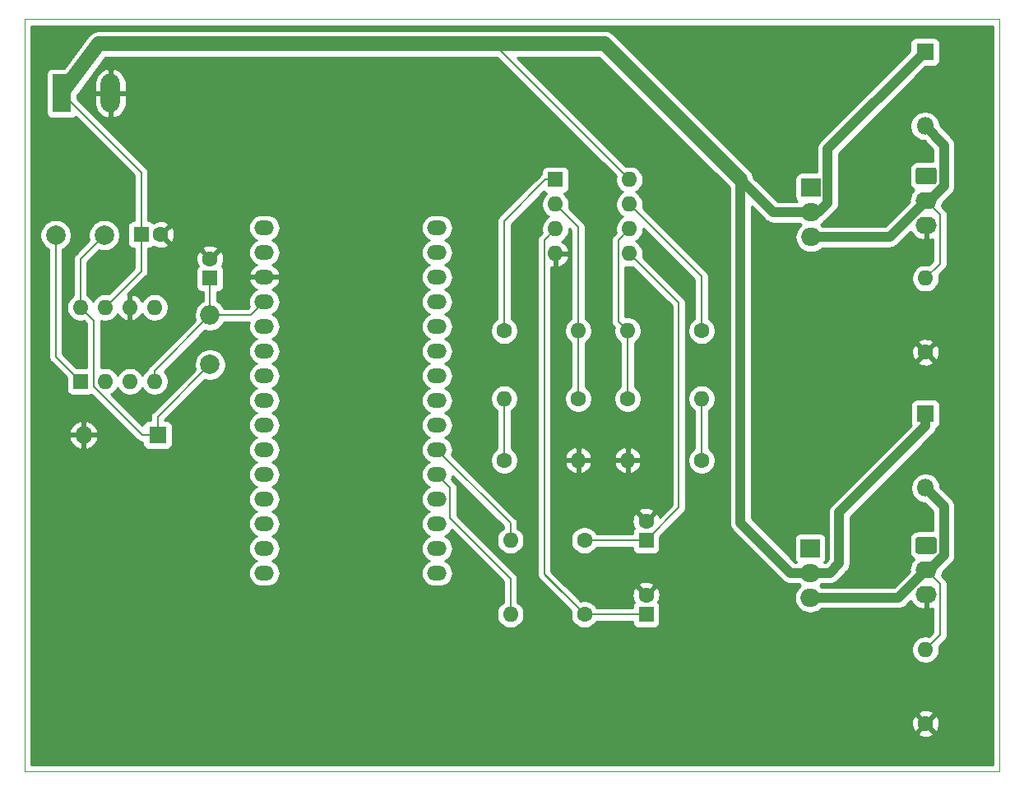
<source format=gbr>
%TF.GenerationSoftware,KiCad,Pcbnew,(5.1.9-0-10_14)*%
%TF.CreationDate,2021-04-26T00:09:41-04:00*%
%TF.ProjectId,randall-LM358-5-12V-amp,72616e64-616c-46c2-9d4c-4d3335382d35,rev?*%
%TF.SameCoordinates,PX4f16d38PY3a51524*%
%TF.FileFunction,Copper,L2,Bot*%
%TF.FilePolarity,Positive*%
%FSLAX46Y46*%
G04 Gerber Fmt 4.6, Leading zero omitted, Abs format (unit mm)*
G04 Created by KiCad (PCBNEW (5.1.9-0-10_14)) date 2021-04-26 00:09:41*
%MOMM*%
%LPD*%
G01*
G04 APERTURE LIST*
%TA.AperFunction,Profile*%
%ADD10C,0.100000*%
%TD*%
%TA.AperFunction,ComponentPad*%
%ADD11O,2.000000X1.500000*%
%TD*%
%TA.AperFunction,ComponentPad*%
%ADD12O,1.600000X1.600000*%
%TD*%
%TA.AperFunction,ComponentPad*%
%ADD13R,1.600000X1.600000*%
%TD*%
%TA.AperFunction,ComponentPad*%
%ADD14O,2.000000X2.000000*%
%TD*%
%TA.AperFunction,ComponentPad*%
%ADD15C,2.000000*%
%TD*%
%TA.AperFunction,ComponentPad*%
%ADD16O,1.980000X3.960000*%
%TD*%
%TA.AperFunction,ComponentPad*%
%ADD17R,1.980000X3.960000*%
%TD*%
%TA.AperFunction,ComponentPad*%
%ADD18O,1.800000X1.800000*%
%TD*%
%TA.AperFunction,ComponentPad*%
%ADD19R,1.800000X1.800000*%
%TD*%
%TA.AperFunction,ComponentPad*%
%ADD20C,1.600000*%
%TD*%
%TA.AperFunction,ComponentPad*%
%ADD21O,2.000000X1.905000*%
%TD*%
%TA.AperFunction,ComponentPad*%
%ADD22R,2.000000X1.905000*%
%TD*%
%TA.AperFunction,ComponentPad*%
%ADD23O,2.190000X1.740000*%
%TD*%
%TA.AperFunction,Conductor*%
%ADD24C,0.600000*%
%TD*%
%TA.AperFunction,Conductor*%
%ADD25C,0.200000*%
%TD*%
%TA.AperFunction,Conductor*%
%ADD26C,1.500000*%
%TD*%
%TA.AperFunction,Conductor*%
%ADD27C,1.000000*%
%TD*%
%TA.AperFunction,Conductor*%
%ADD28C,0.254000*%
%TD*%
%TA.AperFunction,Conductor*%
%ADD29C,0.100000*%
%TD*%
G04 APERTURE END LIST*
D10*
X99949000Y1460500D02*
X99949000Y-76009500D01*
X-381000Y1460500D02*
X99949000Y1460500D01*
X-381000Y-76009500D02*
X-381000Y1460500D01*
X99949000Y-76009500D02*
X-381000Y-76009500D01*
D11*
%TO.P,U3,15*%
%TO.N,N/C*%
X24257000Y-55562500D03*
%TO.P,U3,16*%
X42037000Y-55562500D03*
%TO.P,U3,14*%
X24257000Y-53022500D03*
%TO.P,U3,17*%
X42037000Y-53022500D03*
%TO.P,U3,13*%
X24257000Y-50482500D03*
%TO.P,U3,18*%
X42037000Y-50482500D03*
%TO.P,U3,12*%
X24257000Y-47942500D03*
%TO.P,U3,19*%
X42037000Y-47942500D03*
%TO.P,U3,11*%
X24257000Y-45402500D03*
%TO.P,U3,20*%
%TO.N,PWM1*%
X42037000Y-45402500D03*
%TO.P,U3,10*%
%TO.N,N/C*%
X24257000Y-42862500D03*
%TO.P,U3,21*%
%TO.N,PWM2*%
X42037000Y-42862500D03*
%TO.P,U3,9*%
%TO.N,N/C*%
X24257000Y-40322500D03*
%TO.P,U3,22*%
X42037000Y-40322500D03*
%TO.P,U3,8*%
X24257000Y-37782500D03*
%TO.P,U3,23*%
X42037000Y-37782500D03*
%TO.P,U3,7*%
X24257000Y-35242500D03*
%TO.P,U3,24*%
%TO.N,TACH1*%
X42037000Y-35242500D03*
%TO.P,U3,6*%
%TO.N,N/C*%
X24257000Y-32702500D03*
%TO.P,U3,25*%
%TO.N,TACH2*%
X42037000Y-32702500D03*
%TO.P,U3,5*%
%TO.N,N/C*%
X24257000Y-30162500D03*
%TO.P,U3,26*%
X42037000Y-30162500D03*
%TO.P,U3,4*%
%TO.N,3V3DC*%
X24257000Y-27622500D03*
%TO.P,U3,27*%
%TO.N,N/C*%
X42037000Y-27622500D03*
%TO.P,U3,3*%
%TO.N,GND*%
X24257000Y-25082500D03*
%TO.P,U3,28*%
%TO.N,N/C*%
X42037000Y-25082500D03*
%TO.P,U3,2*%
X24257000Y-22542500D03*
%TO.P,U3,29*%
X42037000Y-22542500D03*
%TO.P,U3,1*%
X24257000Y-20002500D03*
%TO.P,U3,30*%
X42037000Y-20002500D03*
%TD*%
D12*
%TO.P,U1,8*%
%TO.N,Net-(C2-Pad1)*%
X5334000Y-28194000D03*
%TO.P,U1,4*%
%TO.N,3V3DC*%
X12954000Y-35814000D03*
%TO.P,U1,7*%
%TO.N,15VDC*%
X7874000Y-28194000D03*
%TO.P,U1,3*%
%TO.N,N/C*%
X10414000Y-35814000D03*
%TO.P,U1,6*%
%TO.N,GND*%
X10414000Y-28194000D03*
%TO.P,U1,2*%
%TO.N,N/C*%
X7874000Y-35814000D03*
%TO.P,U1,5*%
X12954000Y-28194000D03*
D13*
%TO.P,U1,1*%
%TO.N,Net-(C2-Pad2)*%
X5334000Y-35814000D03*
%TD*%
D14*
%TO.P,L1,2*%
%TO.N,3V3DC*%
X18669000Y-29019500D03*
D15*
%TO.P,L1,1*%
%TO.N,Net-(C2-Pad1)*%
X18669000Y-34099500D03*
%TD*%
D16*
%TO.P,J1,2*%
%TO.N,GND*%
X8429000Y-6159500D03*
D17*
%TO.P,J1,1*%
%TO.N,15VDC*%
X3429000Y-6159500D03*
%TD*%
D18*
%TO.P,D1,2*%
%TO.N,GND*%
X5651500Y-41338500D03*
D19*
%TO.P,D1,1*%
%TO.N,Net-(C2-Pad1)*%
X13271500Y-41338500D03*
%TD*%
D20*
%TO.P,C5,2*%
%TO.N,GND*%
X63563500Y-50197000D03*
D13*
%TO.P,C5,1*%
%TO.N,Net-(C5-Pad1)*%
X63563500Y-52197000D03*
%TD*%
D20*
%TO.P,C4,2*%
%TO.N,GND*%
X63563500Y-57817000D03*
D13*
%TO.P,C4,1*%
%TO.N,Net-(C4-Pad1)*%
X63563500Y-59817000D03*
%TD*%
D20*
%TO.P,C3,2*%
%TO.N,GND*%
X18669000Y-23209500D03*
D13*
%TO.P,C3,1*%
%TO.N,3V3DC*%
X18669000Y-25209500D03*
%TD*%
D15*
%TO.P,C2,2*%
%TO.N,Net-(C2-Pad2)*%
X2794000Y-20764500D03*
%TO.P,C2,1*%
%TO.N,Net-(C2-Pad1)*%
X7794000Y-20764500D03*
%TD*%
D20*
%TO.P,C1,2*%
%TO.N,GND*%
X13589000Y-20701000D03*
D13*
%TO.P,C1,1*%
%TO.N,15VDC*%
X11589000Y-20701000D03*
%TD*%
D12*
%TO.P,U2,8*%
%TO.N,15VDC*%
X61849000Y-15049500D03*
%TO.P,U2,4*%
%TO.N,GND*%
X54229000Y-22669500D03*
%TO.P,U2,7*%
%TO.N,Net-(Q2-Pad1)*%
X61849000Y-17589500D03*
%TO.P,U2,3*%
%TO.N,Net-(C4-Pad1)*%
X54229000Y-20129500D03*
%TO.P,U2,6*%
%TO.N,Net-(R7-Pad1)*%
X61849000Y-20129500D03*
%TO.P,U2,2*%
%TO.N,Net-(R2-Pad1)*%
X54229000Y-17589500D03*
%TO.P,U2,5*%
%TO.N,Net-(C5-Pad1)*%
X61849000Y-22669500D03*
D13*
%TO.P,U2,1*%
%TO.N,Net-(Q1-Pad1)*%
X54229000Y-15049500D03*
%TD*%
D12*
%TO.P,R10,2*%
%TO.N,Net-(D3-Pad2)*%
X92329000Y-25209500D03*
D20*
%TO.P,R10,1*%
%TO.N,GND*%
X92329000Y-32829500D03*
%TD*%
D12*
%TO.P,R8,2*%
%TO.N,Net-(R7-Pad1)*%
X61658500Y-30607000D03*
D20*
%TO.P,R8,1*%
%TO.N,Net-(Q2-Pad1)*%
X69278500Y-30607000D03*
%TD*%
D12*
%TO.P,R7,2*%
%TO.N,Net-(R6-Pad1)*%
X69278500Y-37592000D03*
D20*
%TO.P,R7,1*%
%TO.N,Net-(R7-Pad1)*%
X61658500Y-37592000D03*
%TD*%
D12*
%TO.P,R6,2*%
%TO.N,GND*%
X61658500Y-43942000D03*
D20*
%TO.P,R6,1*%
%TO.N,Net-(R6-Pad1)*%
X69278500Y-43942000D03*
%TD*%
D12*
%TO.P,R9,2*%
%TO.N,PWM2*%
X49593500Y-52197000D03*
D20*
%TO.P,R9,1*%
%TO.N,Net-(C5-Pad1)*%
X57213500Y-52197000D03*
%TD*%
D12*
%TO.P,R5,2*%
%TO.N,Net-(D2-Pad2)*%
X92329000Y-63436500D03*
D20*
%TO.P,R5,1*%
%TO.N,GND*%
X92329000Y-71056500D03*
%TD*%
D12*
%TO.P,R3,2*%
%TO.N,Net-(R2-Pad1)*%
X56578500Y-30607000D03*
D20*
%TO.P,R3,1*%
%TO.N,Net-(Q1-Pad1)*%
X48958500Y-30607000D03*
%TD*%
D12*
%TO.P,R2,2*%
%TO.N,Net-(R1-Pad1)*%
X48958500Y-37592000D03*
D20*
%TO.P,R2,1*%
%TO.N,Net-(R2-Pad1)*%
X56578500Y-37592000D03*
%TD*%
D12*
%TO.P,R1,2*%
%TO.N,GND*%
X56578500Y-43942000D03*
D20*
%TO.P,R1,1*%
%TO.N,Net-(R1-Pad1)*%
X48958500Y-43942000D03*
%TD*%
D12*
%TO.P,R4,2*%
%TO.N,PWM1*%
X49593500Y-59817000D03*
D20*
%TO.P,R4,1*%
%TO.N,Net-(C4-Pad1)*%
X57213500Y-59817000D03*
%TD*%
D21*
%TO.P,Q2,3*%
%TO.N,Net-(D3-Pad2)*%
X80518000Y-20955000D03*
%TO.P,Q2,2*%
%TO.N,15VDC*%
X80518000Y-18415000D03*
D22*
%TO.P,Q2,1*%
%TO.N,Net-(Q2-Pad1)*%
X80518000Y-15875000D03*
%TD*%
D21*
%TO.P,Q1,3*%
%TO.N,Net-(D2-Pad2)*%
X80454500Y-58102500D03*
%TO.P,Q1,2*%
%TO.N,15VDC*%
X80454500Y-55562500D03*
D22*
%TO.P,Q1,1*%
%TO.N,Net-(Q1-Pad1)*%
X80454500Y-53022500D03*
%TD*%
D23*
%TO.P,FAN2,3*%
%TO.N,GND*%
X92392500Y-19748500D03*
%TO.P,FAN2,2*%
%TO.N,Net-(D3-Pad2)*%
X92392500Y-17208500D03*
%TO.P,FAN2,1*%
%TO.N,TACH2*%
%TA.AperFunction,ComponentPad*%
G36*
G01*
X91547499Y-13798500D02*
X93237501Y-13798500D01*
G75*
G02*
X93487500Y-14048499I0J-249999D01*
G01*
X93487500Y-15288501D01*
G75*
G02*
X93237501Y-15538500I-249999J0D01*
G01*
X91547499Y-15538500D01*
G75*
G02*
X91297500Y-15288501I0J249999D01*
G01*
X91297500Y-14048499D01*
G75*
G02*
X91547499Y-13798500I249999J0D01*
G01*
G37*
%TD.AperFunction*%
%TD*%
%TO.P,FAN1,3*%
%TO.N,GND*%
X92392500Y-57785000D03*
%TO.P,FAN1,2*%
%TO.N,Net-(D2-Pad2)*%
X92392500Y-55245000D03*
%TO.P,FAN1,1*%
%TO.N,TACH1*%
%TA.AperFunction,ComponentPad*%
G36*
G01*
X91547499Y-51835000D02*
X93237501Y-51835000D01*
G75*
G02*
X93487500Y-52084999I0J-249999D01*
G01*
X93487500Y-53325001D01*
G75*
G02*
X93237501Y-53575000I-249999J0D01*
G01*
X91547499Y-53575000D01*
G75*
G02*
X91297500Y-53325001I0J249999D01*
G01*
X91297500Y-52084999D01*
G75*
G02*
X91547499Y-51835000I249999J0D01*
G01*
G37*
%TD.AperFunction*%
%TD*%
D18*
%TO.P,D3,2*%
%TO.N,Net-(D3-Pad2)*%
X92265500Y-9525000D03*
D19*
%TO.P,D3,1*%
%TO.N,15VDC*%
X92265500Y-1905000D03*
%TD*%
D18*
%TO.P,D2,2*%
%TO.N,Net-(D2-Pad2)*%
X92329000Y-46799500D03*
D19*
%TO.P,D2,1*%
%TO.N,15VDC*%
X92329000Y-39179500D03*
%TD*%
D24*
%TO.N,15VDC*%
X80699102Y-18415000D02*
X80518000Y-18415000D01*
D25*
X3651500Y-6382000D02*
X3429000Y-6159500D01*
D26*
X59309000Y-1079500D02*
X73279000Y-15049500D01*
D27*
X76644500Y-18415000D02*
X80518000Y-18415000D01*
X73279000Y-15049500D02*
X76644500Y-18415000D01*
X78454500Y-55562500D02*
X80454500Y-55562500D01*
X73279000Y-50387000D02*
X78454500Y-55562500D01*
X73279000Y-15049500D02*
X73279000Y-50387000D01*
D26*
X55499000Y-1079500D02*
X59309000Y-1079500D01*
D25*
X47879000Y-1079500D02*
X61849000Y-15049500D01*
D26*
X47879000Y-1079500D02*
X55499000Y-1079500D01*
D25*
X11589000Y-14319500D02*
X3429000Y-6159500D01*
X11589000Y-20701000D02*
X11589000Y-14319500D01*
D27*
X82268001Y-11902499D02*
X92265500Y-1905000D01*
X82268001Y-17427501D02*
X82268001Y-11902499D01*
X81280502Y-18415000D02*
X82268001Y-17427501D01*
X80518000Y-18415000D02*
X81280502Y-18415000D01*
X92329000Y-39179500D02*
X92329000Y-40449500D01*
X92329000Y-40449500D02*
X83439000Y-49339500D01*
X82454500Y-55562500D02*
X80454500Y-55562500D01*
X83439000Y-54578000D02*
X82454500Y-55562500D01*
X83439000Y-49339500D02*
X83439000Y-54578000D01*
D26*
X7239000Y-1079500D02*
X47879000Y-1079500D01*
X3429000Y-6159500D02*
X7239000Y-1079500D01*
D25*
X11589000Y-24479000D02*
X7874000Y-28194000D01*
X11589000Y-20701000D02*
X11589000Y-24479000D01*
D27*
%TO.N,Net-(D2-Pad2)*%
X94237510Y-53739220D02*
X92731730Y-55245000D01*
X92731730Y-55245000D02*
X92392500Y-55245000D01*
X94237510Y-48708010D02*
X94237510Y-53739220D01*
X92329000Y-46799500D02*
X94237510Y-48708010D01*
X89535000Y-58102500D02*
X92392500Y-55245000D01*
X80454500Y-58102500D02*
X89535000Y-58102500D01*
D25*
X93837510Y-56690010D02*
X92392500Y-55245000D01*
X93837510Y-61927990D02*
X93837510Y-56690010D01*
X92329000Y-63436500D02*
X93837510Y-61927990D01*
%TO.N,PWM1*%
X43387010Y-46752510D02*
X43387010Y-49927510D01*
X42037000Y-45402500D02*
X43387010Y-46752510D01*
X49593500Y-56134000D02*
X49593500Y-59817000D01*
X43387010Y-49927510D02*
X49593500Y-56134000D01*
%TO.N,PWM2*%
X49593500Y-50419000D02*
X49593500Y-52197000D01*
X42037000Y-42862500D02*
X49593500Y-50419000D01*
%TO.N,Net-(Q1-Pad1)*%
X48958500Y-19320000D02*
X48958500Y-30607000D01*
X53229000Y-15049500D02*
X48958500Y-19320000D01*
X54229000Y-15049500D02*
X53229000Y-15049500D01*
%TO.N,Net-(Q2-Pad1)*%
X69278500Y-25019000D02*
X69278500Y-30607000D01*
X61849000Y-17589500D02*
X69278500Y-25019000D01*
%TO.N,Net-(R2-Pad1)*%
X56578500Y-19939000D02*
X56578500Y-30607000D01*
X54229000Y-17589500D02*
X56578500Y-19939000D01*
X56578500Y-37592000D02*
X56578500Y-30607000D01*
%TO.N,Net-(C2-Pad1)*%
X5334000Y-23224500D02*
X7794000Y-20764500D01*
X5334000Y-28194000D02*
X5334000Y-23224500D01*
X13271500Y-39497000D02*
X18669000Y-34099500D01*
X13271500Y-41338500D02*
X13271500Y-39497000D01*
X11696498Y-41338500D02*
X13271500Y-41338500D01*
X6723999Y-29583999D02*
X6723999Y-36366001D01*
X6723999Y-36366001D02*
X11696498Y-41338500D01*
X5334000Y-28194000D02*
X6723999Y-29583999D01*
%TO.N,Net-(R7-Pad1)*%
X60698999Y-29647499D02*
X61658500Y-30607000D01*
X60698999Y-21279501D02*
X60698999Y-29647499D01*
X61849000Y-20129500D02*
X60698999Y-21279501D01*
X61658500Y-30607000D02*
X61658500Y-37592000D01*
%TO.N,Net-(C2-Pad2)*%
X2794000Y-33274000D02*
X5334000Y-35814000D01*
X2794000Y-20764500D02*
X2794000Y-33274000D01*
%TO.N,3V3DC*%
X22860000Y-29019500D02*
X24257000Y-27622500D01*
X18669000Y-29019500D02*
X22860000Y-29019500D01*
X12954000Y-34734500D02*
X12954000Y-35814000D01*
X18669000Y-29019500D02*
X12954000Y-34734500D01*
X18669000Y-29019500D02*
X18669000Y-25209500D01*
%TO.N,Net-(C4-Pad1)*%
X53201999Y-55805499D02*
X57213500Y-59817000D01*
X53078999Y-55682499D02*
X57213500Y-59817000D01*
X53078999Y-21279501D02*
X53078999Y-55682499D01*
X54229000Y-20129500D02*
X53078999Y-21279501D01*
X63563500Y-59817000D02*
X57213500Y-59817000D01*
%TO.N,Net-(C5-Pad1)*%
X57213500Y-52197000D02*
X63563500Y-52197000D01*
X61849000Y-22669500D02*
X66929000Y-27749500D01*
X66929000Y-48831500D02*
X63563500Y-52197000D01*
X66929000Y-27749500D02*
X66929000Y-48831500D01*
D27*
%TO.N,Net-(D3-Pad2)*%
X92731730Y-17208500D02*
X92392500Y-17208500D01*
X94237510Y-15702720D02*
X92731730Y-17208500D01*
X94237510Y-11497010D02*
X94237510Y-15702720D01*
X92265500Y-9525000D02*
X94237510Y-11497010D01*
X88646000Y-20955000D02*
X92392500Y-17208500D01*
X80518000Y-20955000D02*
X88646000Y-20955000D01*
D25*
X93837510Y-18653510D02*
X92392500Y-17208500D01*
X93837510Y-23700990D02*
X93837510Y-18653510D01*
X92329000Y-25209500D02*
X93837510Y-23700990D01*
%TO.N,Net-(R1-Pad1)*%
X48958500Y-37592000D02*
X48958500Y-43942000D01*
%TO.N,Net-(R6-Pad1)*%
X69278500Y-37592000D02*
X69278500Y-43942000D01*
%TD*%
D28*
%TO.N,GND*%
X99264001Y-75324500D02*
X304000Y-75324500D01*
X304000Y-72049202D01*
X91515903Y-72049202D01*
X91587486Y-72293171D01*
X91842996Y-72414071D01*
X92117184Y-72482800D01*
X92399512Y-72496717D01*
X92679130Y-72455287D01*
X92945292Y-72360103D01*
X93070514Y-72293171D01*
X93142097Y-72049202D01*
X92329000Y-71236105D01*
X91515903Y-72049202D01*
X304000Y-72049202D01*
X304000Y-71127012D01*
X90888783Y-71127012D01*
X90930213Y-71406630D01*
X91025397Y-71672792D01*
X91092329Y-71798014D01*
X91336298Y-71869597D01*
X92149395Y-71056500D01*
X92508605Y-71056500D01*
X93321702Y-71869597D01*
X93565671Y-71798014D01*
X93686571Y-71542504D01*
X93755300Y-71268316D01*
X93769217Y-70985988D01*
X93727787Y-70706370D01*
X93632603Y-70440208D01*
X93565671Y-70314986D01*
X93321702Y-70243403D01*
X92508605Y-71056500D01*
X92149395Y-71056500D01*
X91336298Y-70243403D01*
X91092329Y-70314986D01*
X90971429Y-70570496D01*
X90902700Y-70844684D01*
X90888783Y-71127012D01*
X304000Y-71127012D01*
X304000Y-70063798D01*
X91515903Y-70063798D01*
X92329000Y-70876895D01*
X93142097Y-70063798D01*
X93070514Y-69819829D01*
X92815004Y-69698929D01*
X92540816Y-69630200D01*
X92258488Y-69616283D01*
X91978870Y-69657713D01*
X91712708Y-69752897D01*
X91587486Y-69819829D01*
X91515903Y-70063798D01*
X304000Y-70063798D01*
X304000Y-41703240D01*
X4160464Y-41703240D01*
X4209106Y-41863607D01*
X4339264Y-42134914D01*
X4519851Y-42375616D01*
X4743927Y-42576462D01*
X5002880Y-42729734D01*
X5286759Y-42829541D01*
X5524500Y-42709492D01*
X5524500Y-41465500D01*
X5778500Y-41465500D01*
X5778500Y-42709492D01*
X6016241Y-42829541D01*
X6300120Y-42729734D01*
X6559073Y-42576462D01*
X6783149Y-42375616D01*
X6963736Y-42134914D01*
X7093894Y-41863607D01*
X7142536Y-41703240D01*
X7021878Y-41465500D01*
X5778500Y-41465500D01*
X5524500Y-41465500D01*
X4281122Y-41465500D01*
X4160464Y-41703240D01*
X304000Y-41703240D01*
X304000Y-40973760D01*
X4160464Y-40973760D01*
X4281122Y-41211500D01*
X5524500Y-41211500D01*
X5524500Y-39967508D01*
X5778500Y-39967508D01*
X5778500Y-41211500D01*
X7021878Y-41211500D01*
X7142536Y-40973760D01*
X7093894Y-40813393D01*
X6963736Y-40542086D01*
X6783149Y-40301384D01*
X6559073Y-40100538D01*
X6300120Y-39947266D01*
X6016241Y-39847459D01*
X5778500Y-39967508D01*
X5524500Y-39967508D01*
X5286759Y-39847459D01*
X5002880Y-39947266D01*
X4743927Y-40100538D01*
X4519851Y-40301384D01*
X4339264Y-40542086D01*
X4209106Y-40813393D01*
X4160464Y-40973760D01*
X304000Y-40973760D01*
X304000Y-20603467D01*
X1159000Y-20603467D01*
X1159000Y-20925533D01*
X1221832Y-21241412D01*
X1345082Y-21538963D01*
X1524013Y-21806752D01*
X1751748Y-22034487D01*
X2019537Y-22213418D01*
X2059000Y-22229764D01*
X2059001Y-33237885D01*
X2055444Y-33274000D01*
X2069635Y-33418085D01*
X2110940Y-33554247D01*
X2111664Y-33556633D01*
X2179914Y-33684320D01*
X2271763Y-33796238D01*
X2299808Y-33819254D01*
X3895928Y-35415375D01*
X3895928Y-36614000D01*
X3908188Y-36738482D01*
X3944498Y-36858180D01*
X4003463Y-36968494D01*
X4082815Y-37065185D01*
X4179506Y-37144537D01*
X4289820Y-37203502D01*
X4409518Y-37239812D01*
X4534000Y-37252072D01*
X6134000Y-37252072D01*
X6258482Y-37239812D01*
X6378180Y-37203502D01*
X6471938Y-37153386D01*
X11151244Y-41832693D01*
X11174260Y-41860738D01*
X11202304Y-41883753D01*
X11286178Y-41952587D01*
X11413864Y-42020837D01*
X11552413Y-42062865D01*
X11696498Y-42077056D01*
X11732603Y-42073500D01*
X11733428Y-42073500D01*
X11733428Y-42238500D01*
X11745688Y-42362982D01*
X11781998Y-42482680D01*
X11840963Y-42592994D01*
X11920315Y-42689685D01*
X12017006Y-42769037D01*
X12127320Y-42828002D01*
X12247018Y-42864312D01*
X12371500Y-42876572D01*
X14171500Y-42876572D01*
X14295982Y-42864312D01*
X14415680Y-42828002D01*
X14525994Y-42769037D01*
X14622685Y-42689685D01*
X14702037Y-42592994D01*
X14761002Y-42482680D01*
X14797312Y-42362982D01*
X14809572Y-42238500D01*
X14809572Y-40438500D01*
X14797312Y-40314018D01*
X14761002Y-40194320D01*
X14702037Y-40084006D01*
X14622685Y-39987315D01*
X14525994Y-39907963D01*
X14415680Y-39848998D01*
X14295982Y-39812688D01*
X14171500Y-39800428D01*
X14007518Y-39800428D01*
X18152625Y-35655322D01*
X18192088Y-35671668D01*
X18507967Y-35734500D01*
X18830033Y-35734500D01*
X19145912Y-35671668D01*
X19443463Y-35548418D01*
X19711252Y-35369487D01*
X19938987Y-35141752D01*
X20117918Y-34873963D01*
X20241168Y-34576412D01*
X20304000Y-34260533D01*
X20304000Y-33938467D01*
X20241168Y-33622588D01*
X20117918Y-33325037D01*
X19938987Y-33057248D01*
X19711252Y-32829513D01*
X19443463Y-32650582D01*
X19145912Y-32527332D01*
X18830033Y-32464500D01*
X18507967Y-32464500D01*
X18192088Y-32527332D01*
X17894537Y-32650582D01*
X17626748Y-32829513D01*
X17399013Y-33057248D01*
X17220082Y-33325037D01*
X17096832Y-33622588D01*
X17034000Y-33938467D01*
X17034000Y-34260533D01*
X17096832Y-34576412D01*
X17113178Y-34615875D01*
X12777308Y-38951746D01*
X12749263Y-38974762D01*
X12657414Y-39086680D01*
X12615368Y-39165343D01*
X12589164Y-39214367D01*
X12547135Y-39352915D01*
X12532944Y-39497000D01*
X12536501Y-39533115D01*
X12536501Y-39800428D01*
X12371500Y-39800428D01*
X12247018Y-39812688D01*
X12127320Y-39848998D01*
X12017006Y-39907963D01*
X11920315Y-39987315D01*
X11840963Y-40084006D01*
X11781998Y-40194320D01*
X11745688Y-40314018D01*
X11742619Y-40345175D01*
X8503803Y-37106359D01*
X8553727Y-37085680D01*
X8788759Y-36928637D01*
X8988637Y-36728759D01*
X9144000Y-36496241D01*
X9299363Y-36728759D01*
X9499241Y-36928637D01*
X9734273Y-37085680D01*
X9995426Y-37193853D01*
X10272665Y-37249000D01*
X10555335Y-37249000D01*
X10832574Y-37193853D01*
X11093727Y-37085680D01*
X11328759Y-36928637D01*
X11528637Y-36728759D01*
X11684000Y-36496241D01*
X11839363Y-36728759D01*
X12039241Y-36928637D01*
X12274273Y-37085680D01*
X12535426Y-37193853D01*
X12812665Y-37249000D01*
X13095335Y-37249000D01*
X13372574Y-37193853D01*
X13633727Y-37085680D01*
X13868759Y-36928637D01*
X14068637Y-36728759D01*
X14225680Y-36493727D01*
X14333853Y-36232574D01*
X14389000Y-35955335D01*
X14389000Y-35672665D01*
X14333853Y-35395426D01*
X14225680Y-35134273D01*
X14068637Y-34899241D01*
X13948671Y-34779275D01*
X18152625Y-30575322D01*
X18192088Y-30591668D01*
X18507967Y-30654500D01*
X18830033Y-30654500D01*
X19145912Y-30591668D01*
X19443463Y-30468418D01*
X19711252Y-30289487D01*
X19938987Y-30061752D01*
X20117918Y-29793963D01*
X20134264Y-29754500D01*
X22683445Y-29754500D01*
X22642040Y-29890993D01*
X22615299Y-30162500D01*
X22642040Y-30434007D01*
X22721236Y-30695081D01*
X22849843Y-30935688D01*
X23022919Y-31146581D01*
X23233812Y-31319657D01*
X23444927Y-31432500D01*
X23233812Y-31545343D01*
X23022919Y-31718419D01*
X22849843Y-31929312D01*
X22721236Y-32169919D01*
X22642040Y-32430993D01*
X22615299Y-32702500D01*
X22642040Y-32974007D01*
X22721236Y-33235081D01*
X22849843Y-33475688D01*
X23022919Y-33686581D01*
X23233812Y-33859657D01*
X23444927Y-33972500D01*
X23233812Y-34085343D01*
X23022919Y-34258419D01*
X22849843Y-34469312D01*
X22721236Y-34709919D01*
X22642040Y-34970993D01*
X22615299Y-35242500D01*
X22642040Y-35514007D01*
X22721236Y-35775081D01*
X22849843Y-36015688D01*
X23022919Y-36226581D01*
X23233812Y-36399657D01*
X23444927Y-36512500D01*
X23233812Y-36625343D01*
X23022919Y-36798419D01*
X22849843Y-37009312D01*
X22721236Y-37249919D01*
X22642040Y-37510993D01*
X22615299Y-37782500D01*
X22642040Y-38054007D01*
X22721236Y-38315081D01*
X22849843Y-38555688D01*
X23022919Y-38766581D01*
X23233812Y-38939657D01*
X23444927Y-39052500D01*
X23233812Y-39165343D01*
X23022919Y-39338419D01*
X22849843Y-39549312D01*
X22721236Y-39789919D01*
X22642040Y-40050993D01*
X22615299Y-40322500D01*
X22642040Y-40594007D01*
X22721236Y-40855081D01*
X22849843Y-41095688D01*
X23022919Y-41306581D01*
X23233812Y-41479657D01*
X23444927Y-41592500D01*
X23233812Y-41705343D01*
X23022919Y-41878419D01*
X22849843Y-42089312D01*
X22721236Y-42329919D01*
X22642040Y-42590993D01*
X22615299Y-42862500D01*
X22642040Y-43134007D01*
X22721236Y-43395081D01*
X22849843Y-43635688D01*
X23022919Y-43846581D01*
X23233812Y-44019657D01*
X23444927Y-44132500D01*
X23233812Y-44245343D01*
X23022919Y-44418419D01*
X22849843Y-44629312D01*
X22721236Y-44869919D01*
X22642040Y-45130993D01*
X22615299Y-45402500D01*
X22642040Y-45674007D01*
X22721236Y-45935081D01*
X22849843Y-46175688D01*
X23022919Y-46386581D01*
X23233812Y-46559657D01*
X23444927Y-46672500D01*
X23233812Y-46785343D01*
X23022919Y-46958419D01*
X22849843Y-47169312D01*
X22721236Y-47409919D01*
X22642040Y-47670993D01*
X22615299Y-47942500D01*
X22642040Y-48214007D01*
X22721236Y-48475081D01*
X22849843Y-48715688D01*
X23022919Y-48926581D01*
X23233812Y-49099657D01*
X23444927Y-49212500D01*
X23233812Y-49325343D01*
X23022919Y-49498419D01*
X22849843Y-49709312D01*
X22721236Y-49949919D01*
X22642040Y-50210993D01*
X22615299Y-50482500D01*
X22642040Y-50754007D01*
X22721236Y-51015081D01*
X22849843Y-51255688D01*
X23022919Y-51466581D01*
X23233812Y-51639657D01*
X23444927Y-51752500D01*
X23233812Y-51865343D01*
X23022919Y-52038419D01*
X22849843Y-52249312D01*
X22721236Y-52489919D01*
X22642040Y-52750993D01*
X22615299Y-53022500D01*
X22642040Y-53294007D01*
X22721236Y-53555081D01*
X22849843Y-53795688D01*
X23022919Y-54006581D01*
X23233812Y-54179657D01*
X23444927Y-54292500D01*
X23233812Y-54405343D01*
X23022919Y-54578419D01*
X22849843Y-54789312D01*
X22721236Y-55029919D01*
X22642040Y-55290993D01*
X22615299Y-55562500D01*
X22642040Y-55834007D01*
X22721236Y-56095081D01*
X22849843Y-56335688D01*
X23022919Y-56546581D01*
X23233812Y-56719657D01*
X23474419Y-56848264D01*
X23735493Y-56927460D01*
X23938963Y-56947500D01*
X24575037Y-56947500D01*
X24778507Y-56927460D01*
X25039581Y-56848264D01*
X25280188Y-56719657D01*
X25491081Y-56546581D01*
X25664157Y-56335688D01*
X25792764Y-56095081D01*
X25871960Y-55834007D01*
X25898701Y-55562500D01*
X25871960Y-55290993D01*
X25792764Y-55029919D01*
X25664157Y-54789312D01*
X25491081Y-54578419D01*
X25280188Y-54405343D01*
X25069073Y-54292500D01*
X25280188Y-54179657D01*
X25491081Y-54006581D01*
X25664157Y-53795688D01*
X25792764Y-53555081D01*
X25871960Y-53294007D01*
X25898701Y-53022500D01*
X25871960Y-52750993D01*
X25792764Y-52489919D01*
X25664157Y-52249312D01*
X25491081Y-52038419D01*
X25280188Y-51865343D01*
X25069073Y-51752500D01*
X25280188Y-51639657D01*
X25491081Y-51466581D01*
X25664157Y-51255688D01*
X25792764Y-51015081D01*
X25871960Y-50754007D01*
X25898701Y-50482500D01*
X25871960Y-50210993D01*
X25792764Y-49949919D01*
X25664157Y-49709312D01*
X25491081Y-49498419D01*
X25280188Y-49325343D01*
X25069073Y-49212500D01*
X25280188Y-49099657D01*
X25491081Y-48926581D01*
X25664157Y-48715688D01*
X25792764Y-48475081D01*
X25871960Y-48214007D01*
X25898701Y-47942500D01*
X25871960Y-47670993D01*
X25792764Y-47409919D01*
X25664157Y-47169312D01*
X25491081Y-46958419D01*
X25280188Y-46785343D01*
X25069073Y-46672500D01*
X25280188Y-46559657D01*
X25491081Y-46386581D01*
X25664157Y-46175688D01*
X25792764Y-45935081D01*
X25871960Y-45674007D01*
X25898701Y-45402500D01*
X25871960Y-45130993D01*
X25792764Y-44869919D01*
X25664157Y-44629312D01*
X25491081Y-44418419D01*
X25280188Y-44245343D01*
X25069073Y-44132500D01*
X25280188Y-44019657D01*
X25491081Y-43846581D01*
X25664157Y-43635688D01*
X25792764Y-43395081D01*
X25871960Y-43134007D01*
X25898701Y-42862500D01*
X25871960Y-42590993D01*
X25792764Y-42329919D01*
X25664157Y-42089312D01*
X25491081Y-41878419D01*
X25280188Y-41705343D01*
X25069073Y-41592500D01*
X25280188Y-41479657D01*
X25491081Y-41306581D01*
X25664157Y-41095688D01*
X25792764Y-40855081D01*
X25871960Y-40594007D01*
X25898701Y-40322500D01*
X25871960Y-40050993D01*
X25792764Y-39789919D01*
X25664157Y-39549312D01*
X25491081Y-39338419D01*
X25280188Y-39165343D01*
X25069073Y-39052500D01*
X25280188Y-38939657D01*
X25491081Y-38766581D01*
X25664157Y-38555688D01*
X25792764Y-38315081D01*
X25871960Y-38054007D01*
X25898701Y-37782500D01*
X25871960Y-37510993D01*
X25792764Y-37249919D01*
X25664157Y-37009312D01*
X25491081Y-36798419D01*
X25280188Y-36625343D01*
X25069073Y-36512500D01*
X25280188Y-36399657D01*
X25491081Y-36226581D01*
X25664157Y-36015688D01*
X25792764Y-35775081D01*
X25871960Y-35514007D01*
X25898701Y-35242500D01*
X25871960Y-34970993D01*
X25792764Y-34709919D01*
X25664157Y-34469312D01*
X25491081Y-34258419D01*
X25280188Y-34085343D01*
X25069073Y-33972500D01*
X25280188Y-33859657D01*
X25491081Y-33686581D01*
X25664157Y-33475688D01*
X25792764Y-33235081D01*
X25871960Y-32974007D01*
X25898701Y-32702500D01*
X25871960Y-32430993D01*
X25792764Y-32169919D01*
X25664157Y-31929312D01*
X25491081Y-31718419D01*
X25280188Y-31545343D01*
X25069073Y-31432500D01*
X25280188Y-31319657D01*
X25491081Y-31146581D01*
X25664157Y-30935688D01*
X25792764Y-30695081D01*
X25871960Y-30434007D01*
X25898701Y-30162500D01*
X25871960Y-29890993D01*
X25792764Y-29629919D01*
X25664157Y-29389312D01*
X25491081Y-29178419D01*
X25280188Y-29005343D01*
X25069073Y-28892500D01*
X25280188Y-28779657D01*
X25491081Y-28606581D01*
X25664157Y-28395688D01*
X25792764Y-28155081D01*
X25871960Y-27894007D01*
X25898701Y-27622500D01*
X25871960Y-27350993D01*
X25792764Y-27089919D01*
X25664157Y-26849312D01*
X25491081Y-26638419D01*
X25280188Y-26465343D01*
X25071972Y-26354049D01*
X25128724Y-26332468D01*
X25360634Y-26187158D01*
X25559740Y-25999397D01*
X25718390Y-25776400D01*
X25830487Y-25526736D01*
X25849318Y-25423685D01*
X25726656Y-25209500D01*
X24384000Y-25209500D01*
X24384000Y-25229500D01*
X24130000Y-25229500D01*
X24130000Y-25209500D01*
X22787344Y-25209500D01*
X22664682Y-25423685D01*
X22683513Y-25526736D01*
X22795610Y-25776400D01*
X22954260Y-25999397D01*
X23153366Y-26187158D01*
X23385276Y-26332468D01*
X23442028Y-26354049D01*
X23233812Y-26465343D01*
X23022919Y-26638419D01*
X22849843Y-26849312D01*
X22721236Y-27089919D01*
X22642040Y-27350993D01*
X22615299Y-27622500D01*
X22642040Y-27894007D01*
X22712796Y-28127258D01*
X22555554Y-28284500D01*
X20134264Y-28284500D01*
X20117918Y-28245037D01*
X19938987Y-27977248D01*
X19711252Y-27749513D01*
X19443463Y-27570582D01*
X19404000Y-27554236D01*
X19404000Y-26647572D01*
X19469000Y-26647572D01*
X19593482Y-26635312D01*
X19713180Y-26599002D01*
X19823494Y-26540037D01*
X19920185Y-26460685D01*
X19999537Y-26363994D01*
X20058502Y-26253680D01*
X20094812Y-26133982D01*
X20107072Y-26009500D01*
X20107072Y-24409500D01*
X20094812Y-24285018D01*
X20058502Y-24165320D01*
X19999537Y-24055006D01*
X19920185Y-23958315D01*
X19907242Y-23947693D01*
X20026571Y-23695504D01*
X20095300Y-23421316D01*
X20109217Y-23138988D01*
X20067787Y-22859370D01*
X19972603Y-22593208D01*
X19905671Y-22467986D01*
X19661702Y-22396403D01*
X18848605Y-23209500D01*
X18862748Y-23223643D01*
X18683143Y-23403248D01*
X18669000Y-23389105D01*
X18654858Y-23403248D01*
X18475253Y-23223643D01*
X18489395Y-23209500D01*
X17676298Y-22396403D01*
X17432329Y-22467986D01*
X17311429Y-22723496D01*
X17242700Y-22997684D01*
X17228783Y-23280012D01*
X17270213Y-23559630D01*
X17365397Y-23825792D01*
X17430616Y-23947809D01*
X17417815Y-23958315D01*
X17338463Y-24055006D01*
X17279498Y-24165320D01*
X17243188Y-24285018D01*
X17230928Y-24409500D01*
X17230928Y-26009500D01*
X17243188Y-26133982D01*
X17279498Y-26253680D01*
X17338463Y-26363994D01*
X17417815Y-26460685D01*
X17514506Y-26540037D01*
X17624820Y-26599002D01*
X17744518Y-26635312D01*
X17869000Y-26647572D01*
X17934001Y-26647572D01*
X17934000Y-27554236D01*
X17894537Y-27570582D01*
X17626748Y-27749513D01*
X17399013Y-27977248D01*
X17220082Y-28245037D01*
X17096832Y-28542588D01*
X17034000Y-28858467D01*
X17034000Y-29180533D01*
X17096832Y-29496412D01*
X17113178Y-29535875D01*
X12459808Y-34189246D01*
X12431762Y-34212263D01*
X12339913Y-34324181D01*
X12271663Y-34451868D01*
X12244225Y-34542320D01*
X12236586Y-34567502D01*
X12039241Y-34699363D01*
X11839363Y-34899241D01*
X11684000Y-35131759D01*
X11528637Y-34899241D01*
X11328759Y-34699363D01*
X11093727Y-34542320D01*
X10832574Y-34434147D01*
X10555335Y-34379000D01*
X10272665Y-34379000D01*
X9995426Y-34434147D01*
X9734273Y-34542320D01*
X9499241Y-34699363D01*
X9299363Y-34899241D01*
X9144000Y-35131759D01*
X8988637Y-34899241D01*
X8788759Y-34699363D01*
X8553727Y-34542320D01*
X8292574Y-34434147D01*
X8015335Y-34379000D01*
X7732665Y-34379000D01*
X7458999Y-34433436D01*
X7458999Y-29620093D01*
X7462554Y-29583998D01*
X7461677Y-29575096D01*
X7732665Y-29629000D01*
X8015335Y-29629000D01*
X8292574Y-29573853D01*
X8553727Y-29465680D01*
X8788759Y-29308637D01*
X8988637Y-29108759D01*
X9145680Y-28873727D01*
X9150067Y-28863135D01*
X9261615Y-29049131D01*
X9450586Y-29257519D01*
X9676580Y-29425037D01*
X9930913Y-29545246D01*
X10064961Y-29585904D01*
X10287000Y-29463915D01*
X10287000Y-28321000D01*
X10267000Y-28321000D01*
X10267000Y-28067000D01*
X10287000Y-28067000D01*
X10287000Y-26924085D01*
X10541000Y-26924085D01*
X10541000Y-28067000D01*
X10561000Y-28067000D01*
X10561000Y-28321000D01*
X10541000Y-28321000D01*
X10541000Y-29463915D01*
X10763039Y-29585904D01*
X10897087Y-29545246D01*
X11151420Y-29425037D01*
X11377414Y-29257519D01*
X11566385Y-29049131D01*
X11677933Y-28863135D01*
X11682320Y-28873727D01*
X11839363Y-29108759D01*
X12039241Y-29308637D01*
X12274273Y-29465680D01*
X12535426Y-29573853D01*
X12812665Y-29629000D01*
X13095335Y-29629000D01*
X13372574Y-29573853D01*
X13633727Y-29465680D01*
X13868759Y-29308637D01*
X14068637Y-29108759D01*
X14225680Y-28873727D01*
X14333853Y-28612574D01*
X14389000Y-28335335D01*
X14389000Y-28052665D01*
X14333853Y-27775426D01*
X14225680Y-27514273D01*
X14068637Y-27279241D01*
X13868759Y-27079363D01*
X13633727Y-26922320D01*
X13372574Y-26814147D01*
X13095335Y-26759000D01*
X12812665Y-26759000D01*
X12535426Y-26814147D01*
X12274273Y-26922320D01*
X12039241Y-27079363D01*
X11839363Y-27279241D01*
X11682320Y-27514273D01*
X11677933Y-27524865D01*
X11566385Y-27338869D01*
X11377414Y-27130481D01*
X11151420Y-26962963D01*
X10897087Y-26842754D01*
X10763039Y-26802096D01*
X10541000Y-26924085D01*
X10287000Y-26924085D01*
X10220111Y-26887336D01*
X12083193Y-25024254D01*
X12111238Y-25001238D01*
X12203087Y-24889320D01*
X12271337Y-24761633D01*
X12313365Y-24623085D01*
X12324000Y-24515105D01*
X12324000Y-24515096D01*
X12327555Y-24479001D01*
X12324000Y-24442906D01*
X12324000Y-22216798D01*
X17855903Y-22216798D01*
X18669000Y-23029895D01*
X19482097Y-22216798D01*
X19410514Y-21972829D01*
X19155004Y-21851929D01*
X18880816Y-21783200D01*
X18598488Y-21769283D01*
X18318870Y-21810713D01*
X18052708Y-21905897D01*
X17927486Y-21972829D01*
X17855903Y-22216798D01*
X12324000Y-22216798D01*
X12324000Y-22139072D01*
X12389000Y-22139072D01*
X12513482Y-22126812D01*
X12633180Y-22090502D01*
X12743494Y-22031537D01*
X12840185Y-21952185D01*
X12850807Y-21939242D01*
X13102996Y-22058571D01*
X13377184Y-22127300D01*
X13659512Y-22141217D01*
X13939130Y-22099787D01*
X14205292Y-22004603D01*
X14330514Y-21937671D01*
X14402097Y-21693702D01*
X13589000Y-20880605D01*
X13574858Y-20894748D01*
X13395253Y-20715143D01*
X13409395Y-20701000D01*
X13768605Y-20701000D01*
X14581702Y-21514097D01*
X14825671Y-21442514D01*
X14946571Y-21187004D01*
X15015300Y-20912816D01*
X15029217Y-20630488D01*
X14987787Y-20350870D01*
X14892603Y-20084708D01*
X14848663Y-20002500D01*
X22615299Y-20002500D01*
X22642040Y-20274007D01*
X22721236Y-20535081D01*
X22849843Y-20775688D01*
X23022919Y-20986581D01*
X23233812Y-21159657D01*
X23444927Y-21272500D01*
X23233812Y-21385343D01*
X23022919Y-21558419D01*
X22849843Y-21769312D01*
X22721236Y-22009919D01*
X22642040Y-22270993D01*
X22615299Y-22542500D01*
X22642040Y-22814007D01*
X22721236Y-23075081D01*
X22849843Y-23315688D01*
X23022919Y-23526581D01*
X23233812Y-23699657D01*
X23442028Y-23810951D01*
X23385276Y-23832532D01*
X23153366Y-23977842D01*
X22954260Y-24165603D01*
X22795610Y-24388600D01*
X22683513Y-24638264D01*
X22664682Y-24741315D01*
X22787344Y-24955500D01*
X24130000Y-24955500D01*
X24130000Y-24935500D01*
X24384000Y-24935500D01*
X24384000Y-24955500D01*
X25726656Y-24955500D01*
X25849318Y-24741315D01*
X25830487Y-24638264D01*
X25718390Y-24388600D01*
X25559740Y-24165603D01*
X25360634Y-23977842D01*
X25128724Y-23832532D01*
X25071972Y-23810951D01*
X25280188Y-23699657D01*
X25491081Y-23526581D01*
X25664157Y-23315688D01*
X25792764Y-23075081D01*
X25871960Y-22814007D01*
X25898701Y-22542500D01*
X25871960Y-22270993D01*
X25792764Y-22009919D01*
X25664157Y-21769312D01*
X25491081Y-21558419D01*
X25280188Y-21385343D01*
X25069073Y-21272500D01*
X25280188Y-21159657D01*
X25491081Y-20986581D01*
X25664157Y-20775688D01*
X25792764Y-20535081D01*
X25871960Y-20274007D01*
X25898701Y-20002500D01*
X40395299Y-20002500D01*
X40422040Y-20274007D01*
X40501236Y-20535081D01*
X40629843Y-20775688D01*
X40802919Y-20986581D01*
X41013812Y-21159657D01*
X41224927Y-21272500D01*
X41013812Y-21385343D01*
X40802919Y-21558419D01*
X40629843Y-21769312D01*
X40501236Y-22009919D01*
X40422040Y-22270993D01*
X40395299Y-22542500D01*
X40422040Y-22814007D01*
X40501236Y-23075081D01*
X40629843Y-23315688D01*
X40802919Y-23526581D01*
X41013812Y-23699657D01*
X41224927Y-23812500D01*
X41013812Y-23925343D01*
X40802919Y-24098419D01*
X40629843Y-24309312D01*
X40501236Y-24549919D01*
X40422040Y-24810993D01*
X40395299Y-25082500D01*
X40422040Y-25354007D01*
X40501236Y-25615081D01*
X40629843Y-25855688D01*
X40802919Y-26066581D01*
X41013812Y-26239657D01*
X41224927Y-26352500D01*
X41013812Y-26465343D01*
X40802919Y-26638419D01*
X40629843Y-26849312D01*
X40501236Y-27089919D01*
X40422040Y-27350993D01*
X40395299Y-27622500D01*
X40422040Y-27894007D01*
X40501236Y-28155081D01*
X40629843Y-28395688D01*
X40802919Y-28606581D01*
X41013812Y-28779657D01*
X41224927Y-28892500D01*
X41013812Y-29005343D01*
X40802919Y-29178419D01*
X40629843Y-29389312D01*
X40501236Y-29629919D01*
X40422040Y-29890993D01*
X40395299Y-30162500D01*
X40422040Y-30434007D01*
X40501236Y-30695081D01*
X40629843Y-30935688D01*
X40802919Y-31146581D01*
X41013812Y-31319657D01*
X41224927Y-31432500D01*
X41013812Y-31545343D01*
X40802919Y-31718419D01*
X40629843Y-31929312D01*
X40501236Y-32169919D01*
X40422040Y-32430993D01*
X40395299Y-32702500D01*
X40422040Y-32974007D01*
X40501236Y-33235081D01*
X40629843Y-33475688D01*
X40802919Y-33686581D01*
X41013812Y-33859657D01*
X41224927Y-33972500D01*
X41013812Y-34085343D01*
X40802919Y-34258419D01*
X40629843Y-34469312D01*
X40501236Y-34709919D01*
X40422040Y-34970993D01*
X40395299Y-35242500D01*
X40422040Y-35514007D01*
X40501236Y-35775081D01*
X40629843Y-36015688D01*
X40802919Y-36226581D01*
X41013812Y-36399657D01*
X41224927Y-36512500D01*
X41013812Y-36625343D01*
X40802919Y-36798419D01*
X40629843Y-37009312D01*
X40501236Y-37249919D01*
X40422040Y-37510993D01*
X40395299Y-37782500D01*
X40422040Y-38054007D01*
X40501236Y-38315081D01*
X40629843Y-38555688D01*
X40802919Y-38766581D01*
X41013812Y-38939657D01*
X41224927Y-39052500D01*
X41013812Y-39165343D01*
X40802919Y-39338419D01*
X40629843Y-39549312D01*
X40501236Y-39789919D01*
X40422040Y-40050993D01*
X40395299Y-40322500D01*
X40422040Y-40594007D01*
X40501236Y-40855081D01*
X40629843Y-41095688D01*
X40802919Y-41306581D01*
X41013812Y-41479657D01*
X41224927Y-41592500D01*
X41013812Y-41705343D01*
X40802919Y-41878419D01*
X40629843Y-42089312D01*
X40501236Y-42329919D01*
X40422040Y-42590993D01*
X40395299Y-42862500D01*
X40422040Y-43134007D01*
X40501236Y-43395081D01*
X40629843Y-43635688D01*
X40802919Y-43846581D01*
X41013812Y-44019657D01*
X41224927Y-44132500D01*
X41013812Y-44245343D01*
X40802919Y-44418419D01*
X40629843Y-44629312D01*
X40501236Y-44869919D01*
X40422040Y-45130993D01*
X40395299Y-45402500D01*
X40422040Y-45674007D01*
X40501236Y-45935081D01*
X40629843Y-46175688D01*
X40802919Y-46386581D01*
X41013812Y-46559657D01*
X41224927Y-46672500D01*
X41013812Y-46785343D01*
X40802919Y-46958419D01*
X40629843Y-47169312D01*
X40501236Y-47409919D01*
X40422040Y-47670993D01*
X40395299Y-47942500D01*
X40422040Y-48214007D01*
X40501236Y-48475081D01*
X40629843Y-48715688D01*
X40802919Y-48926581D01*
X41013812Y-49099657D01*
X41224927Y-49212500D01*
X41013812Y-49325343D01*
X40802919Y-49498419D01*
X40629843Y-49709312D01*
X40501236Y-49949919D01*
X40422040Y-50210993D01*
X40395299Y-50482500D01*
X40422040Y-50754007D01*
X40501236Y-51015081D01*
X40629843Y-51255688D01*
X40802919Y-51466581D01*
X41013812Y-51639657D01*
X41224927Y-51752500D01*
X41013812Y-51865343D01*
X40802919Y-52038419D01*
X40629843Y-52249312D01*
X40501236Y-52489919D01*
X40422040Y-52750993D01*
X40395299Y-53022500D01*
X40422040Y-53294007D01*
X40501236Y-53555081D01*
X40629843Y-53795688D01*
X40802919Y-54006581D01*
X41013812Y-54179657D01*
X41224927Y-54292500D01*
X41013812Y-54405343D01*
X40802919Y-54578419D01*
X40629843Y-54789312D01*
X40501236Y-55029919D01*
X40422040Y-55290993D01*
X40395299Y-55562500D01*
X40422040Y-55834007D01*
X40501236Y-56095081D01*
X40629843Y-56335688D01*
X40802919Y-56546581D01*
X41013812Y-56719657D01*
X41254419Y-56848264D01*
X41515493Y-56927460D01*
X41718963Y-56947500D01*
X42355037Y-56947500D01*
X42558507Y-56927460D01*
X42819581Y-56848264D01*
X43060188Y-56719657D01*
X43271081Y-56546581D01*
X43444157Y-56335688D01*
X43572764Y-56095081D01*
X43651960Y-55834007D01*
X43678701Y-55562500D01*
X43651960Y-55290993D01*
X43572764Y-55029919D01*
X43444157Y-54789312D01*
X43271081Y-54578419D01*
X43060188Y-54405343D01*
X42849073Y-54292500D01*
X43060188Y-54179657D01*
X43271081Y-54006581D01*
X43444157Y-53795688D01*
X43572764Y-53555081D01*
X43651960Y-53294007D01*
X43678701Y-53022500D01*
X43651960Y-52750993D01*
X43572764Y-52489919D01*
X43444157Y-52249312D01*
X43271081Y-52038419D01*
X43060188Y-51865343D01*
X42849073Y-51752500D01*
X43060188Y-51639657D01*
X43271081Y-51466581D01*
X43444157Y-51255688D01*
X43524824Y-51104770D01*
X48858500Y-56438447D01*
X48858501Y-58582252D01*
X48678741Y-58702363D01*
X48478863Y-58902241D01*
X48321820Y-59137273D01*
X48213647Y-59398426D01*
X48158500Y-59675665D01*
X48158500Y-59958335D01*
X48213647Y-60235574D01*
X48321820Y-60496727D01*
X48478863Y-60731759D01*
X48678741Y-60931637D01*
X48913773Y-61088680D01*
X49174926Y-61196853D01*
X49452165Y-61252000D01*
X49734835Y-61252000D01*
X50012074Y-61196853D01*
X50273227Y-61088680D01*
X50508259Y-60931637D01*
X50708137Y-60731759D01*
X50865180Y-60496727D01*
X50973353Y-60235574D01*
X51028500Y-59958335D01*
X51028500Y-59675665D01*
X50973353Y-59398426D01*
X50865180Y-59137273D01*
X50708137Y-58902241D01*
X50508259Y-58702363D01*
X50328500Y-58582252D01*
X50328500Y-56170094D01*
X50332055Y-56133999D01*
X50328500Y-56097904D01*
X50328500Y-56097895D01*
X50317865Y-55989915D01*
X50275837Y-55851367D01*
X50207587Y-55723680D01*
X50151484Y-55655319D01*
X50138753Y-55639806D01*
X50138750Y-55639803D01*
X50115737Y-55611762D01*
X50087698Y-55588751D01*
X44122010Y-49623064D01*
X44122010Y-46788604D01*
X44125565Y-46752509D01*
X44122010Y-46716414D01*
X44122010Y-46716405D01*
X44111375Y-46608425D01*
X44069347Y-46469877D01*
X44001097Y-46342190D01*
X43984524Y-46321997D01*
X43932263Y-46258316D01*
X43932260Y-46258313D01*
X43909247Y-46230272D01*
X43881207Y-46207260D01*
X43581204Y-45907257D01*
X43651960Y-45674007D01*
X43666046Y-45530992D01*
X48858500Y-50723447D01*
X48858500Y-50962252D01*
X48678741Y-51082363D01*
X48478863Y-51282241D01*
X48321820Y-51517273D01*
X48213647Y-51778426D01*
X48158500Y-52055665D01*
X48158500Y-52338335D01*
X48213647Y-52615574D01*
X48321820Y-52876727D01*
X48478863Y-53111759D01*
X48678741Y-53311637D01*
X48913773Y-53468680D01*
X49174926Y-53576853D01*
X49452165Y-53632000D01*
X49734835Y-53632000D01*
X50012074Y-53576853D01*
X50273227Y-53468680D01*
X50508259Y-53311637D01*
X50708137Y-53111759D01*
X50865180Y-52876727D01*
X50973353Y-52615574D01*
X51028500Y-52338335D01*
X51028500Y-52055665D01*
X50973353Y-51778426D01*
X50865180Y-51517273D01*
X50708137Y-51282241D01*
X50508259Y-51082363D01*
X50328500Y-50962252D01*
X50328500Y-50455105D01*
X50332056Y-50419000D01*
X50317865Y-50274915D01*
X50315619Y-50267512D01*
X50275837Y-50136367D01*
X50207587Y-50008680D01*
X50159884Y-49950554D01*
X50138753Y-49924806D01*
X50138750Y-49924803D01*
X50115737Y-49896762D01*
X50087698Y-49873751D01*
X43581204Y-43367258D01*
X43651960Y-43134007D01*
X43678701Y-42862500D01*
X43651960Y-42590993D01*
X43572764Y-42329919D01*
X43444157Y-42089312D01*
X43271081Y-41878419D01*
X43060188Y-41705343D01*
X42849073Y-41592500D01*
X43060188Y-41479657D01*
X43271081Y-41306581D01*
X43444157Y-41095688D01*
X43572764Y-40855081D01*
X43651960Y-40594007D01*
X43678701Y-40322500D01*
X43651960Y-40050993D01*
X43572764Y-39789919D01*
X43444157Y-39549312D01*
X43271081Y-39338419D01*
X43060188Y-39165343D01*
X42849073Y-39052500D01*
X43060188Y-38939657D01*
X43271081Y-38766581D01*
X43444157Y-38555688D01*
X43572764Y-38315081D01*
X43651960Y-38054007D01*
X43678701Y-37782500D01*
X43651960Y-37510993D01*
X43633660Y-37450665D01*
X47523500Y-37450665D01*
X47523500Y-37733335D01*
X47578647Y-38010574D01*
X47686820Y-38271727D01*
X47843863Y-38506759D01*
X48043741Y-38706637D01*
X48223500Y-38826748D01*
X48223501Y-42707252D01*
X48043741Y-42827363D01*
X47843863Y-43027241D01*
X47686820Y-43262273D01*
X47578647Y-43523426D01*
X47523500Y-43800665D01*
X47523500Y-44083335D01*
X47578647Y-44360574D01*
X47686820Y-44621727D01*
X47843863Y-44856759D01*
X48043741Y-45056637D01*
X48278773Y-45213680D01*
X48539926Y-45321853D01*
X48817165Y-45377000D01*
X49099835Y-45377000D01*
X49377074Y-45321853D01*
X49638227Y-45213680D01*
X49873259Y-45056637D01*
X50073137Y-44856759D01*
X50230180Y-44621727D01*
X50338353Y-44360574D01*
X50393500Y-44083335D01*
X50393500Y-43800665D01*
X50338353Y-43523426D01*
X50230180Y-43262273D01*
X50073137Y-43027241D01*
X49873259Y-42827363D01*
X49693500Y-42707252D01*
X49693500Y-38826748D01*
X49873259Y-38706637D01*
X50073137Y-38506759D01*
X50230180Y-38271727D01*
X50338353Y-38010574D01*
X50393500Y-37733335D01*
X50393500Y-37450665D01*
X50338353Y-37173426D01*
X50230180Y-36912273D01*
X50073137Y-36677241D01*
X49873259Y-36477363D01*
X49638227Y-36320320D01*
X49377074Y-36212147D01*
X49099835Y-36157000D01*
X48817165Y-36157000D01*
X48539926Y-36212147D01*
X48278773Y-36320320D01*
X48043741Y-36477363D01*
X47843863Y-36677241D01*
X47686820Y-36912273D01*
X47578647Y-37173426D01*
X47523500Y-37450665D01*
X43633660Y-37450665D01*
X43572764Y-37249919D01*
X43444157Y-37009312D01*
X43271081Y-36798419D01*
X43060188Y-36625343D01*
X42849073Y-36512500D01*
X43060188Y-36399657D01*
X43271081Y-36226581D01*
X43444157Y-36015688D01*
X43572764Y-35775081D01*
X43651960Y-35514007D01*
X43678701Y-35242500D01*
X43651960Y-34970993D01*
X43572764Y-34709919D01*
X43444157Y-34469312D01*
X43271081Y-34258419D01*
X43060188Y-34085343D01*
X42849073Y-33972500D01*
X43060188Y-33859657D01*
X43271081Y-33686581D01*
X43444157Y-33475688D01*
X43572764Y-33235081D01*
X43651960Y-32974007D01*
X43678701Y-32702500D01*
X43651960Y-32430993D01*
X43572764Y-32169919D01*
X43444157Y-31929312D01*
X43271081Y-31718419D01*
X43060188Y-31545343D01*
X42849073Y-31432500D01*
X43060188Y-31319657D01*
X43271081Y-31146581D01*
X43444157Y-30935688D01*
X43572764Y-30695081D01*
X43642356Y-30465665D01*
X47523500Y-30465665D01*
X47523500Y-30748335D01*
X47578647Y-31025574D01*
X47686820Y-31286727D01*
X47843863Y-31521759D01*
X48043741Y-31721637D01*
X48278773Y-31878680D01*
X48539926Y-31986853D01*
X48817165Y-32042000D01*
X49099835Y-32042000D01*
X49377074Y-31986853D01*
X49638227Y-31878680D01*
X49873259Y-31721637D01*
X50073137Y-31521759D01*
X50230180Y-31286727D01*
X50338353Y-31025574D01*
X50393500Y-30748335D01*
X50393500Y-30465665D01*
X50338353Y-30188426D01*
X50230180Y-29927273D01*
X50073137Y-29692241D01*
X49873259Y-29492363D01*
X49693500Y-29372252D01*
X49693500Y-19624446D01*
X52999481Y-16318466D01*
X53074506Y-16380037D01*
X53184820Y-16439002D01*
X53304518Y-16475312D01*
X53312961Y-16476143D01*
X53114363Y-16674741D01*
X52957320Y-16909773D01*
X52849147Y-17170926D01*
X52794000Y-17448165D01*
X52794000Y-17730835D01*
X52849147Y-18008074D01*
X52957320Y-18269227D01*
X53114363Y-18504259D01*
X53314241Y-18704137D01*
X53546759Y-18859500D01*
X53314241Y-19014863D01*
X53114363Y-19214741D01*
X52957320Y-19449773D01*
X52849147Y-19710926D01*
X52794000Y-19988165D01*
X52794000Y-20270835D01*
X52836178Y-20482876D01*
X52584807Y-20734247D01*
X52556761Y-20757264D01*
X52464912Y-20869182D01*
X52396662Y-20996869D01*
X52380202Y-21051130D01*
X52354634Y-21135416D01*
X52340443Y-21279501D01*
X52343999Y-21315606D01*
X52344000Y-55646384D01*
X52340443Y-55682499D01*
X52354634Y-55826584D01*
X52392514Y-55951454D01*
X52396663Y-55965132D01*
X52464913Y-56092819D01*
X52556762Y-56204737D01*
X52584807Y-56227753D01*
X54735981Y-58378928D01*
X55820678Y-59463625D01*
X55778500Y-59675665D01*
X55778500Y-59958335D01*
X55833647Y-60235574D01*
X55941820Y-60496727D01*
X56098863Y-60731759D01*
X56298741Y-60931637D01*
X56533773Y-61088680D01*
X56794926Y-61196853D01*
X57072165Y-61252000D01*
X57354835Y-61252000D01*
X57632074Y-61196853D01*
X57893227Y-61088680D01*
X58128259Y-60931637D01*
X58328137Y-60731759D01*
X58448248Y-60552000D01*
X62125428Y-60552000D01*
X62125428Y-60617000D01*
X62137688Y-60741482D01*
X62173998Y-60861180D01*
X62232963Y-60971494D01*
X62312315Y-61068185D01*
X62409006Y-61147537D01*
X62519320Y-61206502D01*
X62639018Y-61242812D01*
X62763500Y-61255072D01*
X64363500Y-61255072D01*
X64487982Y-61242812D01*
X64607680Y-61206502D01*
X64717994Y-61147537D01*
X64814685Y-61068185D01*
X64894037Y-60971494D01*
X64953002Y-60861180D01*
X64989312Y-60741482D01*
X65001572Y-60617000D01*
X65001572Y-59017000D01*
X64989312Y-58892518D01*
X64953002Y-58772820D01*
X64894037Y-58662506D01*
X64814685Y-58565815D01*
X64801742Y-58555193D01*
X64921071Y-58303004D01*
X64989800Y-58028816D01*
X65003717Y-57746488D01*
X64962287Y-57466870D01*
X64867103Y-57200708D01*
X64800171Y-57075486D01*
X64556202Y-57003903D01*
X63743105Y-57817000D01*
X63757248Y-57831143D01*
X63577643Y-58010748D01*
X63563500Y-57996605D01*
X63549358Y-58010748D01*
X63369753Y-57831143D01*
X63383895Y-57817000D01*
X62570798Y-57003903D01*
X62326829Y-57075486D01*
X62205929Y-57330996D01*
X62137200Y-57605184D01*
X62123283Y-57887512D01*
X62164713Y-58167130D01*
X62259897Y-58433292D01*
X62325116Y-58555309D01*
X62312315Y-58565815D01*
X62232963Y-58662506D01*
X62173998Y-58772820D01*
X62137688Y-58892518D01*
X62125428Y-59017000D01*
X62125428Y-59082000D01*
X58448248Y-59082000D01*
X58328137Y-58902241D01*
X58128259Y-58702363D01*
X57893227Y-58545320D01*
X57632074Y-58437147D01*
X57354835Y-58382000D01*
X57072165Y-58382000D01*
X56860125Y-58424178D01*
X55731998Y-57296051D01*
X55260245Y-56824298D01*
X62750403Y-56824298D01*
X63563500Y-57637395D01*
X64376597Y-56824298D01*
X64305014Y-56580329D01*
X64049504Y-56459429D01*
X63775316Y-56390700D01*
X63492988Y-56376783D01*
X63213370Y-56418213D01*
X62947208Y-56513397D01*
X62821986Y-56580329D01*
X62750403Y-56824298D01*
X55260245Y-56824298D01*
X53813999Y-55378053D01*
X53813999Y-49204298D01*
X62750403Y-49204298D01*
X63563500Y-50017395D01*
X64376597Y-49204298D01*
X64305014Y-48960329D01*
X64049504Y-48839429D01*
X63775316Y-48770700D01*
X63492988Y-48756783D01*
X63213370Y-48798213D01*
X62947208Y-48893397D01*
X62821986Y-48960329D01*
X62750403Y-49204298D01*
X53813999Y-49204298D01*
X53813999Y-44291039D01*
X55186596Y-44291039D01*
X55227254Y-44425087D01*
X55347463Y-44679420D01*
X55514981Y-44905414D01*
X55723369Y-45094385D01*
X55964619Y-45239070D01*
X56229460Y-45333909D01*
X56451500Y-45212624D01*
X56451500Y-44069000D01*
X56705500Y-44069000D01*
X56705500Y-45212624D01*
X56927540Y-45333909D01*
X57192381Y-45239070D01*
X57433631Y-45094385D01*
X57642019Y-44905414D01*
X57809537Y-44679420D01*
X57929746Y-44425087D01*
X57970404Y-44291039D01*
X60266596Y-44291039D01*
X60307254Y-44425087D01*
X60427463Y-44679420D01*
X60594981Y-44905414D01*
X60803369Y-45094385D01*
X61044619Y-45239070D01*
X61309460Y-45333909D01*
X61531500Y-45212624D01*
X61531500Y-44069000D01*
X61785500Y-44069000D01*
X61785500Y-45212624D01*
X62007540Y-45333909D01*
X62272381Y-45239070D01*
X62513631Y-45094385D01*
X62722019Y-44905414D01*
X62889537Y-44679420D01*
X63009746Y-44425087D01*
X63050404Y-44291039D01*
X62928415Y-44069000D01*
X61785500Y-44069000D01*
X61531500Y-44069000D01*
X60388585Y-44069000D01*
X60266596Y-44291039D01*
X57970404Y-44291039D01*
X57848415Y-44069000D01*
X56705500Y-44069000D01*
X56451500Y-44069000D01*
X55308585Y-44069000D01*
X55186596Y-44291039D01*
X53813999Y-44291039D01*
X53813999Y-43592961D01*
X55186596Y-43592961D01*
X55308585Y-43815000D01*
X56451500Y-43815000D01*
X56451500Y-42671376D01*
X56705500Y-42671376D01*
X56705500Y-43815000D01*
X57848415Y-43815000D01*
X57970404Y-43592961D01*
X60266596Y-43592961D01*
X60388585Y-43815000D01*
X61531500Y-43815000D01*
X61531500Y-42671376D01*
X61785500Y-42671376D01*
X61785500Y-43815000D01*
X62928415Y-43815000D01*
X63050404Y-43592961D01*
X63009746Y-43458913D01*
X62889537Y-43204580D01*
X62722019Y-42978586D01*
X62513631Y-42789615D01*
X62272381Y-42644930D01*
X62007540Y-42550091D01*
X61785500Y-42671376D01*
X61531500Y-42671376D01*
X61309460Y-42550091D01*
X61044619Y-42644930D01*
X60803369Y-42789615D01*
X60594981Y-42978586D01*
X60427463Y-43204580D01*
X60307254Y-43458913D01*
X60266596Y-43592961D01*
X57970404Y-43592961D01*
X57929746Y-43458913D01*
X57809537Y-43204580D01*
X57642019Y-42978586D01*
X57433631Y-42789615D01*
X57192381Y-42644930D01*
X56927540Y-42550091D01*
X56705500Y-42671376D01*
X56451500Y-42671376D01*
X56229460Y-42550091D01*
X55964619Y-42644930D01*
X55723369Y-42789615D01*
X55514981Y-42978586D01*
X55347463Y-43204580D01*
X55227254Y-43458913D01*
X55186596Y-43592961D01*
X53813999Y-43592961D01*
X53813999Y-24037789D01*
X53879960Y-24061409D01*
X54102000Y-23940124D01*
X54102000Y-22796500D01*
X54356000Y-22796500D01*
X54356000Y-23940124D01*
X54578040Y-24061409D01*
X54842881Y-23966570D01*
X55084131Y-23821885D01*
X55292519Y-23632914D01*
X55460037Y-23406920D01*
X55580246Y-23152587D01*
X55620904Y-23018539D01*
X55498915Y-22796500D01*
X54356000Y-22796500D01*
X54102000Y-22796500D01*
X54082000Y-22796500D01*
X54082000Y-22542500D01*
X54102000Y-22542500D01*
X54102000Y-22522500D01*
X54356000Y-22522500D01*
X54356000Y-22542500D01*
X55498915Y-22542500D01*
X55620904Y-22320461D01*
X55580246Y-22186413D01*
X55460037Y-21932080D01*
X55292519Y-21706086D01*
X55084131Y-21517115D01*
X54898135Y-21405567D01*
X54908727Y-21401180D01*
X55143759Y-21244137D01*
X55343637Y-21044259D01*
X55500680Y-20809227D01*
X55608853Y-20548074D01*
X55664000Y-20270835D01*
X55664000Y-20063947D01*
X55843500Y-20243447D01*
X55843501Y-29372252D01*
X55663741Y-29492363D01*
X55463863Y-29692241D01*
X55306820Y-29927273D01*
X55198647Y-30188426D01*
X55143500Y-30465665D01*
X55143500Y-30748335D01*
X55198647Y-31025574D01*
X55306820Y-31286727D01*
X55463863Y-31521759D01*
X55663741Y-31721637D01*
X55843501Y-31841748D01*
X55843500Y-36357252D01*
X55663741Y-36477363D01*
X55463863Y-36677241D01*
X55306820Y-36912273D01*
X55198647Y-37173426D01*
X55143500Y-37450665D01*
X55143500Y-37733335D01*
X55198647Y-38010574D01*
X55306820Y-38271727D01*
X55463863Y-38506759D01*
X55663741Y-38706637D01*
X55898773Y-38863680D01*
X56159926Y-38971853D01*
X56437165Y-39027000D01*
X56719835Y-39027000D01*
X56997074Y-38971853D01*
X57258227Y-38863680D01*
X57493259Y-38706637D01*
X57693137Y-38506759D01*
X57850180Y-38271727D01*
X57958353Y-38010574D01*
X58013500Y-37733335D01*
X58013500Y-37450665D01*
X57958353Y-37173426D01*
X57850180Y-36912273D01*
X57693137Y-36677241D01*
X57493259Y-36477363D01*
X57313500Y-36357252D01*
X57313500Y-31841748D01*
X57493259Y-31721637D01*
X57693137Y-31521759D01*
X57850180Y-31286727D01*
X57958353Y-31025574D01*
X58013500Y-30748335D01*
X58013500Y-30465665D01*
X57958353Y-30188426D01*
X57850180Y-29927273D01*
X57693137Y-29692241D01*
X57493259Y-29492363D01*
X57313500Y-29372252D01*
X57313500Y-19975105D01*
X57317056Y-19939000D01*
X57302865Y-19794915D01*
X57297284Y-19776518D01*
X57260837Y-19656367D01*
X57192587Y-19528680D01*
X57181700Y-19515414D01*
X57123753Y-19444806D01*
X57123750Y-19444803D01*
X57100737Y-19416762D01*
X57072697Y-19393750D01*
X55621822Y-17942876D01*
X55664000Y-17730835D01*
X55664000Y-17448165D01*
X55608853Y-17170926D01*
X55500680Y-16909773D01*
X55343637Y-16674741D01*
X55145039Y-16476143D01*
X55153482Y-16475312D01*
X55273180Y-16439002D01*
X55383494Y-16380037D01*
X55480185Y-16300685D01*
X55559537Y-16203994D01*
X55618502Y-16093680D01*
X55654812Y-15973982D01*
X55667072Y-15849500D01*
X55667072Y-14249500D01*
X55654812Y-14125018D01*
X55618502Y-14005320D01*
X55559537Y-13895006D01*
X55480185Y-13798315D01*
X55383494Y-13718963D01*
X55273180Y-13659998D01*
X55153482Y-13623688D01*
X55029000Y-13611428D01*
X53429000Y-13611428D01*
X53304518Y-13623688D01*
X53184820Y-13659998D01*
X53074506Y-13718963D01*
X52977815Y-13798315D01*
X52898463Y-13895006D01*
X52839498Y-14005320D01*
X52803188Y-14125018D01*
X52790928Y-14249500D01*
X52790928Y-14458189D01*
X52706762Y-14527262D01*
X52683747Y-14555306D01*
X48464308Y-18774746D01*
X48436262Y-18797763D01*
X48344413Y-18909681D01*
X48276163Y-19037368D01*
X48272749Y-19048623D01*
X48234135Y-19175915D01*
X48219944Y-19320000D01*
X48223500Y-19356105D01*
X48223501Y-29372252D01*
X48043741Y-29492363D01*
X47843863Y-29692241D01*
X47686820Y-29927273D01*
X47578647Y-30188426D01*
X47523500Y-30465665D01*
X43642356Y-30465665D01*
X43651960Y-30434007D01*
X43678701Y-30162500D01*
X43651960Y-29890993D01*
X43572764Y-29629919D01*
X43444157Y-29389312D01*
X43271081Y-29178419D01*
X43060188Y-29005343D01*
X42849073Y-28892500D01*
X43060188Y-28779657D01*
X43271081Y-28606581D01*
X43444157Y-28395688D01*
X43572764Y-28155081D01*
X43651960Y-27894007D01*
X43678701Y-27622500D01*
X43651960Y-27350993D01*
X43572764Y-27089919D01*
X43444157Y-26849312D01*
X43271081Y-26638419D01*
X43060188Y-26465343D01*
X42849073Y-26352500D01*
X43060188Y-26239657D01*
X43271081Y-26066581D01*
X43444157Y-25855688D01*
X43572764Y-25615081D01*
X43651960Y-25354007D01*
X43678701Y-25082500D01*
X43651960Y-24810993D01*
X43572764Y-24549919D01*
X43444157Y-24309312D01*
X43271081Y-24098419D01*
X43060188Y-23925343D01*
X42849073Y-23812500D01*
X43060188Y-23699657D01*
X43271081Y-23526581D01*
X43444157Y-23315688D01*
X43572764Y-23075081D01*
X43651960Y-22814007D01*
X43678701Y-22542500D01*
X43651960Y-22270993D01*
X43572764Y-22009919D01*
X43444157Y-21769312D01*
X43271081Y-21558419D01*
X43060188Y-21385343D01*
X42849073Y-21272500D01*
X43060188Y-21159657D01*
X43271081Y-20986581D01*
X43444157Y-20775688D01*
X43572764Y-20535081D01*
X43651960Y-20274007D01*
X43678701Y-20002500D01*
X43651960Y-19730993D01*
X43572764Y-19469919D01*
X43444157Y-19229312D01*
X43271081Y-19018419D01*
X43060188Y-18845343D01*
X42819581Y-18716736D01*
X42558507Y-18637540D01*
X42355037Y-18617500D01*
X41718963Y-18617500D01*
X41515493Y-18637540D01*
X41254419Y-18716736D01*
X41013812Y-18845343D01*
X40802919Y-19018419D01*
X40629843Y-19229312D01*
X40501236Y-19469919D01*
X40422040Y-19730993D01*
X40395299Y-20002500D01*
X25898701Y-20002500D01*
X25871960Y-19730993D01*
X25792764Y-19469919D01*
X25664157Y-19229312D01*
X25491081Y-19018419D01*
X25280188Y-18845343D01*
X25039581Y-18716736D01*
X24778507Y-18637540D01*
X24575037Y-18617500D01*
X23938963Y-18617500D01*
X23735493Y-18637540D01*
X23474419Y-18716736D01*
X23233812Y-18845343D01*
X23022919Y-19018419D01*
X22849843Y-19229312D01*
X22721236Y-19469919D01*
X22642040Y-19730993D01*
X22615299Y-20002500D01*
X14848663Y-20002500D01*
X14825671Y-19959486D01*
X14581702Y-19887903D01*
X13768605Y-20701000D01*
X13409395Y-20701000D01*
X13395253Y-20686858D01*
X13574858Y-20507253D01*
X13589000Y-20521395D01*
X14402097Y-19708298D01*
X14330514Y-19464329D01*
X14075004Y-19343429D01*
X13800816Y-19274700D01*
X13518488Y-19260783D01*
X13238870Y-19302213D01*
X12972708Y-19397397D01*
X12850691Y-19462616D01*
X12840185Y-19449815D01*
X12743494Y-19370463D01*
X12633180Y-19311498D01*
X12513482Y-19275188D01*
X12389000Y-19262928D01*
X12324000Y-19262928D01*
X12324000Y-14355605D01*
X12327556Y-14319500D01*
X12313365Y-14175415D01*
X12271337Y-14036866D01*
X12203087Y-13909180D01*
X12134253Y-13825306D01*
X12111238Y-13797262D01*
X12083193Y-13774246D01*
X5057072Y-6748126D01*
X5057072Y-6297069D01*
X5064998Y-6286500D01*
X6804000Y-6286500D01*
X6804000Y-7276500D01*
X6860000Y-7591082D01*
X6976296Y-7888694D01*
X7148419Y-8157899D01*
X7369754Y-8388352D01*
X7631795Y-8571196D01*
X7924472Y-8699405D01*
X8050135Y-8729718D01*
X8302000Y-8610240D01*
X8302000Y-6286500D01*
X8556000Y-6286500D01*
X8556000Y-8610240D01*
X8807865Y-8729718D01*
X8933528Y-8699405D01*
X9226205Y-8571196D01*
X9488246Y-8388352D01*
X9709581Y-8157899D01*
X9881704Y-7888694D01*
X9998000Y-7591082D01*
X10054000Y-7276500D01*
X10054000Y-6286500D01*
X8556000Y-6286500D01*
X8302000Y-6286500D01*
X6804000Y-6286500D01*
X5064998Y-6286500D01*
X5997998Y-5042500D01*
X6804000Y-5042500D01*
X6804000Y-6032500D01*
X8302000Y-6032500D01*
X8302000Y-3708760D01*
X8556000Y-3708760D01*
X8556000Y-6032500D01*
X10054000Y-6032500D01*
X10054000Y-5042500D01*
X9998000Y-4727918D01*
X9881704Y-4430306D01*
X9709581Y-4161101D01*
X9488246Y-3930648D01*
X9226205Y-3747804D01*
X8933528Y-3619595D01*
X8807865Y-3589282D01*
X8556000Y-3708760D01*
X8302000Y-3708760D01*
X8050135Y-3589282D01*
X7924472Y-3619595D01*
X7631795Y-3747804D01*
X7369754Y-3930648D01*
X7148419Y-4161101D01*
X6976296Y-4430306D01*
X6860000Y-4727918D01*
X6804000Y-5042500D01*
X5997998Y-5042500D01*
X7931500Y-2464500D01*
X48224554Y-2464500D01*
X60456178Y-14696125D01*
X60414000Y-14908165D01*
X60414000Y-15190835D01*
X60469147Y-15468074D01*
X60577320Y-15729227D01*
X60734363Y-15964259D01*
X60934241Y-16164137D01*
X61166759Y-16319500D01*
X60934241Y-16474863D01*
X60734363Y-16674741D01*
X60577320Y-16909773D01*
X60469147Y-17170926D01*
X60414000Y-17448165D01*
X60414000Y-17730835D01*
X60469147Y-18008074D01*
X60577320Y-18269227D01*
X60734363Y-18504259D01*
X60934241Y-18704137D01*
X61166759Y-18859500D01*
X60934241Y-19014863D01*
X60734363Y-19214741D01*
X60577320Y-19449773D01*
X60469147Y-19710926D01*
X60414000Y-19988165D01*
X60414000Y-20270835D01*
X60456178Y-20482876D01*
X60204807Y-20734247D01*
X60176761Y-20757264D01*
X60084912Y-20869182D01*
X60016662Y-20996869D01*
X60000202Y-21051130D01*
X59974634Y-21135416D01*
X59960443Y-21279501D01*
X59963999Y-21315606D01*
X59964000Y-29611384D01*
X59960443Y-29647499D01*
X59974634Y-29791584D01*
X59997950Y-29868444D01*
X60016663Y-29930132D01*
X60084913Y-30057819D01*
X60176762Y-30169737D01*
X60204807Y-30192753D01*
X60265678Y-30253624D01*
X60223500Y-30465665D01*
X60223500Y-30748335D01*
X60278647Y-31025574D01*
X60386820Y-31286727D01*
X60543863Y-31521759D01*
X60743741Y-31721637D01*
X60923500Y-31841748D01*
X60923501Y-36357252D01*
X60743741Y-36477363D01*
X60543863Y-36677241D01*
X60386820Y-36912273D01*
X60278647Y-37173426D01*
X60223500Y-37450665D01*
X60223500Y-37733335D01*
X60278647Y-38010574D01*
X60386820Y-38271727D01*
X60543863Y-38506759D01*
X60743741Y-38706637D01*
X60978773Y-38863680D01*
X61239926Y-38971853D01*
X61517165Y-39027000D01*
X61799835Y-39027000D01*
X62077074Y-38971853D01*
X62338227Y-38863680D01*
X62573259Y-38706637D01*
X62773137Y-38506759D01*
X62930180Y-38271727D01*
X63038353Y-38010574D01*
X63093500Y-37733335D01*
X63093500Y-37450665D01*
X63038353Y-37173426D01*
X62930180Y-36912273D01*
X62773137Y-36677241D01*
X62573259Y-36477363D01*
X62393500Y-36357252D01*
X62393500Y-31841748D01*
X62573259Y-31721637D01*
X62773137Y-31521759D01*
X62930180Y-31286727D01*
X63038353Y-31025574D01*
X63093500Y-30748335D01*
X63093500Y-30465665D01*
X63038353Y-30188426D01*
X62930180Y-29927273D01*
X62773137Y-29692241D01*
X62573259Y-29492363D01*
X62338227Y-29335320D01*
X62077074Y-29227147D01*
X61799835Y-29172000D01*
X61517165Y-29172000D01*
X61433999Y-29188543D01*
X61433999Y-24050064D01*
X61707665Y-24104500D01*
X61990335Y-24104500D01*
X62202376Y-24062322D01*
X66194000Y-28053947D01*
X66194001Y-48527052D01*
X64939079Y-49781974D01*
X64867103Y-49580708D01*
X64800171Y-49455486D01*
X64556202Y-49383903D01*
X63743105Y-50197000D01*
X63757248Y-50211143D01*
X63577643Y-50390748D01*
X63563500Y-50376605D01*
X63549358Y-50390748D01*
X63369753Y-50211143D01*
X63383895Y-50197000D01*
X62570798Y-49383903D01*
X62326829Y-49455486D01*
X62205929Y-49710996D01*
X62137200Y-49985184D01*
X62123283Y-50267512D01*
X62164713Y-50547130D01*
X62259897Y-50813292D01*
X62325116Y-50935309D01*
X62312315Y-50945815D01*
X62232963Y-51042506D01*
X62173998Y-51152820D01*
X62137688Y-51272518D01*
X62125428Y-51397000D01*
X62125428Y-51462000D01*
X58448248Y-51462000D01*
X58328137Y-51282241D01*
X58128259Y-51082363D01*
X57893227Y-50925320D01*
X57632074Y-50817147D01*
X57354835Y-50762000D01*
X57072165Y-50762000D01*
X56794926Y-50817147D01*
X56533773Y-50925320D01*
X56298741Y-51082363D01*
X56098863Y-51282241D01*
X55941820Y-51517273D01*
X55833647Y-51778426D01*
X55778500Y-52055665D01*
X55778500Y-52338335D01*
X55833647Y-52615574D01*
X55941820Y-52876727D01*
X56098863Y-53111759D01*
X56298741Y-53311637D01*
X56533773Y-53468680D01*
X56794926Y-53576853D01*
X57072165Y-53632000D01*
X57354835Y-53632000D01*
X57632074Y-53576853D01*
X57893227Y-53468680D01*
X58128259Y-53311637D01*
X58328137Y-53111759D01*
X58448248Y-52932000D01*
X62125428Y-52932000D01*
X62125428Y-52997000D01*
X62137688Y-53121482D01*
X62173998Y-53241180D01*
X62232963Y-53351494D01*
X62312315Y-53448185D01*
X62409006Y-53527537D01*
X62519320Y-53586502D01*
X62639018Y-53622812D01*
X62763500Y-53635072D01*
X64363500Y-53635072D01*
X64487982Y-53622812D01*
X64607680Y-53586502D01*
X64717994Y-53527537D01*
X64814685Y-53448185D01*
X64894037Y-53351494D01*
X64953002Y-53241180D01*
X64989312Y-53121482D01*
X65001572Y-52997000D01*
X65001572Y-51798374D01*
X67423193Y-49376754D01*
X67451238Y-49353738D01*
X67543087Y-49241820D01*
X67567185Y-49196736D01*
X67611337Y-49114134D01*
X67653365Y-48975585D01*
X67667556Y-48831500D01*
X67664000Y-48795395D01*
X67664000Y-37450665D01*
X67843500Y-37450665D01*
X67843500Y-37733335D01*
X67898647Y-38010574D01*
X68006820Y-38271727D01*
X68163863Y-38506759D01*
X68363741Y-38706637D01*
X68543500Y-38826748D01*
X68543501Y-42707252D01*
X68363741Y-42827363D01*
X68163863Y-43027241D01*
X68006820Y-43262273D01*
X67898647Y-43523426D01*
X67843500Y-43800665D01*
X67843500Y-44083335D01*
X67898647Y-44360574D01*
X68006820Y-44621727D01*
X68163863Y-44856759D01*
X68363741Y-45056637D01*
X68598773Y-45213680D01*
X68859926Y-45321853D01*
X69137165Y-45377000D01*
X69419835Y-45377000D01*
X69697074Y-45321853D01*
X69958227Y-45213680D01*
X70193259Y-45056637D01*
X70393137Y-44856759D01*
X70550180Y-44621727D01*
X70658353Y-44360574D01*
X70713500Y-44083335D01*
X70713500Y-43800665D01*
X70658353Y-43523426D01*
X70550180Y-43262273D01*
X70393137Y-43027241D01*
X70193259Y-42827363D01*
X70013500Y-42707252D01*
X70013500Y-38826748D01*
X70193259Y-38706637D01*
X70393137Y-38506759D01*
X70550180Y-38271727D01*
X70658353Y-38010574D01*
X70713500Y-37733335D01*
X70713500Y-37450665D01*
X70658353Y-37173426D01*
X70550180Y-36912273D01*
X70393137Y-36677241D01*
X70193259Y-36477363D01*
X69958227Y-36320320D01*
X69697074Y-36212147D01*
X69419835Y-36157000D01*
X69137165Y-36157000D01*
X68859926Y-36212147D01*
X68598773Y-36320320D01*
X68363741Y-36477363D01*
X68163863Y-36677241D01*
X68006820Y-36912273D01*
X67898647Y-37173426D01*
X67843500Y-37450665D01*
X67664000Y-37450665D01*
X67664000Y-27785605D01*
X67667556Y-27749500D01*
X67653365Y-27605415D01*
X67611337Y-27466867D01*
X67543087Y-27339180D01*
X67493896Y-27279241D01*
X67474253Y-27255306D01*
X67474250Y-27255303D01*
X67451237Y-27227262D01*
X67423197Y-27204251D01*
X63241822Y-23022876D01*
X63284000Y-22810835D01*
X63284000Y-22528165D01*
X63228853Y-22250926D01*
X63120680Y-21989773D01*
X62963637Y-21754741D01*
X62763759Y-21554863D01*
X62531241Y-21399500D01*
X62763759Y-21244137D01*
X62963637Y-21044259D01*
X63120680Y-20809227D01*
X63228853Y-20548074D01*
X63284000Y-20270835D01*
X63284000Y-20063946D01*
X68543500Y-25323447D01*
X68543501Y-29372252D01*
X68363741Y-29492363D01*
X68163863Y-29692241D01*
X68006820Y-29927273D01*
X67898647Y-30188426D01*
X67843500Y-30465665D01*
X67843500Y-30748335D01*
X67898647Y-31025574D01*
X68006820Y-31286727D01*
X68163863Y-31521759D01*
X68363741Y-31721637D01*
X68598773Y-31878680D01*
X68859926Y-31986853D01*
X69137165Y-32042000D01*
X69419835Y-32042000D01*
X69697074Y-31986853D01*
X69958227Y-31878680D01*
X70193259Y-31721637D01*
X70393137Y-31521759D01*
X70550180Y-31286727D01*
X70658353Y-31025574D01*
X70713500Y-30748335D01*
X70713500Y-30465665D01*
X70658353Y-30188426D01*
X70550180Y-29927273D01*
X70393137Y-29692241D01*
X70193259Y-29492363D01*
X70013500Y-29372252D01*
X70013500Y-25055105D01*
X70017056Y-25019000D01*
X70002865Y-24874915D01*
X69960837Y-24736366D01*
X69892587Y-24608680D01*
X69823753Y-24524806D01*
X69823750Y-24524803D01*
X69800737Y-24496762D01*
X69772698Y-24473751D01*
X63241822Y-17942876D01*
X63284000Y-17730835D01*
X63284000Y-17448165D01*
X63228853Y-17170926D01*
X63120680Y-16909773D01*
X62963637Y-16674741D01*
X62763759Y-16474863D01*
X62531241Y-16319500D01*
X62763759Y-16164137D01*
X62963637Y-15964259D01*
X63120680Y-15729227D01*
X63228853Y-15468074D01*
X63284000Y-15190835D01*
X63284000Y-14908165D01*
X63228853Y-14630926D01*
X63120680Y-14369773D01*
X62963637Y-14134741D01*
X62763759Y-13934863D01*
X62528727Y-13777820D01*
X62267574Y-13669647D01*
X61990335Y-13614500D01*
X61707665Y-13614500D01*
X61495625Y-13656678D01*
X50303446Y-2464500D01*
X58735315Y-2464500D01*
X72144000Y-15873185D01*
X72144001Y-50331238D01*
X72138509Y-50387000D01*
X72160423Y-50609498D01*
X72225324Y-50823446D01*
X72225325Y-50823447D01*
X72330717Y-51020623D01*
X72472552Y-51193449D01*
X72515860Y-51228991D01*
X77612509Y-56325641D01*
X77648051Y-56368949D01*
X77820877Y-56510784D01*
X78018053Y-56616176D01*
X78232001Y-56681077D01*
X78398748Y-56697500D01*
X78398757Y-56697500D01*
X78454499Y-56702990D01*
X78510241Y-56697500D01*
X79287612Y-56697500D01*
X79452109Y-56832500D01*
X79279037Y-56974537D01*
X79080655Y-57216265D01*
X78933245Y-57492051D01*
X78842470Y-57791296D01*
X78811819Y-58102500D01*
X78842470Y-58413704D01*
X78933245Y-58712949D01*
X79080655Y-58988735D01*
X79279037Y-59230463D01*
X79520765Y-59428845D01*
X79796551Y-59576255D01*
X80095796Y-59667030D01*
X80329014Y-59690000D01*
X80579986Y-59690000D01*
X80813204Y-59667030D01*
X81112449Y-59576255D01*
X81388235Y-59428845D01*
X81621388Y-59237500D01*
X89479249Y-59237500D01*
X89535000Y-59242991D01*
X89590751Y-59237500D01*
X89590752Y-59237500D01*
X89757499Y-59221077D01*
X89971447Y-59156176D01*
X90168623Y-59050784D01*
X90341449Y-58908949D01*
X90376996Y-58865635D01*
X90808033Y-58434598D01*
X90838026Y-58505809D01*
X91004194Y-58751326D01*
X91215067Y-58959708D01*
X91462542Y-59122947D01*
X91737108Y-59234769D01*
X92028214Y-59290877D01*
X92265500Y-59135376D01*
X92265500Y-57912000D01*
X92245500Y-57912000D01*
X92245500Y-57658000D01*
X92265500Y-57658000D01*
X92265500Y-57638000D01*
X92519500Y-57638000D01*
X92519500Y-57658000D01*
X92539500Y-57658000D01*
X92539500Y-57912000D01*
X92519500Y-57912000D01*
X92519500Y-59135376D01*
X92756786Y-59290877D01*
X93047892Y-59234769D01*
X93102511Y-59212525D01*
X93102510Y-61623543D01*
X92682375Y-62043678D01*
X92470335Y-62001500D01*
X92187665Y-62001500D01*
X91910426Y-62056647D01*
X91649273Y-62164820D01*
X91414241Y-62321863D01*
X91214363Y-62521741D01*
X91057320Y-62756773D01*
X90949147Y-63017926D01*
X90894000Y-63295165D01*
X90894000Y-63577835D01*
X90949147Y-63855074D01*
X91057320Y-64116227D01*
X91214363Y-64351259D01*
X91414241Y-64551137D01*
X91649273Y-64708180D01*
X91910426Y-64816353D01*
X92187665Y-64871500D01*
X92470335Y-64871500D01*
X92747574Y-64816353D01*
X93008727Y-64708180D01*
X93243759Y-64551137D01*
X93443637Y-64351259D01*
X93600680Y-64116227D01*
X93708853Y-63855074D01*
X93764000Y-63577835D01*
X93764000Y-63295165D01*
X93721822Y-63083125D01*
X94331707Y-62473240D01*
X94359747Y-62450228D01*
X94382760Y-62422187D01*
X94382763Y-62422184D01*
X94451596Y-62338311D01*
X94451597Y-62338310D01*
X94519847Y-62210623D01*
X94561875Y-62072075D01*
X94572510Y-61964095D01*
X94572510Y-61964086D01*
X94576065Y-61927991D01*
X94572510Y-61891896D01*
X94572510Y-56726115D01*
X94576066Y-56690010D01*
X94561875Y-56545925D01*
X94519847Y-56407376D01*
X94451597Y-56279690D01*
X94382763Y-56195816D01*
X94359748Y-56167772D01*
X94331703Y-56144756D01*
X94013275Y-55826328D01*
X94014666Y-55823725D01*
X94100724Y-55540032D01*
X94107158Y-55474703D01*
X95000650Y-54581212D01*
X95043959Y-54545669D01*
X95185794Y-54372843D01*
X95291186Y-54175667D01*
X95356087Y-53961719D01*
X95372510Y-53794972D01*
X95372510Y-53794963D01*
X95378000Y-53739221D01*
X95372510Y-53683479D01*
X95372510Y-48763762D01*
X95378001Y-48708010D01*
X95356087Y-48485511D01*
X95291186Y-48271563D01*
X95185794Y-48074387D01*
X95079499Y-47944866D01*
X95079497Y-47944864D01*
X95043959Y-47901561D01*
X95000656Y-47866023D01*
X93864000Y-46729368D01*
X93864000Y-46648316D01*
X93805011Y-46351757D01*
X93689299Y-46072405D01*
X93521312Y-45820995D01*
X93307505Y-45607188D01*
X93056095Y-45439201D01*
X92776743Y-45323489D01*
X92480184Y-45264500D01*
X92177816Y-45264500D01*
X91881257Y-45323489D01*
X91601905Y-45439201D01*
X91350495Y-45607188D01*
X91136688Y-45820995D01*
X90968701Y-46072405D01*
X90852989Y-46351757D01*
X90794000Y-46648316D01*
X90794000Y-46950684D01*
X90852989Y-47247243D01*
X90968701Y-47526595D01*
X91136688Y-47778005D01*
X91350495Y-47991812D01*
X91601905Y-48159799D01*
X91881257Y-48275511D01*
X92177816Y-48334500D01*
X92258868Y-48334500D01*
X93102510Y-49178143D01*
X93102510Y-51196928D01*
X91547499Y-51196928D01*
X91374245Y-51213992D01*
X91207649Y-51264528D01*
X91054113Y-51346595D01*
X90919538Y-51457038D01*
X90809095Y-51591613D01*
X90727028Y-51745149D01*
X90676492Y-51911745D01*
X90659428Y-52084999D01*
X90659428Y-53325001D01*
X90676492Y-53498255D01*
X90727028Y-53664851D01*
X90809095Y-53818387D01*
X90919538Y-53952962D01*
X91054113Y-54063405D01*
X91163614Y-54121934D01*
X91098155Y-54175655D01*
X90910083Y-54404821D01*
X90770334Y-54666275D01*
X90684276Y-54949968D01*
X90655218Y-55245000D01*
X90667067Y-55365302D01*
X89064869Y-56967500D01*
X81621388Y-56967500D01*
X81456891Y-56832500D01*
X81621388Y-56697500D01*
X82398749Y-56697500D01*
X82454500Y-56702991D01*
X82510251Y-56697500D01*
X82510252Y-56697500D01*
X82676999Y-56681077D01*
X82890947Y-56616176D01*
X83088123Y-56510784D01*
X83260949Y-56368949D01*
X83296496Y-56325636D01*
X84202140Y-55419992D01*
X84245449Y-55384449D01*
X84387284Y-55211623D01*
X84492676Y-55014447D01*
X84557577Y-54800499D01*
X84574000Y-54633752D01*
X84574000Y-54633743D01*
X84579490Y-54578001D01*
X84574000Y-54522259D01*
X84574000Y-49809631D01*
X93092146Y-41291487D01*
X93135449Y-41255949D01*
X93171928Y-41211500D01*
X93277284Y-41083123D01*
X93382676Y-40885947D01*
X93445984Y-40677252D01*
X93473180Y-40669002D01*
X93583494Y-40610037D01*
X93680185Y-40530685D01*
X93759537Y-40433994D01*
X93818502Y-40323680D01*
X93854812Y-40203982D01*
X93867072Y-40079500D01*
X93867072Y-38279500D01*
X93854812Y-38155018D01*
X93818502Y-38035320D01*
X93759537Y-37925006D01*
X93680185Y-37828315D01*
X93583494Y-37748963D01*
X93473180Y-37689998D01*
X93353482Y-37653688D01*
X93229000Y-37641428D01*
X91429000Y-37641428D01*
X91304518Y-37653688D01*
X91184820Y-37689998D01*
X91074506Y-37748963D01*
X90977815Y-37828315D01*
X90898463Y-37925006D01*
X90839498Y-38035320D01*
X90803188Y-38155018D01*
X90790928Y-38279500D01*
X90790928Y-40079500D01*
X90803188Y-40203982D01*
X90839498Y-40323680D01*
X90843047Y-40330320D01*
X82675865Y-48497504D01*
X82632551Y-48533051D01*
X82490716Y-48705877D01*
X82423570Y-48831500D01*
X82385324Y-48903054D01*
X82320423Y-49117002D01*
X82298509Y-49339500D01*
X82304000Y-49395252D01*
X82304001Y-54107867D01*
X81984369Y-54427500D01*
X81904083Y-54427500D01*
X81905685Y-54426185D01*
X81985037Y-54329494D01*
X82044002Y-54219180D01*
X82080312Y-54099482D01*
X82092572Y-53975000D01*
X82092572Y-52070000D01*
X82080312Y-51945518D01*
X82044002Y-51825820D01*
X81985037Y-51715506D01*
X81905685Y-51618815D01*
X81808994Y-51539463D01*
X81698680Y-51480498D01*
X81578982Y-51444188D01*
X81454500Y-51431928D01*
X79454500Y-51431928D01*
X79330018Y-51444188D01*
X79210320Y-51480498D01*
X79100006Y-51539463D01*
X79003315Y-51618815D01*
X78923963Y-51715506D01*
X78864998Y-51825820D01*
X78828688Y-51945518D01*
X78816428Y-52070000D01*
X78816428Y-53975000D01*
X78828688Y-54099482D01*
X78864998Y-54219180D01*
X78923963Y-54329494D01*
X79003315Y-54426185D01*
X79004917Y-54427500D01*
X78924632Y-54427500D01*
X74414000Y-49916869D01*
X74414000Y-33822202D01*
X91515903Y-33822202D01*
X91587486Y-34066171D01*
X91842996Y-34187071D01*
X92117184Y-34255800D01*
X92399512Y-34269717D01*
X92679130Y-34228287D01*
X92945292Y-34133103D01*
X93070514Y-34066171D01*
X93142097Y-33822202D01*
X92329000Y-33009105D01*
X91515903Y-33822202D01*
X74414000Y-33822202D01*
X74414000Y-32900012D01*
X90888783Y-32900012D01*
X90930213Y-33179630D01*
X91025397Y-33445792D01*
X91092329Y-33571014D01*
X91336298Y-33642597D01*
X92149395Y-32829500D01*
X92508605Y-32829500D01*
X93321702Y-33642597D01*
X93565671Y-33571014D01*
X93686571Y-33315504D01*
X93755300Y-33041316D01*
X93769217Y-32758988D01*
X93727787Y-32479370D01*
X93632603Y-32213208D01*
X93565671Y-32087986D01*
X93321702Y-32016403D01*
X92508605Y-32829500D01*
X92149395Y-32829500D01*
X91336298Y-32016403D01*
X91092329Y-32087986D01*
X90971429Y-32343496D01*
X90902700Y-32617684D01*
X90888783Y-32900012D01*
X74414000Y-32900012D01*
X74414000Y-31836798D01*
X91515903Y-31836798D01*
X92329000Y-32649895D01*
X93142097Y-31836798D01*
X93070514Y-31592829D01*
X92815004Y-31471929D01*
X92540816Y-31403200D01*
X92258488Y-31389283D01*
X91978870Y-31430713D01*
X91712708Y-31525897D01*
X91587486Y-31592829D01*
X91515903Y-31836798D01*
X74414000Y-31836798D01*
X74414000Y-17789632D01*
X75802509Y-19178141D01*
X75838051Y-19221449D01*
X76010876Y-19363283D01*
X76010877Y-19363284D01*
X76208053Y-19468676D01*
X76422001Y-19533577D01*
X76644500Y-19555491D01*
X76700252Y-19550000D01*
X79351112Y-19550000D01*
X79515609Y-19685000D01*
X79342537Y-19827037D01*
X79144155Y-20068765D01*
X78996745Y-20344551D01*
X78905970Y-20643796D01*
X78875319Y-20955000D01*
X78905970Y-21266204D01*
X78996745Y-21565449D01*
X79144155Y-21841235D01*
X79342537Y-22082963D01*
X79584265Y-22281345D01*
X79860051Y-22428755D01*
X80159296Y-22519530D01*
X80392514Y-22542500D01*
X80643486Y-22542500D01*
X80876704Y-22519530D01*
X81175949Y-22428755D01*
X81451735Y-22281345D01*
X81684888Y-22090000D01*
X88590249Y-22090000D01*
X88646000Y-22095491D01*
X88701751Y-22090000D01*
X88701752Y-22090000D01*
X88868499Y-22073577D01*
X89082447Y-22008676D01*
X89279623Y-21903284D01*
X89452449Y-21761449D01*
X89487996Y-21718135D01*
X90808033Y-20398099D01*
X90838026Y-20469309D01*
X91004194Y-20714826D01*
X91215067Y-20923208D01*
X91462542Y-21086447D01*
X91737108Y-21198269D01*
X92028214Y-21254377D01*
X92265500Y-21098876D01*
X92265500Y-19875500D01*
X92245500Y-19875500D01*
X92245500Y-19621500D01*
X92265500Y-19621500D01*
X92265500Y-19601500D01*
X92519500Y-19601500D01*
X92519500Y-19621500D01*
X92539500Y-19621500D01*
X92539500Y-19875500D01*
X92519500Y-19875500D01*
X92519500Y-21098876D01*
X92756786Y-21254377D01*
X93047892Y-21198269D01*
X93102511Y-21176025D01*
X93102510Y-23396543D01*
X92682375Y-23816678D01*
X92470335Y-23774500D01*
X92187665Y-23774500D01*
X91910426Y-23829647D01*
X91649273Y-23937820D01*
X91414241Y-24094863D01*
X91214363Y-24294741D01*
X91057320Y-24529773D01*
X90949147Y-24790926D01*
X90894000Y-25068165D01*
X90894000Y-25350835D01*
X90949147Y-25628074D01*
X91057320Y-25889227D01*
X91214363Y-26124259D01*
X91414241Y-26324137D01*
X91649273Y-26481180D01*
X91910426Y-26589353D01*
X92187665Y-26644500D01*
X92470335Y-26644500D01*
X92747574Y-26589353D01*
X93008727Y-26481180D01*
X93243759Y-26324137D01*
X93443637Y-26124259D01*
X93600680Y-25889227D01*
X93708853Y-25628074D01*
X93764000Y-25350835D01*
X93764000Y-25068165D01*
X93721822Y-24856125D01*
X94331707Y-24246240D01*
X94359747Y-24223228D01*
X94382760Y-24195187D01*
X94382763Y-24195184D01*
X94451596Y-24111311D01*
X94451597Y-24111310D01*
X94519847Y-23983623D01*
X94561875Y-23845075D01*
X94572510Y-23737095D01*
X94572510Y-23737086D01*
X94576065Y-23700991D01*
X94572510Y-23664896D01*
X94572510Y-18689615D01*
X94576066Y-18653510D01*
X94561875Y-18509425D01*
X94519847Y-18370876D01*
X94451597Y-18243190D01*
X94382763Y-18159316D01*
X94359748Y-18131272D01*
X94331703Y-18108256D01*
X94013275Y-17789828D01*
X94014666Y-17787225D01*
X94100724Y-17503532D01*
X94107158Y-17438203D01*
X95000650Y-16544712D01*
X95043959Y-16509169D01*
X95185794Y-16336343D01*
X95291186Y-16139167D01*
X95356087Y-15925219D01*
X95372510Y-15758472D01*
X95372510Y-15758463D01*
X95378000Y-15702721D01*
X95372510Y-15646979D01*
X95372510Y-11552751D01*
X95378000Y-11497009D01*
X95372510Y-11441267D01*
X95372510Y-11441258D01*
X95356087Y-11274511D01*
X95291186Y-11060563D01*
X95185794Y-10863387D01*
X95043959Y-10690561D01*
X95000651Y-10655019D01*
X93800500Y-9454869D01*
X93800500Y-9373816D01*
X93741511Y-9077257D01*
X93625799Y-8797905D01*
X93457812Y-8546495D01*
X93244005Y-8332688D01*
X92992595Y-8164701D01*
X92713243Y-8048989D01*
X92416684Y-7990000D01*
X92114316Y-7990000D01*
X91817757Y-8048989D01*
X91538405Y-8164701D01*
X91286995Y-8332688D01*
X91073188Y-8546495D01*
X90905201Y-8797905D01*
X90789489Y-9077257D01*
X90730500Y-9373816D01*
X90730500Y-9676184D01*
X90789489Y-9972743D01*
X90905201Y-10252095D01*
X91073188Y-10503505D01*
X91286995Y-10717312D01*
X91538405Y-10885299D01*
X91817757Y-11001011D01*
X92114316Y-11060000D01*
X92195369Y-11060000D01*
X93102510Y-11967142D01*
X93102510Y-13160428D01*
X91547499Y-13160428D01*
X91374245Y-13177492D01*
X91207649Y-13228028D01*
X91054113Y-13310095D01*
X90919538Y-13420538D01*
X90809095Y-13555113D01*
X90727028Y-13708649D01*
X90676492Y-13875245D01*
X90659428Y-14048499D01*
X90659428Y-15288501D01*
X90676492Y-15461755D01*
X90727028Y-15628351D01*
X90809095Y-15781887D01*
X90919538Y-15916462D01*
X91054113Y-16026905D01*
X91163614Y-16085434D01*
X91098155Y-16139155D01*
X90910083Y-16368321D01*
X90770334Y-16629775D01*
X90684276Y-16913468D01*
X90655218Y-17208500D01*
X90667067Y-17328802D01*
X88175869Y-19820000D01*
X81684888Y-19820000D01*
X81520391Y-19685000D01*
X81693463Y-19542963D01*
X81783718Y-19432987D01*
X81914125Y-19363284D01*
X82086951Y-19221449D01*
X82122498Y-19178136D01*
X83031141Y-18269493D01*
X83074450Y-18233950D01*
X83216285Y-18061124D01*
X83321677Y-17863948D01*
X83386578Y-17650000D01*
X83403001Y-17483253D01*
X83403001Y-17483244D01*
X83408491Y-17427502D01*
X83403001Y-17371760D01*
X83403001Y-12372630D01*
X92332561Y-3443072D01*
X93165500Y-3443072D01*
X93289982Y-3430812D01*
X93409680Y-3394502D01*
X93519994Y-3335537D01*
X93616685Y-3256185D01*
X93696037Y-3159494D01*
X93755002Y-3049180D01*
X93791312Y-2929482D01*
X93803572Y-2805000D01*
X93803572Y-1005000D01*
X93791312Y-880518D01*
X93755002Y-760820D01*
X93696037Y-650506D01*
X93616685Y-553815D01*
X93519994Y-474463D01*
X93409680Y-415498D01*
X93289982Y-379188D01*
X93165500Y-366928D01*
X91365500Y-366928D01*
X91241018Y-379188D01*
X91121320Y-415498D01*
X91011006Y-474463D01*
X90914315Y-553815D01*
X90834963Y-650506D01*
X90775998Y-760820D01*
X90739688Y-880518D01*
X90727428Y-1005000D01*
X90727428Y-1837939D01*
X81504861Y-11060508D01*
X81461553Y-11096050D01*
X81319718Y-11268876D01*
X81316706Y-11274512D01*
X81214325Y-11466053D01*
X81149424Y-11680001D01*
X81127510Y-11902499D01*
X81133002Y-11958260D01*
X81133002Y-14284428D01*
X79518000Y-14284428D01*
X79393518Y-14296688D01*
X79273820Y-14332998D01*
X79163506Y-14391963D01*
X79066815Y-14471315D01*
X78987463Y-14568006D01*
X78928498Y-14678320D01*
X78892188Y-14798018D01*
X78879928Y-14922500D01*
X78879928Y-16827500D01*
X78892188Y-16951982D01*
X78928498Y-17071680D01*
X78987463Y-17181994D01*
X79066815Y-17278685D01*
X79068417Y-17280000D01*
X77114632Y-17280000D01*
X74647382Y-14812751D01*
X74643959Y-14777992D01*
X74564763Y-14516918D01*
X74436156Y-14276311D01*
X74306451Y-14118266D01*
X60336454Y-148269D01*
X60293081Y-95419D01*
X60082188Y77657D01*
X59841581Y206264D01*
X59580507Y285460D01*
X59377037Y305500D01*
X59377029Y305500D01*
X59309000Y312200D01*
X59240971Y305500D01*
X7344894Y305500D01*
X7314743Y310138D01*
X7208736Y305500D01*
X7170963Y305500D01*
X7140772Y302526D01*
X7042183Y298213D01*
X7005295Y289183D01*
X6967493Y285460D01*
X6873042Y256809D01*
X6777187Y233344D01*
X6742767Y217290D01*
X6706419Y206264D01*
X6619377Y159739D01*
X6529937Y118023D01*
X6499310Y95562D01*
X6465812Y77657D01*
X6389519Y15045D01*
X6309936Y-43319D01*
X6284279Y-71324D01*
X6254919Y-95419D01*
X6192308Y-171710D01*
X6171822Y-194071D01*
X6149166Y-224279D01*
X6081843Y-306312D01*
X6067461Y-333219D01*
X3661304Y-3541428D01*
X2439000Y-3541428D01*
X2314518Y-3553688D01*
X2194820Y-3589998D01*
X2084506Y-3648963D01*
X1987815Y-3728315D01*
X1908463Y-3825006D01*
X1849498Y-3935320D01*
X1813188Y-4055018D01*
X1800928Y-4179500D01*
X1800928Y-8139500D01*
X1813188Y-8263982D01*
X1849498Y-8383680D01*
X1908463Y-8493994D01*
X1987815Y-8590685D01*
X2084506Y-8670037D01*
X2194820Y-8729002D01*
X2314518Y-8765312D01*
X2439000Y-8777572D01*
X4419000Y-8777572D01*
X4543482Y-8765312D01*
X4663180Y-8729002D01*
X4773494Y-8670037D01*
X4843027Y-8612973D01*
X10854001Y-14623948D01*
X10854000Y-19262928D01*
X10789000Y-19262928D01*
X10664518Y-19275188D01*
X10544820Y-19311498D01*
X10434506Y-19370463D01*
X10337815Y-19449815D01*
X10258463Y-19546506D01*
X10199498Y-19656820D01*
X10163188Y-19776518D01*
X10150928Y-19901000D01*
X10150928Y-21501000D01*
X10163188Y-21625482D01*
X10199498Y-21745180D01*
X10258463Y-21855494D01*
X10337815Y-21952185D01*
X10434506Y-22031537D01*
X10544820Y-22090502D01*
X10664518Y-22126812D01*
X10789000Y-22139072D01*
X10854000Y-22139072D01*
X10854001Y-24174552D01*
X8227376Y-26801178D01*
X8015335Y-26759000D01*
X7732665Y-26759000D01*
X7455426Y-26814147D01*
X7194273Y-26922320D01*
X6959241Y-27079363D01*
X6759363Y-27279241D01*
X6604000Y-27511759D01*
X6448637Y-27279241D01*
X6248759Y-27079363D01*
X6069000Y-26959252D01*
X6069000Y-23528946D01*
X7277625Y-22320322D01*
X7317088Y-22336668D01*
X7632967Y-22399500D01*
X7955033Y-22399500D01*
X8270912Y-22336668D01*
X8568463Y-22213418D01*
X8836252Y-22034487D01*
X9063987Y-21806752D01*
X9242918Y-21538963D01*
X9366168Y-21241412D01*
X9429000Y-20925533D01*
X9429000Y-20603467D01*
X9366168Y-20287588D01*
X9242918Y-19990037D01*
X9063987Y-19722248D01*
X8836252Y-19494513D01*
X8568463Y-19315582D01*
X8270912Y-19192332D01*
X7955033Y-19129500D01*
X7632967Y-19129500D01*
X7317088Y-19192332D01*
X7019537Y-19315582D01*
X6751748Y-19494513D01*
X6524013Y-19722248D01*
X6345082Y-19990037D01*
X6221832Y-20287588D01*
X6159000Y-20603467D01*
X6159000Y-20925533D01*
X6221832Y-21241412D01*
X6238178Y-21280875D01*
X4839808Y-22679246D01*
X4811763Y-22702262D01*
X4719914Y-22814180D01*
X4651664Y-22941867D01*
X4609635Y-23080415D01*
X4595444Y-23224500D01*
X4599001Y-23260615D01*
X4599000Y-26959252D01*
X4419241Y-27079363D01*
X4219363Y-27279241D01*
X4062320Y-27514273D01*
X3954147Y-27775426D01*
X3899000Y-28052665D01*
X3899000Y-28335335D01*
X3954147Y-28612574D01*
X4062320Y-28873727D01*
X4219363Y-29108759D01*
X4419241Y-29308637D01*
X4654273Y-29465680D01*
X4915426Y-29573853D01*
X5192665Y-29629000D01*
X5475335Y-29629000D01*
X5687375Y-29586822D01*
X5988999Y-29888446D01*
X5989000Y-34375928D01*
X4935375Y-34375928D01*
X3529000Y-32969554D01*
X3529000Y-22229764D01*
X3568463Y-22213418D01*
X3836252Y-22034487D01*
X4063987Y-21806752D01*
X4242918Y-21538963D01*
X4366168Y-21241412D01*
X4429000Y-20925533D01*
X4429000Y-20603467D01*
X4366168Y-20287588D01*
X4242918Y-19990037D01*
X4063987Y-19722248D01*
X3836252Y-19494513D01*
X3568463Y-19315582D01*
X3270912Y-19192332D01*
X2955033Y-19129500D01*
X2632967Y-19129500D01*
X2317088Y-19192332D01*
X2019537Y-19315582D01*
X1751748Y-19494513D01*
X1524013Y-19722248D01*
X1345082Y-19990037D01*
X1221832Y-20287588D01*
X1159000Y-20603467D01*
X304000Y-20603467D01*
X304000Y775500D01*
X99264000Y775500D01*
X99264001Y-75324500D01*
%TA.AperFunction,Conductor*%
D29*
G36*
X99264001Y-75324500D02*
G01*
X304000Y-75324500D01*
X304000Y-72049202D01*
X91515903Y-72049202D01*
X91587486Y-72293171D01*
X91842996Y-72414071D01*
X92117184Y-72482800D01*
X92399512Y-72496717D01*
X92679130Y-72455287D01*
X92945292Y-72360103D01*
X93070514Y-72293171D01*
X93142097Y-72049202D01*
X92329000Y-71236105D01*
X91515903Y-72049202D01*
X304000Y-72049202D01*
X304000Y-71127012D01*
X90888783Y-71127012D01*
X90930213Y-71406630D01*
X91025397Y-71672792D01*
X91092329Y-71798014D01*
X91336298Y-71869597D01*
X92149395Y-71056500D01*
X92508605Y-71056500D01*
X93321702Y-71869597D01*
X93565671Y-71798014D01*
X93686571Y-71542504D01*
X93755300Y-71268316D01*
X93769217Y-70985988D01*
X93727787Y-70706370D01*
X93632603Y-70440208D01*
X93565671Y-70314986D01*
X93321702Y-70243403D01*
X92508605Y-71056500D01*
X92149395Y-71056500D01*
X91336298Y-70243403D01*
X91092329Y-70314986D01*
X90971429Y-70570496D01*
X90902700Y-70844684D01*
X90888783Y-71127012D01*
X304000Y-71127012D01*
X304000Y-70063798D01*
X91515903Y-70063798D01*
X92329000Y-70876895D01*
X93142097Y-70063798D01*
X93070514Y-69819829D01*
X92815004Y-69698929D01*
X92540816Y-69630200D01*
X92258488Y-69616283D01*
X91978870Y-69657713D01*
X91712708Y-69752897D01*
X91587486Y-69819829D01*
X91515903Y-70063798D01*
X304000Y-70063798D01*
X304000Y-41703240D01*
X4160464Y-41703240D01*
X4209106Y-41863607D01*
X4339264Y-42134914D01*
X4519851Y-42375616D01*
X4743927Y-42576462D01*
X5002880Y-42729734D01*
X5286759Y-42829541D01*
X5524500Y-42709492D01*
X5524500Y-41465500D01*
X5778500Y-41465500D01*
X5778500Y-42709492D01*
X6016241Y-42829541D01*
X6300120Y-42729734D01*
X6559073Y-42576462D01*
X6783149Y-42375616D01*
X6963736Y-42134914D01*
X7093894Y-41863607D01*
X7142536Y-41703240D01*
X7021878Y-41465500D01*
X5778500Y-41465500D01*
X5524500Y-41465500D01*
X4281122Y-41465500D01*
X4160464Y-41703240D01*
X304000Y-41703240D01*
X304000Y-40973760D01*
X4160464Y-40973760D01*
X4281122Y-41211500D01*
X5524500Y-41211500D01*
X5524500Y-39967508D01*
X5778500Y-39967508D01*
X5778500Y-41211500D01*
X7021878Y-41211500D01*
X7142536Y-40973760D01*
X7093894Y-40813393D01*
X6963736Y-40542086D01*
X6783149Y-40301384D01*
X6559073Y-40100538D01*
X6300120Y-39947266D01*
X6016241Y-39847459D01*
X5778500Y-39967508D01*
X5524500Y-39967508D01*
X5286759Y-39847459D01*
X5002880Y-39947266D01*
X4743927Y-40100538D01*
X4519851Y-40301384D01*
X4339264Y-40542086D01*
X4209106Y-40813393D01*
X4160464Y-40973760D01*
X304000Y-40973760D01*
X304000Y-20603467D01*
X1159000Y-20603467D01*
X1159000Y-20925533D01*
X1221832Y-21241412D01*
X1345082Y-21538963D01*
X1524013Y-21806752D01*
X1751748Y-22034487D01*
X2019537Y-22213418D01*
X2059000Y-22229764D01*
X2059001Y-33237885D01*
X2055444Y-33274000D01*
X2069635Y-33418085D01*
X2110940Y-33554247D01*
X2111664Y-33556633D01*
X2179914Y-33684320D01*
X2271763Y-33796238D01*
X2299808Y-33819254D01*
X3895928Y-35415375D01*
X3895928Y-36614000D01*
X3908188Y-36738482D01*
X3944498Y-36858180D01*
X4003463Y-36968494D01*
X4082815Y-37065185D01*
X4179506Y-37144537D01*
X4289820Y-37203502D01*
X4409518Y-37239812D01*
X4534000Y-37252072D01*
X6134000Y-37252072D01*
X6258482Y-37239812D01*
X6378180Y-37203502D01*
X6471938Y-37153386D01*
X11151244Y-41832693D01*
X11174260Y-41860738D01*
X11202304Y-41883753D01*
X11286178Y-41952587D01*
X11413864Y-42020837D01*
X11552413Y-42062865D01*
X11696498Y-42077056D01*
X11732603Y-42073500D01*
X11733428Y-42073500D01*
X11733428Y-42238500D01*
X11745688Y-42362982D01*
X11781998Y-42482680D01*
X11840963Y-42592994D01*
X11920315Y-42689685D01*
X12017006Y-42769037D01*
X12127320Y-42828002D01*
X12247018Y-42864312D01*
X12371500Y-42876572D01*
X14171500Y-42876572D01*
X14295982Y-42864312D01*
X14415680Y-42828002D01*
X14525994Y-42769037D01*
X14622685Y-42689685D01*
X14702037Y-42592994D01*
X14761002Y-42482680D01*
X14797312Y-42362982D01*
X14809572Y-42238500D01*
X14809572Y-40438500D01*
X14797312Y-40314018D01*
X14761002Y-40194320D01*
X14702037Y-40084006D01*
X14622685Y-39987315D01*
X14525994Y-39907963D01*
X14415680Y-39848998D01*
X14295982Y-39812688D01*
X14171500Y-39800428D01*
X14007518Y-39800428D01*
X18152625Y-35655322D01*
X18192088Y-35671668D01*
X18507967Y-35734500D01*
X18830033Y-35734500D01*
X19145912Y-35671668D01*
X19443463Y-35548418D01*
X19711252Y-35369487D01*
X19938987Y-35141752D01*
X20117918Y-34873963D01*
X20241168Y-34576412D01*
X20304000Y-34260533D01*
X20304000Y-33938467D01*
X20241168Y-33622588D01*
X20117918Y-33325037D01*
X19938987Y-33057248D01*
X19711252Y-32829513D01*
X19443463Y-32650582D01*
X19145912Y-32527332D01*
X18830033Y-32464500D01*
X18507967Y-32464500D01*
X18192088Y-32527332D01*
X17894537Y-32650582D01*
X17626748Y-32829513D01*
X17399013Y-33057248D01*
X17220082Y-33325037D01*
X17096832Y-33622588D01*
X17034000Y-33938467D01*
X17034000Y-34260533D01*
X17096832Y-34576412D01*
X17113178Y-34615875D01*
X12777308Y-38951746D01*
X12749263Y-38974762D01*
X12657414Y-39086680D01*
X12615368Y-39165343D01*
X12589164Y-39214367D01*
X12547135Y-39352915D01*
X12532944Y-39497000D01*
X12536501Y-39533115D01*
X12536501Y-39800428D01*
X12371500Y-39800428D01*
X12247018Y-39812688D01*
X12127320Y-39848998D01*
X12017006Y-39907963D01*
X11920315Y-39987315D01*
X11840963Y-40084006D01*
X11781998Y-40194320D01*
X11745688Y-40314018D01*
X11742619Y-40345175D01*
X8503803Y-37106359D01*
X8553727Y-37085680D01*
X8788759Y-36928637D01*
X8988637Y-36728759D01*
X9144000Y-36496241D01*
X9299363Y-36728759D01*
X9499241Y-36928637D01*
X9734273Y-37085680D01*
X9995426Y-37193853D01*
X10272665Y-37249000D01*
X10555335Y-37249000D01*
X10832574Y-37193853D01*
X11093727Y-37085680D01*
X11328759Y-36928637D01*
X11528637Y-36728759D01*
X11684000Y-36496241D01*
X11839363Y-36728759D01*
X12039241Y-36928637D01*
X12274273Y-37085680D01*
X12535426Y-37193853D01*
X12812665Y-37249000D01*
X13095335Y-37249000D01*
X13372574Y-37193853D01*
X13633727Y-37085680D01*
X13868759Y-36928637D01*
X14068637Y-36728759D01*
X14225680Y-36493727D01*
X14333853Y-36232574D01*
X14389000Y-35955335D01*
X14389000Y-35672665D01*
X14333853Y-35395426D01*
X14225680Y-35134273D01*
X14068637Y-34899241D01*
X13948671Y-34779275D01*
X18152625Y-30575322D01*
X18192088Y-30591668D01*
X18507967Y-30654500D01*
X18830033Y-30654500D01*
X19145912Y-30591668D01*
X19443463Y-30468418D01*
X19711252Y-30289487D01*
X19938987Y-30061752D01*
X20117918Y-29793963D01*
X20134264Y-29754500D01*
X22683445Y-29754500D01*
X22642040Y-29890993D01*
X22615299Y-30162500D01*
X22642040Y-30434007D01*
X22721236Y-30695081D01*
X22849843Y-30935688D01*
X23022919Y-31146581D01*
X23233812Y-31319657D01*
X23444927Y-31432500D01*
X23233812Y-31545343D01*
X23022919Y-31718419D01*
X22849843Y-31929312D01*
X22721236Y-32169919D01*
X22642040Y-32430993D01*
X22615299Y-32702500D01*
X22642040Y-32974007D01*
X22721236Y-33235081D01*
X22849843Y-33475688D01*
X23022919Y-33686581D01*
X23233812Y-33859657D01*
X23444927Y-33972500D01*
X23233812Y-34085343D01*
X23022919Y-34258419D01*
X22849843Y-34469312D01*
X22721236Y-34709919D01*
X22642040Y-34970993D01*
X22615299Y-35242500D01*
X22642040Y-35514007D01*
X22721236Y-35775081D01*
X22849843Y-36015688D01*
X23022919Y-36226581D01*
X23233812Y-36399657D01*
X23444927Y-36512500D01*
X23233812Y-36625343D01*
X23022919Y-36798419D01*
X22849843Y-37009312D01*
X22721236Y-37249919D01*
X22642040Y-37510993D01*
X22615299Y-37782500D01*
X22642040Y-38054007D01*
X22721236Y-38315081D01*
X22849843Y-38555688D01*
X23022919Y-38766581D01*
X23233812Y-38939657D01*
X23444927Y-39052500D01*
X23233812Y-39165343D01*
X23022919Y-39338419D01*
X22849843Y-39549312D01*
X22721236Y-39789919D01*
X22642040Y-40050993D01*
X22615299Y-40322500D01*
X22642040Y-40594007D01*
X22721236Y-40855081D01*
X22849843Y-41095688D01*
X23022919Y-41306581D01*
X23233812Y-41479657D01*
X23444927Y-41592500D01*
X23233812Y-41705343D01*
X23022919Y-41878419D01*
X22849843Y-42089312D01*
X22721236Y-42329919D01*
X22642040Y-42590993D01*
X22615299Y-42862500D01*
X22642040Y-43134007D01*
X22721236Y-43395081D01*
X22849843Y-43635688D01*
X23022919Y-43846581D01*
X23233812Y-44019657D01*
X23444927Y-44132500D01*
X23233812Y-44245343D01*
X23022919Y-44418419D01*
X22849843Y-44629312D01*
X22721236Y-44869919D01*
X22642040Y-45130993D01*
X22615299Y-45402500D01*
X22642040Y-45674007D01*
X22721236Y-45935081D01*
X22849843Y-46175688D01*
X23022919Y-46386581D01*
X23233812Y-46559657D01*
X23444927Y-46672500D01*
X23233812Y-46785343D01*
X23022919Y-46958419D01*
X22849843Y-47169312D01*
X22721236Y-47409919D01*
X22642040Y-47670993D01*
X22615299Y-47942500D01*
X22642040Y-48214007D01*
X22721236Y-48475081D01*
X22849843Y-48715688D01*
X23022919Y-48926581D01*
X23233812Y-49099657D01*
X23444927Y-49212500D01*
X23233812Y-49325343D01*
X23022919Y-49498419D01*
X22849843Y-49709312D01*
X22721236Y-49949919D01*
X22642040Y-50210993D01*
X22615299Y-50482500D01*
X22642040Y-50754007D01*
X22721236Y-51015081D01*
X22849843Y-51255688D01*
X23022919Y-51466581D01*
X23233812Y-51639657D01*
X23444927Y-51752500D01*
X23233812Y-51865343D01*
X23022919Y-52038419D01*
X22849843Y-52249312D01*
X22721236Y-52489919D01*
X22642040Y-52750993D01*
X22615299Y-53022500D01*
X22642040Y-53294007D01*
X22721236Y-53555081D01*
X22849843Y-53795688D01*
X23022919Y-54006581D01*
X23233812Y-54179657D01*
X23444927Y-54292500D01*
X23233812Y-54405343D01*
X23022919Y-54578419D01*
X22849843Y-54789312D01*
X22721236Y-55029919D01*
X22642040Y-55290993D01*
X22615299Y-55562500D01*
X22642040Y-55834007D01*
X22721236Y-56095081D01*
X22849843Y-56335688D01*
X23022919Y-56546581D01*
X23233812Y-56719657D01*
X23474419Y-56848264D01*
X23735493Y-56927460D01*
X23938963Y-56947500D01*
X24575037Y-56947500D01*
X24778507Y-56927460D01*
X25039581Y-56848264D01*
X25280188Y-56719657D01*
X25491081Y-56546581D01*
X25664157Y-56335688D01*
X25792764Y-56095081D01*
X25871960Y-55834007D01*
X25898701Y-55562500D01*
X25871960Y-55290993D01*
X25792764Y-55029919D01*
X25664157Y-54789312D01*
X25491081Y-54578419D01*
X25280188Y-54405343D01*
X25069073Y-54292500D01*
X25280188Y-54179657D01*
X25491081Y-54006581D01*
X25664157Y-53795688D01*
X25792764Y-53555081D01*
X25871960Y-53294007D01*
X25898701Y-53022500D01*
X25871960Y-52750993D01*
X25792764Y-52489919D01*
X25664157Y-52249312D01*
X25491081Y-52038419D01*
X25280188Y-51865343D01*
X25069073Y-51752500D01*
X25280188Y-51639657D01*
X25491081Y-51466581D01*
X25664157Y-51255688D01*
X25792764Y-51015081D01*
X25871960Y-50754007D01*
X25898701Y-50482500D01*
X25871960Y-50210993D01*
X25792764Y-49949919D01*
X25664157Y-49709312D01*
X25491081Y-49498419D01*
X25280188Y-49325343D01*
X25069073Y-49212500D01*
X25280188Y-49099657D01*
X25491081Y-48926581D01*
X25664157Y-48715688D01*
X25792764Y-48475081D01*
X25871960Y-48214007D01*
X25898701Y-47942500D01*
X25871960Y-47670993D01*
X25792764Y-47409919D01*
X25664157Y-47169312D01*
X25491081Y-46958419D01*
X25280188Y-46785343D01*
X25069073Y-46672500D01*
X25280188Y-46559657D01*
X25491081Y-46386581D01*
X25664157Y-46175688D01*
X25792764Y-45935081D01*
X25871960Y-45674007D01*
X25898701Y-45402500D01*
X25871960Y-45130993D01*
X25792764Y-44869919D01*
X25664157Y-44629312D01*
X25491081Y-44418419D01*
X25280188Y-44245343D01*
X25069073Y-44132500D01*
X25280188Y-44019657D01*
X25491081Y-43846581D01*
X25664157Y-43635688D01*
X25792764Y-43395081D01*
X25871960Y-43134007D01*
X25898701Y-42862500D01*
X25871960Y-42590993D01*
X25792764Y-42329919D01*
X25664157Y-42089312D01*
X25491081Y-41878419D01*
X25280188Y-41705343D01*
X25069073Y-41592500D01*
X25280188Y-41479657D01*
X25491081Y-41306581D01*
X25664157Y-41095688D01*
X25792764Y-40855081D01*
X25871960Y-40594007D01*
X25898701Y-40322500D01*
X25871960Y-40050993D01*
X25792764Y-39789919D01*
X25664157Y-39549312D01*
X25491081Y-39338419D01*
X25280188Y-39165343D01*
X25069073Y-39052500D01*
X25280188Y-38939657D01*
X25491081Y-38766581D01*
X25664157Y-38555688D01*
X25792764Y-38315081D01*
X25871960Y-38054007D01*
X25898701Y-37782500D01*
X25871960Y-37510993D01*
X25792764Y-37249919D01*
X25664157Y-37009312D01*
X25491081Y-36798419D01*
X25280188Y-36625343D01*
X25069073Y-36512500D01*
X25280188Y-36399657D01*
X25491081Y-36226581D01*
X25664157Y-36015688D01*
X25792764Y-35775081D01*
X25871960Y-35514007D01*
X25898701Y-35242500D01*
X25871960Y-34970993D01*
X25792764Y-34709919D01*
X25664157Y-34469312D01*
X25491081Y-34258419D01*
X25280188Y-34085343D01*
X25069073Y-33972500D01*
X25280188Y-33859657D01*
X25491081Y-33686581D01*
X25664157Y-33475688D01*
X25792764Y-33235081D01*
X25871960Y-32974007D01*
X25898701Y-32702500D01*
X25871960Y-32430993D01*
X25792764Y-32169919D01*
X25664157Y-31929312D01*
X25491081Y-31718419D01*
X25280188Y-31545343D01*
X25069073Y-31432500D01*
X25280188Y-31319657D01*
X25491081Y-31146581D01*
X25664157Y-30935688D01*
X25792764Y-30695081D01*
X25871960Y-30434007D01*
X25898701Y-30162500D01*
X25871960Y-29890993D01*
X25792764Y-29629919D01*
X25664157Y-29389312D01*
X25491081Y-29178419D01*
X25280188Y-29005343D01*
X25069073Y-28892500D01*
X25280188Y-28779657D01*
X25491081Y-28606581D01*
X25664157Y-28395688D01*
X25792764Y-28155081D01*
X25871960Y-27894007D01*
X25898701Y-27622500D01*
X25871960Y-27350993D01*
X25792764Y-27089919D01*
X25664157Y-26849312D01*
X25491081Y-26638419D01*
X25280188Y-26465343D01*
X25071972Y-26354049D01*
X25128724Y-26332468D01*
X25360634Y-26187158D01*
X25559740Y-25999397D01*
X25718390Y-25776400D01*
X25830487Y-25526736D01*
X25849318Y-25423685D01*
X25726656Y-25209500D01*
X24384000Y-25209500D01*
X24384000Y-25229500D01*
X24130000Y-25229500D01*
X24130000Y-25209500D01*
X22787344Y-25209500D01*
X22664682Y-25423685D01*
X22683513Y-25526736D01*
X22795610Y-25776400D01*
X22954260Y-25999397D01*
X23153366Y-26187158D01*
X23385276Y-26332468D01*
X23442028Y-26354049D01*
X23233812Y-26465343D01*
X23022919Y-26638419D01*
X22849843Y-26849312D01*
X22721236Y-27089919D01*
X22642040Y-27350993D01*
X22615299Y-27622500D01*
X22642040Y-27894007D01*
X22712796Y-28127258D01*
X22555554Y-28284500D01*
X20134264Y-28284500D01*
X20117918Y-28245037D01*
X19938987Y-27977248D01*
X19711252Y-27749513D01*
X19443463Y-27570582D01*
X19404000Y-27554236D01*
X19404000Y-26647572D01*
X19469000Y-26647572D01*
X19593482Y-26635312D01*
X19713180Y-26599002D01*
X19823494Y-26540037D01*
X19920185Y-26460685D01*
X19999537Y-26363994D01*
X20058502Y-26253680D01*
X20094812Y-26133982D01*
X20107072Y-26009500D01*
X20107072Y-24409500D01*
X20094812Y-24285018D01*
X20058502Y-24165320D01*
X19999537Y-24055006D01*
X19920185Y-23958315D01*
X19907242Y-23947693D01*
X20026571Y-23695504D01*
X20095300Y-23421316D01*
X20109217Y-23138988D01*
X20067787Y-22859370D01*
X19972603Y-22593208D01*
X19905671Y-22467986D01*
X19661702Y-22396403D01*
X18848605Y-23209500D01*
X18862748Y-23223643D01*
X18683143Y-23403248D01*
X18669000Y-23389105D01*
X18654858Y-23403248D01*
X18475253Y-23223643D01*
X18489395Y-23209500D01*
X17676298Y-22396403D01*
X17432329Y-22467986D01*
X17311429Y-22723496D01*
X17242700Y-22997684D01*
X17228783Y-23280012D01*
X17270213Y-23559630D01*
X17365397Y-23825792D01*
X17430616Y-23947809D01*
X17417815Y-23958315D01*
X17338463Y-24055006D01*
X17279498Y-24165320D01*
X17243188Y-24285018D01*
X17230928Y-24409500D01*
X17230928Y-26009500D01*
X17243188Y-26133982D01*
X17279498Y-26253680D01*
X17338463Y-26363994D01*
X17417815Y-26460685D01*
X17514506Y-26540037D01*
X17624820Y-26599002D01*
X17744518Y-26635312D01*
X17869000Y-26647572D01*
X17934001Y-26647572D01*
X17934000Y-27554236D01*
X17894537Y-27570582D01*
X17626748Y-27749513D01*
X17399013Y-27977248D01*
X17220082Y-28245037D01*
X17096832Y-28542588D01*
X17034000Y-28858467D01*
X17034000Y-29180533D01*
X17096832Y-29496412D01*
X17113178Y-29535875D01*
X12459808Y-34189246D01*
X12431762Y-34212263D01*
X12339913Y-34324181D01*
X12271663Y-34451868D01*
X12244225Y-34542320D01*
X12236586Y-34567502D01*
X12039241Y-34699363D01*
X11839363Y-34899241D01*
X11684000Y-35131759D01*
X11528637Y-34899241D01*
X11328759Y-34699363D01*
X11093727Y-34542320D01*
X10832574Y-34434147D01*
X10555335Y-34379000D01*
X10272665Y-34379000D01*
X9995426Y-34434147D01*
X9734273Y-34542320D01*
X9499241Y-34699363D01*
X9299363Y-34899241D01*
X9144000Y-35131759D01*
X8988637Y-34899241D01*
X8788759Y-34699363D01*
X8553727Y-34542320D01*
X8292574Y-34434147D01*
X8015335Y-34379000D01*
X7732665Y-34379000D01*
X7458999Y-34433436D01*
X7458999Y-29620093D01*
X7462554Y-29583998D01*
X7461677Y-29575096D01*
X7732665Y-29629000D01*
X8015335Y-29629000D01*
X8292574Y-29573853D01*
X8553727Y-29465680D01*
X8788759Y-29308637D01*
X8988637Y-29108759D01*
X9145680Y-28873727D01*
X9150067Y-28863135D01*
X9261615Y-29049131D01*
X9450586Y-29257519D01*
X9676580Y-29425037D01*
X9930913Y-29545246D01*
X10064961Y-29585904D01*
X10287000Y-29463915D01*
X10287000Y-28321000D01*
X10267000Y-28321000D01*
X10267000Y-28067000D01*
X10287000Y-28067000D01*
X10287000Y-26924085D01*
X10541000Y-26924085D01*
X10541000Y-28067000D01*
X10561000Y-28067000D01*
X10561000Y-28321000D01*
X10541000Y-28321000D01*
X10541000Y-29463915D01*
X10763039Y-29585904D01*
X10897087Y-29545246D01*
X11151420Y-29425037D01*
X11377414Y-29257519D01*
X11566385Y-29049131D01*
X11677933Y-28863135D01*
X11682320Y-28873727D01*
X11839363Y-29108759D01*
X12039241Y-29308637D01*
X12274273Y-29465680D01*
X12535426Y-29573853D01*
X12812665Y-29629000D01*
X13095335Y-29629000D01*
X13372574Y-29573853D01*
X13633727Y-29465680D01*
X13868759Y-29308637D01*
X14068637Y-29108759D01*
X14225680Y-28873727D01*
X14333853Y-28612574D01*
X14389000Y-28335335D01*
X14389000Y-28052665D01*
X14333853Y-27775426D01*
X14225680Y-27514273D01*
X14068637Y-27279241D01*
X13868759Y-27079363D01*
X13633727Y-26922320D01*
X13372574Y-26814147D01*
X13095335Y-26759000D01*
X12812665Y-26759000D01*
X12535426Y-26814147D01*
X12274273Y-26922320D01*
X12039241Y-27079363D01*
X11839363Y-27279241D01*
X11682320Y-27514273D01*
X11677933Y-27524865D01*
X11566385Y-27338869D01*
X11377414Y-27130481D01*
X11151420Y-26962963D01*
X10897087Y-26842754D01*
X10763039Y-26802096D01*
X10541000Y-26924085D01*
X10287000Y-26924085D01*
X10220111Y-26887336D01*
X12083193Y-25024254D01*
X12111238Y-25001238D01*
X12203087Y-24889320D01*
X12271337Y-24761633D01*
X12313365Y-24623085D01*
X12324000Y-24515105D01*
X12324000Y-24515096D01*
X12327555Y-24479001D01*
X12324000Y-24442906D01*
X12324000Y-22216798D01*
X17855903Y-22216798D01*
X18669000Y-23029895D01*
X19482097Y-22216798D01*
X19410514Y-21972829D01*
X19155004Y-21851929D01*
X18880816Y-21783200D01*
X18598488Y-21769283D01*
X18318870Y-21810713D01*
X18052708Y-21905897D01*
X17927486Y-21972829D01*
X17855903Y-22216798D01*
X12324000Y-22216798D01*
X12324000Y-22139072D01*
X12389000Y-22139072D01*
X12513482Y-22126812D01*
X12633180Y-22090502D01*
X12743494Y-22031537D01*
X12840185Y-21952185D01*
X12850807Y-21939242D01*
X13102996Y-22058571D01*
X13377184Y-22127300D01*
X13659512Y-22141217D01*
X13939130Y-22099787D01*
X14205292Y-22004603D01*
X14330514Y-21937671D01*
X14402097Y-21693702D01*
X13589000Y-20880605D01*
X13574858Y-20894748D01*
X13395253Y-20715143D01*
X13409395Y-20701000D01*
X13768605Y-20701000D01*
X14581702Y-21514097D01*
X14825671Y-21442514D01*
X14946571Y-21187004D01*
X15015300Y-20912816D01*
X15029217Y-20630488D01*
X14987787Y-20350870D01*
X14892603Y-20084708D01*
X14848663Y-20002500D01*
X22615299Y-20002500D01*
X22642040Y-20274007D01*
X22721236Y-20535081D01*
X22849843Y-20775688D01*
X23022919Y-20986581D01*
X23233812Y-21159657D01*
X23444927Y-21272500D01*
X23233812Y-21385343D01*
X23022919Y-21558419D01*
X22849843Y-21769312D01*
X22721236Y-22009919D01*
X22642040Y-22270993D01*
X22615299Y-22542500D01*
X22642040Y-22814007D01*
X22721236Y-23075081D01*
X22849843Y-23315688D01*
X23022919Y-23526581D01*
X23233812Y-23699657D01*
X23442028Y-23810951D01*
X23385276Y-23832532D01*
X23153366Y-23977842D01*
X22954260Y-24165603D01*
X22795610Y-24388600D01*
X22683513Y-24638264D01*
X22664682Y-24741315D01*
X22787344Y-24955500D01*
X24130000Y-24955500D01*
X24130000Y-24935500D01*
X24384000Y-24935500D01*
X24384000Y-24955500D01*
X25726656Y-24955500D01*
X25849318Y-24741315D01*
X25830487Y-24638264D01*
X25718390Y-24388600D01*
X25559740Y-24165603D01*
X25360634Y-23977842D01*
X25128724Y-23832532D01*
X25071972Y-23810951D01*
X25280188Y-23699657D01*
X25491081Y-23526581D01*
X25664157Y-23315688D01*
X25792764Y-23075081D01*
X25871960Y-22814007D01*
X25898701Y-22542500D01*
X25871960Y-22270993D01*
X25792764Y-22009919D01*
X25664157Y-21769312D01*
X25491081Y-21558419D01*
X25280188Y-21385343D01*
X25069073Y-21272500D01*
X25280188Y-21159657D01*
X25491081Y-20986581D01*
X25664157Y-20775688D01*
X25792764Y-20535081D01*
X25871960Y-20274007D01*
X25898701Y-20002500D01*
X40395299Y-20002500D01*
X40422040Y-20274007D01*
X40501236Y-20535081D01*
X40629843Y-20775688D01*
X40802919Y-20986581D01*
X41013812Y-21159657D01*
X41224927Y-21272500D01*
X41013812Y-21385343D01*
X40802919Y-21558419D01*
X40629843Y-21769312D01*
X40501236Y-22009919D01*
X40422040Y-22270993D01*
X40395299Y-22542500D01*
X40422040Y-22814007D01*
X40501236Y-23075081D01*
X40629843Y-23315688D01*
X40802919Y-23526581D01*
X41013812Y-23699657D01*
X41224927Y-23812500D01*
X41013812Y-23925343D01*
X40802919Y-24098419D01*
X40629843Y-24309312D01*
X40501236Y-24549919D01*
X40422040Y-24810993D01*
X40395299Y-25082500D01*
X40422040Y-25354007D01*
X40501236Y-25615081D01*
X40629843Y-25855688D01*
X40802919Y-26066581D01*
X41013812Y-26239657D01*
X41224927Y-26352500D01*
X41013812Y-26465343D01*
X40802919Y-26638419D01*
X40629843Y-26849312D01*
X40501236Y-27089919D01*
X40422040Y-27350993D01*
X40395299Y-27622500D01*
X40422040Y-27894007D01*
X40501236Y-28155081D01*
X40629843Y-28395688D01*
X40802919Y-28606581D01*
X41013812Y-28779657D01*
X41224927Y-28892500D01*
X41013812Y-29005343D01*
X40802919Y-29178419D01*
X40629843Y-29389312D01*
X40501236Y-29629919D01*
X40422040Y-29890993D01*
X40395299Y-30162500D01*
X40422040Y-30434007D01*
X40501236Y-30695081D01*
X40629843Y-30935688D01*
X40802919Y-31146581D01*
X41013812Y-31319657D01*
X41224927Y-31432500D01*
X41013812Y-31545343D01*
X40802919Y-31718419D01*
X40629843Y-31929312D01*
X40501236Y-32169919D01*
X40422040Y-32430993D01*
X40395299Y-32702500D01*
X40422040Y-32974007D01*
X40501236Y-33235081D01*
X40629843Y-33475688D01*
X40802919Y-33686581D01*
X41013812Y-33859657D01*
X41224927Y-33972500D01*
X41013812Y-34085343D01*
X40802919Y-34258419D01*
X40629843Y-34469312D01*
X40501236Y-34709919D01*
X40422040Y-34970993D01*
X40395299Y-35242500D01*
X40422040Y-35514007D01*
X40501236Y-35775081D01*
X40629843Y-36015688D01*
X40802919Y-36226581D01*
X41013812Y-36399657D01*
X41224927Y-36512500D01*
X41013812Y-36625343D01*
X40802919Y-36798419D01*
X40629843Y-37009312D01*
X40501236Y-37249919D01*
X40422040Y-37510993D01*
X40395299Y-37782500D01*
X40422040Y-38054007D01*
X40501236Y-38315081D01*
X40629843Y-38555688D01*
X40802919Y-38766581D01*
X41013812Y-38939657D01*
X41224927Y-39052500D01*
X41013812Y-39165343D01*
X40802919Y-39338419D01*
X40629843Y-39549312D01*
X40501236Y-39789919D01*
X40422040Y-40050993D01*
X40395299Y-40322500D01*
X40422040Y-40594007D01*
X40501236Y-40855081D01*
X40629843Y-41095688D01*
X40802919Y-41306581D01*
X41013812Y-41479657D01*
X41224927Y-41592500D01*
X41013812Y-41705343D01*
X40802919Y-41878419D01*
X40629843Y-42089312D01*
X40501236Y-42329919D01*
X40422040Y-42590993D01*
X40395299Y-42862500D01*
X40422040Y-43134007D01*
X40501236Y-43395081D01*
X40629843Y-43635688D01*
X40802919Y-43846581D01*
X41013812Y-44019657D01*
X41224927Y-44132500D01*
X41013812Y-44245343D01*
X40802919Y-44418419D01*
X40629843Y-44629312D01*
X40501236Y-44869919D01*
X40422040Y-45130993D01*
X40395299Y-45402500D01*
X40422040Y-45674007D01*
X40501236Y-45935081D01*
X40629843Y-46175688D01*
X40802919Y-46386581D01*
X41013812Y-46559657D01*
X41224927Y-46672500D01*
X41013812Y-46785343D01*
X40802919Y-46958419D01*
X40629843Y-47169312D01*
X40501236Y-47409919D01*
X40422040Y-47670993D01*
X40395299Y-47942500D01*
X40422040Y-48214007D01*
X40501236Y-48475081D01*
X40629843Y-48715688D01*
X40802919Y-48926581D01*
X41013812Y-49099657D01*
X41224927Y-49212500D01*
X41013812Y-49325343D01*
X40802919Y-49498419D01*
X40629843Y-49709312D01*
X40501236Y-49949919D01*
X40422040Y-50210993D01*
X40395299Y-50482500D01*
X40422040Y-50754007D01*
X40501236Y-51015081D01*
X40629843Y-51255688D01*
X40802919Y-51466581D01*
X41013812Y-51639657D01*
X41224927Y-51752500D01*
X41013812Y-51865343D01*
X40802919Y-52038419D01*
X40629843Y-52249312D01*
X40501236Y-52489919D01*
X40422040Y-52750993D01*
X40395299Y-53022500D01*
X40422040Y-53294007D01*
X40501236Y-53555081D01*
X40629843Y-53795688D01*
X40802919Y-54006581D01*
X41013812Y-54179657D01*
X41224927Y-54292500D01*
X41013812Y-54405343D01*
X40802919Y-54578419D01*
X40629843Y-54789312D01*
X40501236Y-55029919D01*
X40422040Y-55290993D01*
X40395299Y-55562500D01*
X40422040Y-55834007D01*
X40501236Y-56095081D01*
X40629843Y-56335688D01*
X40802919Y-56546581D01*
X41013812Y-56719657D01*
X41254419Y-56848264D01*
X41515493Y-56927460D01*
X41718963Y-56947500D01*
X42355037Y-56947500D01*
X42558507Y-56927460D01*
X42819581Y-56848264D01*
X43060188Y-56719657D01*
X43271081Y-56546581D01*
X43444157Y-56335688D01*
X43572764Y-56095081D01*
X43651960Y-55834007D01*
X43678701Y-55562500D01*
X43651960Y-55290993D01*
X43572764Y-55029919D01*
X43444157Y-54789312D01*
X43271081Y-54578419D01*
X43060188Y-54405343D01*
X42849073Y-54292500D01*
X43060188Y-54179657D01*
X43271081Y-54006581D01*
X43444157Y-53795688D01*
X43572764Y-53555081D01*
X43651960Y-53294007D01*
X43678701Y-53022500D01*
X43651960Y-52750993D01*
X43572764Y-52489919D01*
X43444157Y-52249312D01*
X43271081Y-52038419D01*
X43060188Y-51865343D01*
X42849073Y-51752500D01*
X43060188Y-51639657D01*
X43271081Y-51466581D01*
X43444157Y-51255688D01*
X43524824Y-51104770D01*
X48858500Y-56438447D01*
X48858501Y-58582252D01*
X48678741Y-58702363D01*
X48478863Y-58902241D01*
X48321820Y-59137273D01*
X48213647Y-59398426D01*
X48158500Y-59675665D01*
X48158500Y-59958335D01*
X48213647Y-60235574D01*
X48321820Y-60496727D01*
X48478863Y-60731759D01*
X48678741Y-60931637D01*
X48913773Y-61088680D01*
X49174926Y-61196853D01*
X49452165Y-61252000D01*
X49734835Y-61252000D01*
X50012074Y-61196853D01*
X50273227Y-61088680D01*
X50508259Y-60931637D01*
X50708137Y-60731759D01*
X50865180Y-60496727D01*
X50973353Y-60235574D01*
X51028500Y-59958335D01*
X51028500Y-59675665D01*
X50973353Y-59398426D01*
X50865180Y-59137273D01*
X50708137Y-58902241D01*
X50508259Y-58702363D01*
X50328500Y-58582252D01*
X50328500Y-56170094D01*
X50332055Y-56133999D01*
X50328500Y-56097904D01*
X50328500Y-56097895D01*
X50317865Y-55989915D01*
X50275837Y-55851367D01*
X50207587Y-55723680D01*
X50151484Y-55655319D01*
X50138753Y-55639806D01*
X50138750Y-55639803D01*
X50115737Y-55611762D01*
X50087698Y-55588751D01*
X44122010Y-49623064D01*
X44122010Y-46788604D01*
X44125565Y-46752509D01*
X44122010Y-46716414D01*
X44122010Y-46716405D01*
X44111375Y-46608425D01*
X44069347Y-46469877D01*
X44001097Y-46342190D01*
X43984524Y-46321997D01*
X43932263Y-46258316D01*
X43932260Y-46258313D01*
X43909247Y-46230272D01*
X43881207Y-46207260D01*
X43581204Y-45907257D01*
X43651960Y-45674007D01*
X43666046Y-45530992D01*
X48858500Y-50723447D01*
X48858500Y-50962252D01*
X48678741Y-51082363D01*
X48478863Y-51282241D01*
X48321820Y-51517273D01*
X48213647Y-51778426D01*
X48158500Y-52055665D01*
X48158500Y-52338335D01*
X48213647Y-52615574D01*
X48321820Y-52876727D01*
X48478863Y-53111759D01*
X48678741Y-53311637D01*
X48913773Y-53468680D01*
X49174926Y-53576853D01*
X49452165Y-53632000D01*
X49734835Y-53632000D01*
X50012074Y-53576853D01*
X50273227Y-53468680D01*
X50508259Y-53311637D01*
X50708137Y-53111759D01*
X50865180Y-52876727D01*
X50973353Y-52615574D01*
X51028500Y-52338335D01*
X51028500Y-52055665D01*
X50973353Y-51778426D01*
X50865180Y-51517273D01*
X50708137Y-51282241D01*
X50508259Y-51082363D01*
X50328500Y-50962252D01*
X50328500Y-50455105D01*
X50332056Y-50419000D01*
X50317865Y-50274915D01*
X50315619Y-50267512D01*
X50275837Y-50136367D01*
X50207587Y-50008680D01*
X50159884Y-49950554D01*
X50138753Y-49924806D01*
X50138750Y-49924803D01*
X50115737Y-49896762D01*
X50087698Y-49873751D01*
X43581204Y-43367258D01*
X43651960Y-43134007D01*
X43678701Y-42862500D01*
X43651960Y-42590993D01*
X43572764Y-42329919D01*
X43444157Y-42089312D01*
X43271081Y-41878419D01*
X43060188Y-41705343D01*
X42849073Y-41592500D01*
X43060188Y-41479657D01*
X43271081Y-41306581D01*
X43444157Y-41095688D01*
X43572764Y-40855081D01*
X43651960Y-40594007D01*
X43678701Y-40322500D01*
X43651960Y-40050993D01*
X43572764Y-39789919D01*
X43444157Y-39549312D01*
X43271081Y-39338419D01*
X43060188Y-39165343D01*
X42849073Y-39052500D01*
X43060188Y-38939657D01*
X43271081Y-38766581D01*
X43444157Y-38555688D01*
X43572764Y-38315081D01*
X43651960Y-38054007D01*
X43678701Y-37782500D01*
X43651960Y-37510993D01*
X43633660Y-37450665D01*
X47523500Y-37450665D01*
X47523500Y-37733335D01*
X47578647Y-38010574D01*
X47686820Y-38271727D01*
X47843863Y-38506759D01*
X48043741Y-38706637D01*
X48223500Y-38826748D01*
X48223501Y-42707252D01*
X48043741Y-42827363D01*
X47843863Y-43027241D01*
X47686820Y-43262273D01*
X47578647Y-43523426D01*
X47523500Y-43800665D01*
X47523500Y-44083335D01*
X47578647Y-44360574D01*
X47686820Y-44621727D01*
X47843863Y-44856759D01*
X48043741Y-45056637D01*
X48278773Y-45213680D01*
X48539926Y-45321853D01*
X48817165Y-45377000D01*
X49099835Y-45377000D01*
X49377074Y-45321853D01*
X49638227Y-45213680D01*
X49873259Y-45056637D01*
X50073137Y-44856759D01*
X50230180Y-44621727D01*
X50338353Y-44360574D01*
X50393500Y-44083335D01*
X50393500Y-43800665D01*
X50338353Y-43523426D01*
X50230180Y-43262273D01*
X50073137Y-43027241D01*
X49873259Y-42827363D01*
X49693500Y-42707252D01*
X49693500Y-38826748D01*
X49873259Y-38706637D01*
X50073137Y-38506759D01*
X50230180Y-38271727D01*
X50338353Y-38010574D01*
X50393500Y-37733335D01*
X50393500Y-37450665D01*
X50338353Y-37173426D01*
X50230180Y-36912273D01*
X50073137Y-36677241D01*
X49873259Y-36477363D01*
X49638227Y-36320320D01*
X49377074Y-36212147D01*
X49099835Y-36157000D01*
X48817165Y-36157000D01*
X48539926Y-36212147D01*
X48278773Y-36320320D01*
X48043741Y-36477363D01*
X47843863Y-36677241D01*
X47686820Y-36912273D01*
X47578647Y-37173426D01*
X47523500Y-37450665D01*
X43633660Y-37450665D01*
X43572764Y-37249919D01*
X43444157Y-37009312D01*
X43271081Y-36798419D01*
X43060188Y-36625343D01*
X42849073Y-36512500D01*
X43060188Y-36399657D01*
X43271081Y-36226581D01*
X43444157Y-36015688D01*
X43572764Y-35775081D01*
X43651960Y-35514007D01*
X43678701Y-35242500D01*
X43651960Y-34970993D01*
X43572764Y-34709919D01*
X43444157Y-34469312D01*
X43271081Y-34258419D01*
X43060188Y-34085343D01*
X42849073Y-33972500D01*
X43060188Y-33859657D01*
X43271081Y-33686581D01*
X43444157Y-33475688D01*
X43572764Y-33235081D01*
X43651960Y-32974007D01*
X43678701Y-32702500D01*
X43651960Y-32430993D01*
X43572764Y-32169919D01*
X43444157Y-31929312D01*
X43271081Y-31718419D01*
X43060188Y-31545343D01*
X42849073Y-31432500D01*
X43060188Y-31319657D01*
X43271081Y-31146581D01*
X43444157Y-30935688D01*
X43572764Y-30695081D01*
X43642356Y-30465665D01*
X47523500Y-30465665D01*
X47523500Y-30748335D01*
X47578647Y-31025574D01*
X47686820Y-31286727D01*
X47843863Y-31521759D01*
X48043741Y-31721637D01*
X48278773Y-31878680D01*
X48539926Y-31986853D01*
X48817165Y-32042000D01*
X49099835Y-32042000D01*
X49377074Y-31986853D01*
X49638227Y-31878680D01*
X49873259Y-31721637D01*
X50073137Y-31521759D01*
X50230180Y-31286727D01*
X50338353Y-31025574D01*
X50393500Y-30748335D01*
X50393500Y-30465665D01*
X50338353Y-30188426D01*
X50230180Y-29927273D01*
X50073137Y-29692241D01*
X49873259Y-29492363D01*
X49693500Y-29372252D01*
X49693500Y-19624446D01*
X52999481Y-16318466D01*
X53074506Y-16380037D01*
X53184820Y-16439002D01*
X53304518Y-16475312D01*
X53312961Y-16476143D01*
X53114363Y-16674741D01*
X52957320Y-16909773D01*
X52849147Y-17170926D01*
X52794000Y-17448165D01*
X52794000Y-17730835D01*
X52849147Y-18008074D01*
X52957320Y-18269227D01*
X53114363Y-18504259D01*
X53314241Y-18704137D01*
X53546759Y-18859500D01*
X53314241Y-19014863D01*
X53114363Y-19214741D01*
X52957320Y-19449773D01*
X52849147Y-19710926D01*
X52794000Y-19988165D01*
X52794000Y-20270835D01*
X52836178Y-20482876D01*
X52584807Y-20734247D01*
X52556761Y-20757264D01*
X52464912Y-20869182D01*
X52396662Y-20996869D01*
X52380202Y-21051130D01*
X52354634Y-21135416D01*
X52340443Y-21279501D01*
X52343999Y-21315606D01*
X52344000Y-55646384D01*
X52340443Y-55682499D01*
X52354634Y-55826584D01*
X52392514Y-55951454D01*
X52396663Y-55965132D01*
X52464913Y-56092819D01*
X52556762Y-56204737D01*
X52584807Y-56227753D01*
X54735981Y-58378928D01*
X55820678Y-59463625D01*
X55778500Y-59675665D01*
X55778500Y-59958335D01*
X55833647Y-60235574D01*
X55941820Y-60496727D01*
X56098863Y-60731759D01*
X56298741Y-60931637D01*
X56533773Y-61088680D01*
X56794926Y-61196853D01*
X57072165Y-61252000D01*
X57354835Y-61252000D01*
X57632074Y-61196853D01*
X57893227Y-61088680D01*
X58128259Y-60931637D01*
X58328137Y-60731759D01*
X58448248Y-60552000D01*
X62125428Y-60552000D01*
X62125428Y-60617000D01*
X62137688Y-60741482D01*
X62173998Y-60861180D01*
X62232963Y-60971494D01*
X62312315Y-61068185D01*
X62409006Y-61147537D01*
X62519320Y-61206502D01*
X62639018Y-61242812D01*
X62763500Y-61255072D01*
X64363500Y-61255072D01*
X64487982Y-61242812D01*
X64607680Y-61206502D01*
X64717994Y-61147537D01*
X64814685Y-61068185D01*
X64894037Y-60971494D01*
X64953002Y-60861180D01*
X64989312Y-60741482D01*
X65001572Y-60617000D01*
X65001572Y-59017000D01*
X64989312Y-58892518D01*
X64953002Y-58772820D01*
X64894037Y-58662506D01*
X64814685Y-58565815D01*
X64801742Y-58555193D01*
X64921071Y-58303004D01*
X64989800Y-58028816D01*
X65003717Y-57746488D01*
X64962287Y-57466870D01*
X64867103Y-57200708D01*
X64800171Y-57075486D01*
X64556202Y-57003903D01*
X63743105Y-57817000D01*
X63757248Y-57831143D01*
X63577643Y-58010748D01*
X63563500Y-57996605D01*
X63549358Y-58010748D01*
X63369753Y-57831143D01*
X63383895Y-57817000D01*
X62570798Y-57003903D01*
X62326829Y-57075486D01*
X62205929Y-57330996D01*
X62137200Y-57605184D01*
X62123283Y-57887512D01*
X62164713Y-58167130D01*
X62259897Y-58433292D01*
X62325116Y-58555309D01*
X62312315Y-58565815D01*
X62232963Y-58662506D01*
X62173998Y-58772820D01*
X62137688Y-58892518D01*
X62125428Y-59017000D01*
X62125428Y-59082000D01*
X58448248Y-59082000D01*
X58328137Y-58902241D01*
X58128259Y-58702363D01*
X57893227Y-58545320D01*
X57632074Y-58437147D01*
X57354835Y-58382000D01*
X57072165Y-58382000D01*
X56860125Y-58424178D01*
X55731998Y-57296051D01*
X55260245Y-56824298D01*
X62750403Y-56824298D01*
X63563500Y-57637395D01*
X64376597Y-56824298D01*
X64305014Y-56580329D01*
X64049504Y-56459429D01*
X63775316Y-56390700D01*
X63492988Y-56376783D01*
X63213370Y-56418213D01*
X62947208Y-56513397D01*
X62821986Y-56580329D01*
X62750403Y-56824298D01*
X55260245Y-56824298D01*
X53813999Y-55378053D01*
X53813999Y-49204298D01*
X62750403Y-49204298D01*
X63563500Y-50017395D01*
X64376597Y-49204298D01*
X64305014Y-48960329D01*
X64049504Y-48839429D01*
X63775316Y-48770700D01*
X63492988Y-48756783D01*
X63213370Y-48798213D01*
X62947208Y-48893397D01*
X62821986Y-48960329D01*
X62750403Y-49204298D01*
X53813999Y-49204298D01*
X53813999Y-44291039D01*
X55186596Y-44291039D01*
X55227254Y-44425087D01*
X55347463Y-44679420D01*
X55514981Y-44905414D01*
X55723369Y-45094385D01*
X55964619Y-45239070D01*
X56229460Y-45333909D01*
X56451500Y-45212624D01*
X56451500Y-44069000D01*
X56705500Y-44069000D01*
X56705500Y-45212624D01*
X56927540Y-45333909D01*
X57192381Y-45239070D01*
X57433631Y-45094385D01*
X57642019Y-44905414D01*
X57809537Y-44679420D01*
X57929746Y-44425087D01*
X57970404Y-44291039D01*
X60266596Y-44291039D01*
X60307254Y-44425087D01*
X60427463Y-44679420D01*
X60594981Y-44905414D01*
X60803369Y-45094385D01*
X61044619Y-45239070D01*
X61309460Y-45333909D01*
X61531500Y-45212624D01*
X61531500Y-44069000D01*
X61785500Y-44069000D01*
X61785500Y-45212624D01*
X62007540Y-45333909D01*
X62272381Y-45239070D01*
X62513631Y-45094385D01*
X62722019Y-44905414D01*
X62889537Y-44679420D01*
X63009746Y-44425087D01*
X63050404Y-44291039D01*
X62928415Y-44069000D01*
X61785500Y-44069000D01*
X61531500Y-44069000D01*
X60388585Y-44069000D01*
X60266596Y-44291039D01*
X57970404Y-44291039D01*
X57848415Y-44069000D01*
X56705500Y-44069000D01*
X56451500Y-44069000D01*
X55308585Y-44069000D01*
X55186596Y-44291039D01*
X53813999Y-44291039D01*
X53813999Y-43592961D01*
X55186596Y-43592961D01*
X55308585Y-43815000D01*
X56451500Y-43815000D01*
X56451500Y-42671376D01*
X56705500Y-42671376D01*
X56705500Y-43815000D01*
X57848415Y-43815000D01*
X57970404Y-43592961D01*
X60266596Y-43592961D01*
X60388585Y-43815000D01*
X61531500Y-43815000D01*
X61531500Y-42671376D01*
X61785500Y-42671376D01*
X61785500Y-43815000D01*
X62928415Y-43815000D01*
X63050404Y-43592961D01*
X63009746Y-43458913D01*
X62889537Y-43204580D01*
X62722019Y-42978586D01*
X62513631Y-42789615D01*
X62272381Y-42644930D01*
X62007540Y-42550091D01*
X61785500Y-42671376D01*
X61531500Y-42671376D01*
X61309460Y-42550091D01*
X61044619Y-42644930D01*
X60803369Y-42789615D01*
X60594981Y-42978586D01*
X60427463Y-43204580D01*
X60307254Y-43458913D01*
X60266596Y-43592961D01*
X57970404Y-43592961D01*
X57929746Y-43458913D01*
X57809537Y-43204580D01*
X57642019Y-42978586D01*
X57433631Y-42789615D01*
X57192381Y-42644930D01*
X56927540Y-42550091D01*
X56705500Y-42671376D01*
X56451500Y-42671376D01*
X56229460Y-42550091D01*
X55964619Y-42644930D01*
X55723369Y-42789615D01*
X55514981Y-42978586D01*
X55347463Y-43204580D01*
X55227254Y-43458913D01*
X55186596Y-43592961D01*
X53813999Y-43592961D01*
X53813999Y-24037789D01*
X53879960Y-24061409D01*
X54102000Y-23940124D01*
X54102000Y-22796500D01*
X54356000Y-22796500D01*
X54356000Y-23940124D01*
X54578040Y-24061409D01*
X54842881Y-23966570D01*
X55084131Y-23821885D01*
X55292519Y-23632914D01*
X55460037Y-23406920D01*
X55580246Y-23152587D01*
X55620904Y-23018539D01*
X55498915Y-22796500D01*
X54356000Y-22796500D01*
X54102000Y-22796500D01*
X54082000Y-22796500D01*
X54082000Y-22542500D01*
X54102000Y-22542500D01*
X54102000Y-22522500D01*
X54356000Y-22522500D01*
X54356000Y-22542500D01*
X55498915Y-22542500D01*
X55620904Y-22320461D01*
X55580246Y-22186413D01*
X55460037Y-21932080D01*
X55292519Y-21706086D01*
X55084131Y-21517115D01*
X54898135Y-21405567D01*
X54908727Y-21401180D01*
X55143759Y-21244137D01*
X55343637Y-21044259D01*
X55500680Y-20809227D01*
X55608853Y-20548074D01*
X55664000Y-20270835D01*
X55664000Y-20063947D01*
X55843500Y-20243447D01*
X55843501Y-29372252D01*
X55663741Y-29492363D01*
X55463863Y-29692241D01*
X55306820Y-29927273D01*
X55198647Y-30188426D01*
X55143500Y-30465665D01*
X55143500Y-30748335D01*
X55198647Y-31025574D01*
X55306820Y-31286727D01*
X55463863Y-31521759D01*
X55663741Y-31721637D01*
X55843501Y-31841748D01*
X55843500Y-36357252D01*
X55663741Y-36477363D01*
X55463863Y-36677241D01*
X55306820Y-36912273D01*
X55198647Y-37173426D01*
X55143500Y-37450665D01*
X55143500Y-37733335D01*
X55198647Y-38010574D01*
X55306820Y-38271727D01*
X55463863Y-38506759D01*
X55663741Y-38706637D01*
X55898773Y-38863680D01*
X56159926Y-38971853D01*
X56437165Y-39027000D01*
X56719835Y-39027000D01*
X56997074Y-38971853D01*
X57258227Y-38863680D01*
X57493259Y-38706637D01*
X57693137Y-38506759D01*
X57850180Y-38271727D01*
X57958353Y-38010574D01*
X58013500Y-37733335D01*
X58013500Y-37450665D01*
X57958353Y-37173426D01*
X57850180Y-36912273D01*
X57693137Y-36677241D01*
X57493259Y-36477363D01*
X57313500Y-36357252D01*
X57313500Y-31841748D01*
X57493259Y-31721637D01*
X57693137Y-31521759D01*
X57850180Y-31286727D01*
X57958353Y-31025574D01*
X58013500Y-30748335D01*
X58013500Y-30465665D01*
X57958353Y-30188426D01*
X57850180Y-29927273D01*
X57693137Y-29692241D01*
X57493259Y-29492363D01*
X57313500Y-29372252D01*
X57313500Y-19975105D01*
X57317056Y-19939000D01*
X57302865Y-19794915D01*
X57297284Y-19776518D01*
X57260837Y-19656367D01*
X57192587Y-19528680D01*
X57181700Y-19515414D01*
X57123753Y-19444806D01*
X57123750Y-19444803D01*
X57100737Y-19416762D01*
X57072697Y-19393750D01*
X55621822Y-17942876D01*
X55664000Y-17730835D01*
X55664000Y-17448165D01*
X55608853Y-17170926D01*
X55500680Y-16909773D01*
X55343637Y-16674741D01*
X55145039Y-16476143D01*
X55153482Y-16475312D01*
X55273180Y-16439002D01*
X55383494Y-16380037D01*
X55480185Y-16300685D01*
X55559537Y-16203994D01*
X55618502Y-16093680D01*
X55654812Y-15973982D01*
X55667072Y-15849500D01*
X55667072Y-14249500D01*
X55654812Y-14125018D01*
X55618502Y-14005320D01*
X55559537Y-13895006D01*
X55480185Y-13798315D01*
X55383494Y-13718963D01*
X55273180Y-13659998D01*
X55153482Y-13623688D01*
X55029000Y-13611428D01*
X53429000Y-13611428D01*
X53304518Y-13623688D01*
X53184820Y-13659998D01*
X53074506Y-13718963D01*
X52977815Y-13798315D01*
X52898463Y-13895006D01*
X52839498Y-14005320D01*
X52803188Y-14125018D01*
X52790928Y-14249500D01*
X52790928Y-14458189D01*
X52706762Y-14527262D01*
X52683747Y-14555306D01*
X48464308Y-18774746D01*
X48436262Y-18797763D01*
X48344413Y-18909681D01*
X48276163Y-19037368D01*
X48272749Y-19048623D01*
X48234135Y-19175915D01*
X48219944Y-19320000D01*
X48223500Y-19356105D01*
X48223501Y-29372252D01*
X48043741Y-29492363D01*
X47843863Y-29692241D01*
X47686820Y-29927273D01*
X47578647Y-30188426D01*
X47523500Y-30465665D01*
X43642356Y-30465665D01*
X43651960Y-30434007D01*
X43678701Y-30162500D01*
X43651960Y-29890993D01*
X43572764Y-29629919D01*
X43444157Y-29389312D01*
X43271081Y-29178419D01*
X43060188Y-29005343D01*
X42849073Y-28892500D01*
X43060188Y-28779657D01*
X43271081Y-28606581D01*
X43444157Y-28395688D01*
X43572764Y-28155081D01*
X43651960Y-27894007D01*
X43678701Y-27622500D01*
X43651960Y-27350993D01*
X43572764Y-27089919D01*
X43444157Y-26849312D01*
X43271081Y-26638419D01*
X43060188Y-26465343D01*
X42849073Y-26352500D01*
X43060188Y-26239657D01*
X43271081Y-26066581D01*
X43444157Y-25855688D01*
X43572764Y-25615081D01*
X43651960Y-25354007D01*
X43678701Y-25082500D01*
X43651960Y-24810993D01*
X43572764Y-24549919D01*
X43444157Y-24309312D01*
X43271081Y-24098419D01*
X43060188Y-23925343D01*
X42849073Y-23812500D01*
X43060188Y-23699657D01*
X43271081Y-23526581D01*
X43444157Y-23315688D01*
X43572764Y-23075081D01*
X43651960Y-22814007D01*
X43678701Y-22542500D01*
X43651960Y-22270993D01*
X43572764Y-22009919D01*
X43444157Y-21769312D01*
X43271081Y-21558419D01*
X43060188Y-21385343D01*
X42849073Y-21272500D01*
X43060188Y-21159657D01*
X43271081Y-20986581D01*
X43444157Y-20775688D01*
X43572764Y-20535081D01*
X43651960Y-20274007D01*
X43678701Y-20002500D01*
X43651960Y-19730993D01*
X43572764Y-19469919D01*
X43444157Y-19229312D01*
X43271081Y-19018419D01*
X43060188Y-18845343D01*
X42819581Y-18716736D01*
X42558507Y-18637540D01*
X42355037Y-18617500D01*
X41718963Y-18617500D01*
X41515493Y-18637540D01*
X41254419Y-18716736D01*
X41013812Y-18845343D01*
X40802919Y-19018419D01*
X40629843Y-19229312D01*
X40501236Y-19469919D01*
X40422040Y-19730993D01*
X40395299Y-20002500D01*
X25898701Y-20002500D01*
X25871960Y-19730993D01*
X25792764Y-19469919D01*
X25664157Y-19229312D01*
X25491081Y-19018419D01*
X25280188Y-18845343D01*
X25039581Y-18716736D01*
X24778507Y-18637540D01*
X24575037Y-18617500D01*
X23938963Y-18617500D01*
X23735493Y-18637540D01*
X23474419Y-18716736D01*
X23233812Y-18845343D01*
X23022919Y-19018419D01*
X22849843Y-19229312D01*
X22721236Y-19469919D01*
X22642040Y-19730993D01*
X22615299Y-20002500D01*
X14848663Y-20002500D01*
X14825671Y-19959486D01*
X14581702Y-19887903D01*
X13768605Y-20701000D01*
X13409395Y-20701000D01*
X13395253Y-20686858D01*
X13574858Y-20507253D01*
X13589000Y-20521395D01*
X14402097Y-19708298D01*
X14330514Y-19464329D01*
X14075004Y-19343429D01*
X13800816Y-19274700D01*
X13518488Y-19260783D01*
X13238870Y-19302213D01*
X12972708Y-19397397D01*
X12850691Y-19462616D01*
X12840185Y-19449815D01*
X12743494Y-19370463D01*
X12633180Y-19311498D01*
X12513482Y-19275188D01*
X12389000Y-19262928D01*
X12324000Y-19262928D01*
X12324000Y-14355605D01*
X12327556Y-14319500D01*
X12313365Y-14175415D01*
X12271337Y-14036866D01*
X12203087Y-13909180D01*
X12134253Y-13825306D01*
X12111238Y-13797262D01*
X12083193Y-13774246D01*
X5057072Y-6748126D01*
X5057072Y-6297069D01*
X5064998Y-6286500D01*
X6804000Y-6286500D01*
X6804000Y-7276500D01*
X6860000Y-7591082D01*
X6976296Y-7888694D01*
X7148419Y-8157899D01*
X7369754Y-8388352D01*
X7631795Y-8571196D01*
X7924472Y-8699405D01*
X8050135Y-8729718D01*
X8302000Y-8610240D01*
X8302000Y-6286500D01*
X8556000Y-6286500D01*
X8556000Y-8610240D01*
X8807865Y-8729718D01*
X8933528Y-8699405D01*
X9226205Y-8571196D01*
X9488246Y-8388352D01*
X9709581Y-8157899D01*
X9881704Y-7888694D01*
X9998000Y-7591082D01*
X10054000Y-7276500D01*
X10054000Y-6286500D01*
X8556000Y-6286500D01*
X8302000Y-6286500D01*
X6804000Y-6286500D01*
X5064998Y-6286500D01*
X5997998Y-5042500D01*
X6804000Y-5042500D01*
X6804000Y-6032500D01*
X8302000Y-6032500D01*
X8302000Y-3708760D01*
X8556000Y-3708760D01*
X8556000Y-6032500D01*
X10054000Y-6032500D01*
X10054000Y-5042500D01*
X9998000Y-4727918D01*
X9881704Y-4430306D01*
X9709581Y-4161101D01*
X9488246Y-3930648D01*
X9226205Y-3747804D01*
X8933528Y-3619595D01*
X8807865Y-3589282D01*
X8556000Y-3708760D01*
X8302000Y-3708760D01*
X8050135Y-3589282D01*
X7924472Y-3619595D01*
X7631795Y-3747804D01*
X7369754Y-3930648D01*
X7148419Y-4161101D01*
X6976296Y-4430306D01*
X6860000Y-4727918D01*
X6804000Y-5042500D01*
X5997998Y-5042500D01*
X7931500Y-2464500D01*
X48224554Y-2464500D01*
X60456178Y-14696125D01*
X60414000Y-14908165D01*
X60414000Y-15190835D01*
X60469147Y-15468074D01*
X60577320Y-15729227D01*
X60734363Y-15964259D01*
X60934241Y-16164137D01*
X61166759Y-16319500D01*
X60934241Y-16474863D01*
X60734363Y-16674741D01*
X60577320Y-16909773D01*
X60469147Y-17170926D01*
X60414000Y-17448165D01*
X60414000Y-17730835D01*
X60469147Y-18008074D01*
X60577320Y-18269227D01*
X60734363Y-18504259D01*
X60934241Y-18704137D01*
X61166759Y-18859500D01*
X60934241Y-19014863D01*
X60734363Y-19214741D01*
X60577320Y-19449773D01*
X60469147Y-19710926D01*
X60414000Y-19988165D01*
X60414000Y-20270835D01*
X60456178Y-20482876D01*
X60204807Y-20734247D01*
X60176761Y-20757264D01*
X60084912Y-20869182D01*
X60016662Y-20996869D01*
X60000202Y-21051130D01*
X59974634Y-21135416D01*
X59960443Y-21279501D01*
X59963999Y-21315606D01*
X59964000Y-29611384D01*
X59960443Y-29647499D01*
X59974634Y-29791584D01*
X59997950Y-29868444D01*
X60016663Y-29930132D01*
X60084913Y-30057819D01*
X60176762Y-30169737D01*
X60204807Y-30192753D01*
X60265678Y-30253624D01*
X60223500Y-30465665D01*
X60223500Y-30748335D01*
X60278647Y-31025574D01*
X60386820Y-31286727D01*
X60543863Y-31521759D01*
X60743741Y-31721637D01*
X60923500Y-31841748D01*
X60923501Y-36357252D01*
X60743741Y-36477363D01*
X60543863Y-36677241D01*
X60386820Y-36912273D01*
X60278647Y-37173426D01*
X60223500Y-37450665D01*
X60223500Y-37733335D01*
X60278647Y-38010574D01*
X60386820Y-38271727D01*
X60543863Y-38506759D01*
X60743741Y-38706637D01*
X60978773Y-38863680D01*
X61239926Y-38971853D01*
X61517165Y-39027000D01*
X61799835Y-39027000D01*
X62077074Y-38971853D01*
X62338227Y-38863680D01*
X62573259Y-38706637D01*
X62773137Y-38506759D01*
X62930180Y-38271727D01*
X63038353Y-38010574D01*
X63093500Y-37733335D01*
X63093500Y-37450665D01*
X63038353Y-37173426D01*
X62930180Y-36912273D01*
X62773137Y-36677241D01*
X62573259Y-36477363D01*
X62393500Y-36357252D01*
X62393500Y-31841748D01*
X62573259Y-31721637D01*
X62773137Y-31521759D01*
X62930180Y-31286727D01*
X63038353Y-31025574D01*
X63093500Y-30748335D01*
X63093500Y-30465665D01*
X63038353Y-30188426D01*
X62930180Y-29927273D01*
X62773137Y-29692241D01*
X62573259Y-29492363D01*
X62338227Y-29335320D01*
X62077074Y-29227147D01*
X61799835Y-29172000D01*
X61517165Y-29172000D01*
X61433999Y-29188543D01*
X61433999Y-24050064D01*
X61707665Y-24104500D01*
X61990335Y-24104500D01*
X62202376Y-24062322D01*
X66194000Y-28053947D01*
X66194001Y-48527052D01*
X64939079Y-49781974D01*
X64867103Y-49580708D01*
X64800171Y-49455486D01*
X64556202Y-49383903D01*
X63743105Y-50197000D01*
X63757248Y-50211143D01*
X63577643Y-50390748D01*
X63563500Y-50376605D01*
X63549358Y-50390748D01*
X63369753Y-50211143D01*
X63383895Y-50197000D01*
X62570798Y-49383903D01*
X62326829Y-49455486D01*
X62205929Y-49710996D01*
X62137200Y-49985184D01*
X62123283Y-50267512D01*
X62164713Y-50547130D01*
X62259897Y-50813292D01*
X62325116Y-50935309D01*
X62312315Y-50945815D01*
X62232963Y-51042506D01*
X62173998Y-51152820D01*
X62137688Y-51272518D01*
X62125428Y-51397000D01*
X62125428Y-51462000D01*
X58448248Y-51462000D01*
X58328137Y-51282241D01*
X58128259Y-51082363D01*
X57893227Y-50925320D01*
X57632074Y-50817147D01*
X57354835Y-50762000D01*
X57072165Y-50762000D01*
X56794926Y-50817147D01*
X56533773Y-50925320D01*
X56298741Y-51082363D01*
X56098863Y-51282241D01*
X55941820Y-51517273D01*
X55833647Y-51778426D01*
X55778500Y-52055665D01*
X55778500Y-52338335D01*
X55833647Y-52615574D01*
X55941820Y-52876727D01*
X56098863Y-53111759D01*
X56298741Y-53311637D01*
X56533773Y-53468680D01*
X56794926Y-53576853D01*
X57072165Y-53632000D01*
X57354835Y-53632000D01*
X57632074Y-53576853D01*
X57893227Y-53468680D01*
X58128259Y-53311637D01*
X58328137Y-53111759D01*
X58448248Y-52932000D01*
X62125428Y-52932000D01*
X62125428Y-52997000D01*
X62137688Y-53121482D01*
X62173998Y-53241180D01*
X62232963Y-53351494D01*
X62312315Y-53448185D01*
X62409006Y-53527537D01*
X62519320Y-53586502D01*
X62639018Y-53622812D01*
X62763500Y-53635072D01*
X64363500Y-53635072D01*
X64487982Y-53622812D01*
X64607680Y-53586502D01*
X64717994Y-53527537D01*
X64814685Y-53448185D01*
X64894037Y-53351494D01*
X64953002Y-53241180D01*
X64989312Y-53121482D01*
X65001572Y-52997000D01*
X65001572Y-51798374D01*
X67423193Y-49376754D01*
X67451238Y-49353738D01*
X67543087Y-49241820D01*
X67567185Y-49196736D01*
X67611337Y-49114134D01*
X67653365Y-48975585D01*
X67667556Y-48831500D01*
X67664000Y-48795395D01*
X67664000Y-37450665D01*
X67843500Y-37450665D01*
X67843500Y-37733335D01*
X67898647Y-38010574D01*
X68006820Y-38271727D01*
X68163863Y-38506759D01*
X68363741Y-38706637D01*
X68543500Y-38826748D01*
X68543501Y-42707252D01*
X68363741Y-42827363D01*
X68163863Y-43027241D01*
X68006820Y-43262273D01*
X67898647Y-43523426D01*
X67843500Y-43800665D01*
X67843500Y-44083335D01*
X67898647Y-44360574D01*
X68006820Y-44621727D01*
X68163863Y-44856759D01*
X68363741Y-45056637D01*
X68598773Y-45213680D01*
X68859926Y-45321853D01*
X69137165Y-45377000D01*
X69419835Y-45377000D01*
X69697074Y-45321853D01*
X69958227Y-45213680D01*
X70193259Y-45056637D01*
X70393137Y-44856759D01*
X70550180Y-44621727D01*
X70658353Y-44360574D01*
X70713500Y-44083335D01*
X70713500Y-43800665D01*
X70658353Y-43523426D01*
X70550180Y-43262273D01*
X70393137Y-43027241D01*
X70193259Y-42827363D01*
X70013500Y-42707252D01*
X70013500Y-38826748D01*
X70193259Y-38706637D01*
X70393137Y-38506759D01*
X70550180Y-38271727D01*
X70658353Y-38010574D01*
X70713500Y-37733335D01*
X70713500Y-37450665D01*
X70658353Y-37173426D01*
X70550180Y-36912273D01*
X70393137Y-36677241D01*
X70193259Y-36477363D01*
X69958227Y-36320320D01*
X69697074Y-36212147D01*
X69419835Y-36157000D01*
X69137165Y-36157000D01*
X68859926Y-36212147D01*
X68598773Y-36320320D01*
X68363741Y-36477363D01*
X68163863Y-36677241D01*
X68006820Y-36912273D01*
X67898647Y-37173426D01*
X67843500Y-37450665D01*
X67664000Y-37450665D01*
X67664000Y-27785605D01*
X67667556Y-27749500D01*
X67653365Y-27605415D01*
X67611337Y-27466867D01*
X67543087Y-27339180D01*
X67493896Y-27279241D01*
X67474253Y-27255306D01*
X67474250Y-27255303D01*
X67451237Y-27227262D01*
X67423197Y-27204251D01*
X63241822Y-23022876D01*
X63284000Y-22810835D01*
X63284000Y-22528165D01*
X63228853Y-22250926D01*
X63120680Y-21989773D01*
X62963637Y-21754741D01*
X62763759Y-21554863D01*
X62531241Y-21399500D01*
X62763759Y-21244137D01*
X62963637Y-21044259D01*
X63120680Y-20809227D01*
X63228853Y-20548074D01*
X63284000Y-20270835D01*
X63284000Y-20063946D01*
X68543500Y-25323447D01*
X68543501Y-29372252D01*
X68363741Y-29492363D01*
X68163863Y-29692241D01*
X68006820Y-29927273D01*
X67898647Y-30188426D01*
X67843500Y-30465665D01*
X67843500Y-30748335D01*
X67898647Y-31025574D01*
X68006820Y-31286727D01*
X68163863Y-31521759D01*
X68363741Y-31721637D01*
X68598773Y-31878680D01*
X68859926Y-31986853D01*
X69137165Y-32042000D01*
X69419835Y-32042000D01*
X69697074Y-31986853D01*
X69958227Y-31878680D01*
X70193259Y-31721637D01*
X70393137Y-31521759D01*
X70550180Y-31286727D01*
X70658353Y-31025574D01*
X70713500Y-30748335D01*
X70713500Y-30465665D01*
X70658353Y-30188426D01*
X70550180Y-29927273D01*
X70393137Y-29692241D01*
X70193259Y-29492363D01*
X70013500Y-29372252D01*
X70013500Y-25055105D01*
X70017056Y-25019000D01*
X70002865Y-24874915D01*
X69960837Y-24736366D01*
X69892587Y-24608680D01*
X69823753Y-24524806D01*
X69823750Y-24524803D01*
X69800737Y-24496762D01*
X69772698Y-24473751D01*
X63241822Y-17942876D01*
X63284000Y-17730835D01*
X63284000Y-17448165D01*
X63228853Y-17170926D01*
X63120680Y-16909773D01*
X62963637Y-16674741D01*
X62763759Y-16474863D01*
X62531241Y-16319500D01*
X62763759Y-16164137D01*
X62963637Y-15964259D01*
X63120680Y-15729227D01*
X63228853Y-15468074D01*
X63284000Y-15190835D01*
X63284000Y-14908165D01*
X63228853Y-14630926D01*
X63120680Y-14369773D01*
X62963637Y-14134741D01*
X62763759Y-13934863D01*
X62528727Y-13777820D01*
X62267574Y-13669647D01*
X61990335Y-13614500D01*
X61707665Y-13614500D01*
X61495625Y-13656678D01*
X50303446Y-2464500D01*
X58735315Y-2464500D01*
X72144000Y-15873185D01*
X72144001Y-50331238D01*
X72138509Y-50387000D01*
X72160423Y-50609498D01*
X72225324Y-50823446D01*
X72225325Y-50823447D01*
X72330717Y-51020623D01*
X72472552Y-51193449D01*
X72515860Y-51228991D01*
X77612509Y-56325641D01*
X77648051Y-56368949D01*
X77820877Y-56510784D01*
X78018053Y-56616176D01*
X78232001Y-56681077D01*
X78398748Y-56697500D01*
X78398757Y-56697500D01*
X78454499Y-56702990D01*
X78510241Y-56697500D01*
X79287612Y-56697500D01*
X79452109Y-56832500D01*
X79279037Y-56974537D01*
X79080655Y-57216265D01*
X78933245Y-57492051D01*
X78842470Y-57791296D01*
X78811819Y-58102500D01*
X78842470Y-58413704D01*
X78933245Y-58712949D01*
X79080655Y-58988735D01*
X79279037Y-59230463D01*
X79520765Y-59428845D01*
X79796551Y-59576255D01*
X80095796Y-59667030D01*
X80329014Y-59690000D01*
X80579986Y-59690000D01*
X80813204Y-59667030D01*
X81112449Y-59576255D01*
X81388235Y-59428845D01*
X81621388Y-59237500D01*
X89479249Y-59237500D01*
X89535000Y-59242991D01*
X89590751Y-59237500D01*
X89590752Y-59237500D01*
X89757499Y-59221077D01*
X89971447Y-59156176D01*
X90168623Y-59050784D01*
X90341449Y-58908949D01*
X90376996Y-58865635D01*
X90808033Y-58434598D01*
X90838026Y-58505809D01*
X91004194Y-58751326D01*
X91215067Y-58959708D01*
X91462542Y-59122947D01*
X91737108Y-59234769D01*
X92028214Y-59290877D01*
X92265500Y-59135376D01*
X92265500Y-57912000D01*
X92245500Y-57912000D01*
X92245500Y-57658000D01*
X92265500Y-57658000D01*
X92265500Y-57638000D01*
X92519500Y-57638000D01*
X92519500Y-57658000D01*
X92539500Y-57658000D01*
X92539500Y-57912000D01*
X92519500Y-57912000D01*
X92519500Y-59135376D01*
X92756786Y-59290877D01*
X93047892Y-59234769D01*
X93102511Y-59212525D01*
X93102510Y-61623543D01*
X92682375Y-62043678D01*
X92470335Y-62001500D01*
X92187665Y-62001500D01*
X91910426Y-62056647D01*
X91649273Y-62164820D01*
X91414241Y-62321863D01*
X91214363Y-62521741D01*
X91057320Y-62756773D01*
X90949147Y-63017926D01*
X90894000Y-63295165D01*
X90894000Y-63577835D01*
X90949147Y-63855074D01*
X91057320Y-64116227D01*
X91214363Y-64351259D01*
X91414241Y-64551137D01*
X91649273Y-64708180D01*
X91910426Y-64816353D01*
X92187665Y-64871500D01*
X92470335Y-64871500D01*
X92747574Y-64816353D01*
X93008727Y-64708180D01*
X93243759Y-64551137D01*
X93443637Y-64351259D01*
X93600680Y-64116227D01*
X93708853Y-63855074D01*
X93764000Y-63577835D01*
X93764000Y-63295165D01*
X93721822Y-63083125D01*
X94331707Y-62473240D01*
X94359747Y-62450228D01*
X94382760Y-62422187D01*
X94382763Y-62422184D01*
X94451596Y-62338311D01*
X94451597Y-62338310D01*
X94519847Y-62210623D01*
X94561875Y-62072075D01*
X94572510Y-61964095D01*
X94572510Y-61964086D01*
X94576065Y-61927991D01*
X94572510Y-61891896D01*
X94572510Y-56726115D01*
X94576066Y-56690010D01*
X94561875Y-56545925D01*
X94519847Y-56407376D01*
X94451597Y-56279690D01*
X94382763Y-56195816D01*
X94359748Y-56167772D01*
X94331703Y-56144756D01*
X94013275Y-55826328D01*
X94014666Y-55823725D01*
X94100724Y-55540032D01*
X94107158Y-55474703D01*
X95000650Y-54581212D01*
X95043959Y-54545669D01*
X95185794Y-54372843D01*
X95291186Y-54175667D01*
X95356087Y-53961719D01*
X95372510Y-53794972D01*
X95372510Y-53794963D01*
X95378000Y-53739221D01*
X95372510Y-53683479D01*
X95372510Y-48763762D01*
X95378001Y-48708010D01*
X95356087Y-48485511D01*
X95291186Y-48271563D01*
X95185794Y-48074387D01*
X95079499Y-47944866D01*
X95079497Y-47944864D01*
X95043959Y-47901561D01*
X95000656Y-47866023D01*
X93864000Y-46729368D01*
X93864000Y-46648316D01*
X93805011Y-46351757D01*
X93689299Y-46072405D01*
X93521312Y-45820995D01*
X93307505Y-45607188D01*
X93056095Y-45439201D01*
X92776743Y-45323489D01*
X92480184Y-45264500D01*
X92177816Y-45264500D01*
X91881257Y-45323489D01*
X91601905Y-45439201D01*
X91350495Y-45607188D01*
X91136688Y-45820995D01*
X90968701Y-46072405D01*
X90852989Y-46351757D01*
X90794000Y-46648316D01*
X90794000Y-46950684D01*
X90852989Y-47247243D01*
X90968701Y-47526595D01*
X91136688Y-47778005D01*
X91350495Y-47991812D01*
X91601905Y-48159799D01*
X91881257Y-48275511D01*
X92177816Y-48334500D01*
X92258868Y-48334500D01*
X93102510Y-49178143D01*
X93102510Y-51196928D01*
X91547499Y-51196928D01*
X91374245Y-51213992D01*
X91207649Y-51264528D01*
X91054113Y-51346595D01*
X90919538Y-51457038D01*
X90809095Y-51591613D01*
X90727028Y-51745149D01*
X90676492Y-51911745D01*
X90659428Y-52084999D01*
X90659428Y-53325001D01*
X90676492Y-53498255D01*
X90727028Y-53664851D01*
X90809095Y-53818387D01*
X90919538Y-53952962D01*
X91054113Y-54063405D01*
X91163614Y-54121934D01*
X91098155Y-54175655D01*
X90910083Y-54404821D01*
X90770334Y-54666275D01*
X90684276Y-54949968D01*
X90655218Y-55245000D01*
X90667067Y-55365302D01*
X89064869Y-56967500D01*
X81621388Y-56967500D01*
X81456891Y-56832500D01*
X81621388Y-56697500D01*
X82398749Y-56697500D01*
X82454500Y-56702991D01*
X82510251Y-56697500D01*
X82510252Y-56697500D01*
X82676999Y-56681077D01*
X82890947Y-56616176D01*
X83088123Y-56510784D01*
X83260949Y-56368949D01*
X83296496Y-56325636D01*
X84202140Y-55419992D01*
X84245449Y-55384449D01*
X84387284Y-55211623D01*
X84492676Y-55014447D01*
X84557577Y-54800499D01*
X84574000Y-54633752D01*
X84574000Y-54633743D01*
X84579490Y-54578001D01*
X84574000Y-54522259D01*
X84574000Y-49809631D01*
X93092146Y-41291487D01*
X93135449Y-41255949D01*
X93171928Y-41211500D01*
X93277284Y-41083123D01*
X93382676Y-40885947D01*
X93445984Y-40677252D01*
X93473180Y-40669002D01*
X93583494Y-40610037D01*
X93680185Y-40530685D01*
X93759537Y-40433994D01*
X93818502Y-40323680D01*
X93854812Y-40203982D01*
X93867072Y-40079500D01*
X93867072Y-38279500D01*
X93854812Y-38155018D01*
X93818502Y-38035320D01*
X93759537Y-37925006D01*
X93680185Y-37828315D01*
X93583494Y-37748963D01*
X93473180Y-37689998D01*
X93353482Y-37653688D01*
X93229000Y-37641428D01*
X91429000Y-37641428D01*
X91304518Y-37653688D01*
X91184820Y-37689998D01*
X91074506Y-37748963D01*
X90977815Y-37828315D01*
X90898463Y-37925006D01*
X90839498Y-38035320D01*
X90803188Y-38155018D01*
X90790928Y-38279500D01*
X90790928Y-40079500D01*
X90803188Y-40203982D01*
X90839498Y-40323680D01*
X90843047Y-40330320D01*
X82675865Y-48497504D01*
X82632551Y-48533051D01*
X82490716Y-48705877D01*
X82423570Y-48831500D01*
X82385324Y-48903054D01*
X82320423Y-49117002D01*
X82298509Y-49339500D01*
X82304000Y-49395252D01*
X82304001Y-54107867D01*
X81984369Y-54427500D01*
X81904083Y-54427500D01*
X81905685Y-54426185D01*
X81985037Y-54329494D01*
X82044002Y-54219180D01*
X82080312Y-54099482D01*
X82092572Y-53975000D01*
X82092572Y-52070000D01*
X82080312Y-51945518D01*
X82044002Y-51825820D01*
X81985037Y-51715506D01*
X81905685Y-51618815D01*
X81808994Y-51539463D01*
X81698680Y-51480498D01*
X81578982Y-51444188D01*
X81454500Y-51431928D01*
X79454500Y-51431928D01*
X79330018Y-51444188D01*
X79210320Y-51480498D01*
X79100006Y-51539463D01*
X79003315Y-51618815D01*
X78923963Y-51715506D01*
X78864998Y-51825820D01*
X78828688Y-51945518D01*
X78816428Y-52070000D01*
X78816428Y-53975000D01*
X78828688Y-54099482D01*
X78864998Y-54219180D01*
X78923963Y-54329494D01*
X79003315Y-54426185D01*
X79004917Y-54427500D01*
X78924632Y-54427500D01*
X74414000Y-49916869D01*
X74414000Y-33822202D01*
X91515903Y-33822202D01*
X91587486Y-34066171D01*
X91842996Y-34187071D01*
X92117184Y-34255800D01*
X92399512Y-34269717D01*
X92679130Y-34228287D01*
X92945292Y-34133103D01*
X93070514Y-34066171D01*
X93142097Y-33822202D01*
X92329000Y-33009105D01*
X91515903Y-33822202D01*
X74414000Y-33822202D01*
X74414000Y-32900012D01*
X90888783Y-32900012D01*
X90930213Y-33179630D01*
X91025397Y-33445792D01*
X91092329Y-33571014D01*
X91336298Y-33642597D01*
X92149395Y-32829500D01*
X92508605Y-32829500D01*
X93321702Y-33642597D01*
X93565671Y-33571014D01*
X93686571Y-33315504D01*
X93755300Y-33041316D01*
X93769217Y-32758988D01*
X93727787Y-32479370D01*
X93632603Y-32213208D01*
X93565671Y-32087986D01*
X93321702Y-32016403D01*
X92508605Y-32829500D01*
X92149395Y-32829500D01*
X91336298Y-32016403D01*
X91092329Y-32087986D01*
X90971429Y-32343496D01*
X90902700Y-32617684D01*
X90888783Y-32900012D01*
X74414000Y-32900012D01*
X74414000Y-31836798D01*
X91515903Y-31836798D01*
X92329000Y-32649895D01*
X93142097Y-31836798D01*
X93070514Y-31592829D01*
X92815004Y-31471929D01*
X92540816Y-31403200D01*
X92258488Y-31389283D01*
X91978870Y-31430713D01*
X91712708Y-31525897D01*
X91587486Y-31592829D01*
X91515903Y-31836798D01*
X74414000Y-31836798D01*
X74414000Y-17789632D01*
X75802509Y-19178141D01*
X75838051Y-19221449D01*
X76010876Y-19363283D01*
X76010877Y-19363284D01*
X76208053Y-19468676D01*
X76422001Y-19533577D01*
X76644500Y-19555491D01*
X76700252Y-19550000D01*
X79351112Y-19550000D01*
X79515609Y-19685000D01*
X79342537Y-19827037D01*
X79144155Y-20068765D01*
X78996745Y-20344551D01*
X78905970Y-20643796D01*
X78875319Y-20955000D01*
X78905970Y-21266204D01*
X78996745Y-21565449D01*
X79144155Y-21841235D01*
X79342537Y-22082963D01*
X79584265Y-22281345D01*
X79860051Y-22428755D01*
X80159296Y-22519530D01*
X80392514Y-22542500D01*
X80643486Y-22542500D01*
X80876704Y-22519530D01*
X81175949Y-22428755D01*
X81451735Y-22281345D01*
X81684888Y-22090000D01*
X88590249Y-22090000D01*
X88646000Y-22095491D01*
X88701751Y-22090000D01*
X88701752Y-22090000D01*
X88868499Y-22073577D01*
X89082447Y-22008676D01*
X89279623Y-21903284D01*
X89452449Y-21761449D01*
X89487996Y-21718135D01*
X90808033Y-20398099D01*
X90838026Y-20469309D01*
X91004194Y-20714826D01*
X91215067Y-20923208D01*
X91462542Y-21086447D01*
X91737108Y-21198269D01*
X92028214Y-21254377D01*
X92265500Y-21098876D01*
X92265500Y-19875500D01*
X92245500Y-19875500D01*
X92245500Y-19621500D01*
X92265500Y-19621500D01*
X92265500Y-19601500D01*
X92519500Y-19601500D01*
X92519500Y-19621500D01*
X92539500Y-19621500D01*
X92539500Y-19875500D01*
X92519500Y-19875500D01*
X92519500Y-21098876D01*
X92756786Y-21254377D01*
X93047892Y-21198269D01*
X93102511Y-21176025D01*
X93102510Y-23396543D01*
X92682375Y-23816678D01*
X92470335Y-23774500D01*
X92187665Y-23774500D01*
X91910426Y-23829647D01*
X91649273Y-23937820D01*
X91414241Y-24094863D01*
X91214363Y-24294741D01*
X91057320Y-24529773D01*
X90949147Y-24790926D01*
X90894000Y-25068165D01*
X90894000Y-25350835D01*
X90949147Y-25628074D01*
X91057320Y-25889227D01*
X91214363Y-26124259D01*
X91414241Y-26324137D01*
X91649273Y-26481180D01*
X91910426Y-26589353D01*
X92187665Y-26644500D01*
X92470335Y-26644500D01*
X92747574Y-26589353D01*
X93008727Y-26481180D01*
X93243759Y-26324137D01*
X93443637Y-26124259D01*
X93600680Y-25889227D01*
X93708853Y-25628074D01*
X93764000Y-25350835D01*
X93764000Y-25068165D01*
X93721822Y-24856125D01*
X94331707Y-24246240D01*
X94359747Y-24223228D01*
X94382760Y-24195187D01*
X94382763Y-24195184D01*
X94451596Y-24111311D01*
X94451597Y-24111310D01*
X94519847Y-23983623D01*
X94561875Y-23845075D01*
X94572510Y-23737095D01*
X94572510Y-23737086D01*
X94576065Y-23700991D01*
X94572510Y-23664896D01*
X94572510Y-18689615D01*
X94576066Y-18653510D01*
X94561875Y-18509425D01*
X94519847Y-18370876D01*
X94451597Y-18243190D01*
X94382763Y-18159316D01*
X94359748Y-18131272D01*
X94331703Y-18108256D01*
X94013275Y-17789828D01*
X94014666Y-17787225D01*
X94100724Y-17503532D01*
X94107158Y-17438203D01*
X95000650Y-16544712D01*
X95043959Y-16509169D01*
X95185794Y-16336343D01*
X95291186Y-16139167D01*
X95356087Y-15925219D01*
X95372510Y-15758472D01*
X95372510Y-15758463D01*
X95378000Y-15702721D01*
X95372510Y-15646979D01*
X95372510Y-11552751D01*
X95378000Y-11497009D01*
X95372510Y-11441267D01*
X95372510Y-11441258D01*
X95356087Y-11274511D01*
X95291186Y-11060563D01*
X95185794Y-10863387D01*
X95043959Y-10690561D01*
X95000651Y-10655019D01*
X93800500Y-9454869D01*
X93800500Y-9373816D01*
X93741511Y-9077257D01*
X93625799Y-8797905D01*
X93457812Y-8546495D01*
X93244005Y-8332688D01*
X92992595Y-8164701D01*
X92713243Y-8048989D01*
X92416684Y-7990000D01*
X92114316Y-7990000D01*
X91817757Y-8048989D01*
X91538405Y-8164701D01*
X91286995Y-8332688D01*
X91073188Y-8546495D01*
X90905201Y-8797905D01*
X90789489Y-9077257D01*
X90730500Y-9373816D01*
X90730500Y-9676184D01*
X90789489Y-9972743D01*
X90905201Y-10252095D01*
X91073188Y-10503505D01*
X91286995Y-10717312D01*
X91538405Y-10885299D01*
X91817757Y-11001011D01*
X92114316Y-11060000D01*
X92195369Y-11060000D01*
X93102510Y-11967142D01*
X93102510Y-13160428D01*
X91547499Y-13160428D01*
X91374245Y-13177492D01*
X91207649Y-13228028D01*
X91054113Y-13310095D01*
X90919538Y-13420538D01*
X90809095Y-13555113D01*
X90727028Y-13708649D01*
X90676492Y-13875245D01*
X90659428Y-14048499D01*
X90659428Y-15288501D01*
X90676492Y-15461755D01*
X90727028Y-15628351D01*
X90809095Y-15781887D01*
X90919538Y-15916462D01*
X91054113Y-16026905D01*
X91163614Y-16085434D01*
X91098155Y-16139155D01*
X90910083Y-16368321D01*
X90770334Y-16629775D01*
X90684276Y-16913468D01*
X90655218Y-17208500D01*
X90667067Y-17328802D01*
X88175869Y-19820000D01*
X81684888Y-19820000D01*
X81520391Y-19685000D01*
X81693463Y-19542963D01*
X81783718Y-19432987D01*
X81914125Y-19363284D01*
X82086951Y-19221449D01*
X82122498Y-19178136D01*
X83031141Y-18269493D01*
X83074450Y-18233950D01*
X83216285Y-18061124D01*
X83321677Y-17863948D01*
X83386578Y-17650000D01*
X83403001Y-17483253D01*
X83403001Y-17483244D01*
X83408491Y-17427502D01*
X83403001Y-17371760D01*
X83403001Y-12372630D01*
X92332561Y-3443072D01*
X93165500Y-3443072D01*
X93289982Y-3430812D01*
X93409680Y-3394502D01*
X93519994Y-3335537D01*
X93616685Y-3256185D01*
X93696037Y-3159494D01*
X93755002Y-3049180D01*
X93791312Y-2929482D01*
X93803572Y-2805000D01*
X93803572Y-1005000D01*
X93791312Y-880518D01*
X93755002Y-760820D01*
X93696037Y-650506D01*
X93616685Y-553815D01*
X93519994Y-474463D01*
X93409680Y-415498D01*
X93289982Y-379188D01*
X93165500Y-366928D01*
X91365500Y-366928D01*
X91241018Y-379188D01*
X91121320Y-415498D01*
X91011006Y-474463D01*
X90914315Y-553815D01*
X90834963Y-650506D01*
X90775998Y-760820D01*
X90739688Y-880518D01*
X90727428Y-1005000D01*
X90727428Y-1837939D01*
X81504861Y-11060508D01*
X81461553Y-11096050D01*
X81319718Y-11268876D01*
X81316706Y-11274512D01*
X81214325Y-11466053D01*
X81149424Y-11680001D01*
X81127510Y-11902499D01*
X81133002Y-11958260D01*
X81133002Y-14284428D01*
X79518000Y-14284428D01*
X79393518Y-14296688D01*
X79273820Y-14332998D01*
X79163506Y-14391963D01*
X79066815Y-14471315D01*
X78987463Y-14568006D01*
X78928498Y-14678320D01*
X78892188Y-14798018D01*
X78879928Y-14922500D01*
X78879928Y-16827500D01*
X78892188Y-16951982D01*
X78928498Y-17071680D01*
X78987463Y-17181994D01*
X79066815Y-17278685D01*
X79068417Y-17280000D01*
X77114632Y-17280000D01*
X74647382Y-14812751D01*
X74643959Y-14777992D01*
X74564763Y-14516918D01*
X74436156Y-14276311D01*
X74306451Y-14118266D01*
X60336454Y-148269D01*
X60293081Y-95419D01*
X60082188Y77657D01*
X59841581Y206264D01*
X59580507Y285460D01*
X59377037Y305500D01*
X59377029Y305500D01*
X59309000Y312200D01*
X59240971Y305500D01*
X7344894Y305500D01*
X7314743Y310138D01*
X7208736Y305500D01*
X7170963Y305500D01*
X7140772Y302526D01*
X7042183Y298213D01*
X7005295Y289183D01*
X6967493Y285460D01*
X6873042Y256809D01*
X6777187Y233344D01*
X6742767Y217290D01*
X6706419Y206264D01*
X6619377Y159739D01*
X6529937Y118023D01*
X6499310Y95562D01*
X6465812Y77657D01*
X6389519Y15045D01*
X6309936Y-43319D01*
X6284279Y-71324D01*
X6254919Y-95419D01*
X6192308Y-171710D01*
X6171822Y-194071D01*
X6149166Y-224279D01*
X6081843Y-306312D01*
X6067461Y-333219D01*
X3661304Y-3541428D01*
X2439000Y-3541428D01*
X2314518Y-3553688D01*
X2194820Y-3589998D01*
X2084506Y-3648963D01*
X1987815Y-3728315D01*
X1908463Y-3825006D01*
X1849498Y-3935320D01*
X1813188Y-4055018D01*
X1800928Y-4179500D01*
X1800928Y-8139500D01*
X1813188Y-8263982D01*
X1849498Y-8383680D01*
X1908463Y-8493994D01*
X1987815Y-8590685D01*
X2084506Y-8670037D01*
X2194820Y-8729002D01*
X2314518Y-8765312D01*
X2439000Y-8777572D01*
X4419000Y-8777572D01*
X4543482Y-8765312D01*
X4663180Y-8729002D01*
X4773494Y-8670037D01*
X4843027Y-8612973D01*
X10854001Y-14623948D01*
X10854000Y-19262928D01*
X10789000Y-19262928D01*
X10664518Y-19275188D01*
X10544820Y-19311498D01*
X10434506Y-19370463D01*
X10337815Y-19449815D01*
X10258463Y-19546506D01*
X10199498Y-19656820D01*
X10163188Y-19776518D01*
X10150928Y-19901000D01*
X10150928Y-21501000D01*
X10163188Y-21625482D01*
X10199498Y-21745180D01*
X10258463Y-21855494D01*
X10337815Y-21952185D01*
X10434506Y-22031537D01*
X10544820Y-22090502D01*
X10664518Y-22126812D01*
X10789000Y-22139072D01*
X10854000Y-22139072D01*
X10854001Y-24174552D01*
X8227376Y-26801178D01*
X8015335Y-26759000D01*
X7732665Y-26759000D01*
X7455426Y-26814147D01*
X7194273Y-26922320D01*
X6959241Y-27079363D01*
X6759363Y-27279241D01*
X6604000Y-27511759D01*
X6448637Y-27279241D01*
X6248759Y-27079363D01*
X6069000Y-26959252D01*
X6069000Y-23528946D01*
X7277625Y-22320322D01*
X7317088Y-22336668D01*
X7632967Y-22399500D01*
X7955033Y-22399500D01*
X8270912Y-22336668D01*
X8568463Y-22213418D01*
X8836252Y-22034487D01*
X9063987Y-21806752D01*
X9242918Y-21538963D01*
X9366168Y-21241412D01*
X9429000Y-20925533D01*
X9429000Y-20603467D01*
X9366168Y-20287588D01*
X9242918Y-19990037D01*
X9063987Y-19722248D01*
X8836252Y-19494513D01*
X8568463Y-19315582D01*
X8270912Y-19192332D01*
X7955033Y-19129500D01*
X7632967Y-19129500D01*
X7317088Y-19192332D01*
X7019537Y-19315582D01*
X6751748Y-19494513D01*
X6524013Y-19722248D01*
X6345082Y-19990037D01*
X6221832Y-20287588D01*
X6159000Y-20603467D01*
X6159000Y-20925533D01*
X6221832Y-21241412D01*
X6238178Y-21280875D01*
X4839808Y-22679246D01*
X4811763Y-22702262D01*
X4719914Y-22814180D01*
X4651664Y-22941867D01*
X4609635Y-23080415D01*
X4595444Y-23224500D01*
X4599001Y-23260615D01*
X4599000Y-26959252D01*
X4419241Y-27079363D01*
X4219363Y-27279241D01*
X4062320Y-27514273D01*
X3954147Y-27775426D01*
X3899000Y-28052665D01*
X3899000Y-28335335D01*
X3954147Y-28612574D01*
X4062320Y-28873727D01*
X4219363Y-29108759D01*
X4419241Y-29308637D01*
X4654273Y-29465680D01*
X4915426Y-29573853D01*
X5192665Y-29629000D01*
X5475335Y-29629000D01*
X5687375Y-29586822D01*
X5988999Y-29888446D01*
X5989000Y-34375928D01*
X4935375Y-34375928D01*
X3529000Y-32969554D01*
X3529000Y-22229764D01*
X3568463Y-22213418D01*
X3836252Y-22034487D01*
X4063987Y-21806752D01*
X4242918Y-21538963D01*
X4366168Y-21241412D01*
X4429000Y-20925533D01*
X4429000Y-20603467D01*
X4366168Y-20287588D01*
X4242918Y-19990037D01*
X4063987Y-19722248D01*
X3836252Y-19494513D01*
X3568463Y-19315582D01*
X3270912Y-19192332D01*
X2955033Y-19129500D01*
X2632967Y-19129500D01*
X2317088Y-19192332D01*
X2019537Y-19315582D01*
X1751748Y-19494513D01*
X1524013Y-19722248D01*
X1345082Y-19990037D01*
X1221832Y-20287588D01*
X1159000Y-20603467D01*
X304000Y-20603467D01*
X304000Y775500D01*
X99264000Y775500D01*
X99264001Y-75324500D01*
G37*
%TD.AperFunction*%
%TD*%
M02*

</source>
